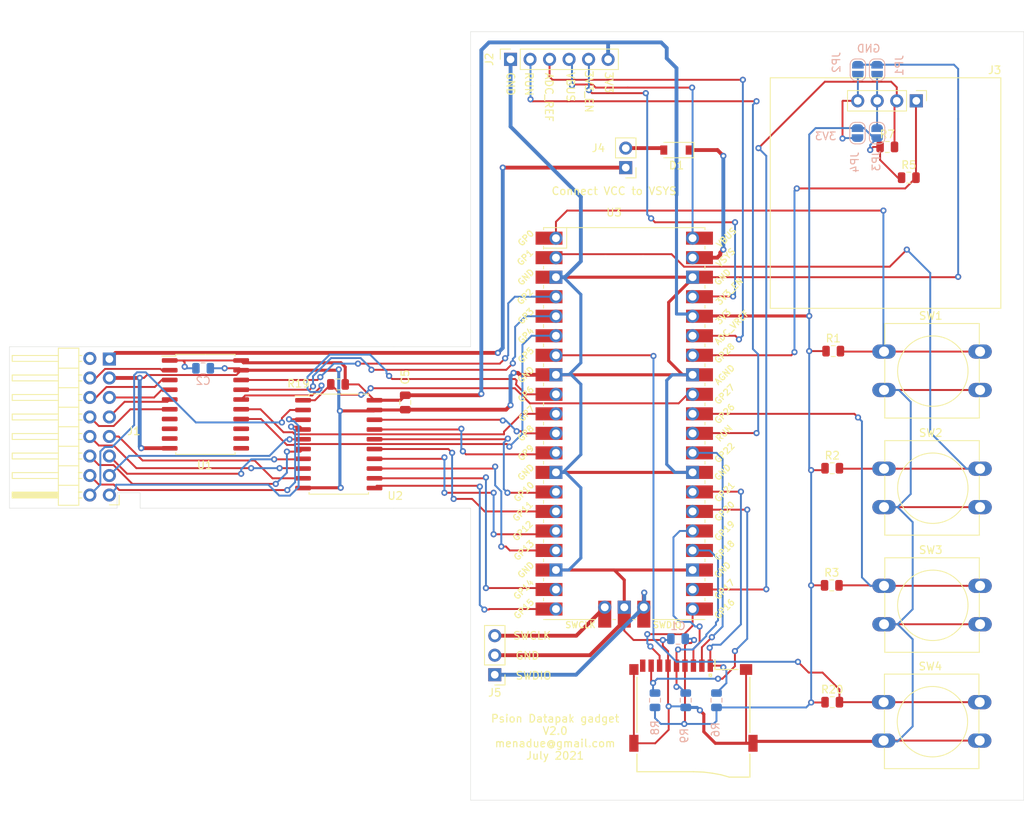
<source format=kicad_pcb>
(kicad_pcb (version 20171130) (host pcbnew 5.1.5+dfsg1-2build2)

  (general
    (thickness 1.6)
    (drawings 34)
    (tracks 731)
    (zones 0)
    (modules 31)
    (nets 53)
  )

  (page A4)
  (layers
    (0 F.Cu signal)
    (31 B.Cu signal)
    (32 B.Adhes user)
    (33 F.Adhes user)
    (34 B.Paste user)
    (35 F.Paste user)
    (36 B.SilkS user)
    (37 F.SilkS user)
    (38 B.Mask user)
    (39 F.Mask user)
    (40 Dwgs.User user)
    (41 Cmts.User user)
    (42 Eco1.User user)
    (43 Eco2.User user)
    (44 Edge.Cuts user)
    (45 Margin user)
    (46 B.CrtYd user)
    (47 F.CrtYd user)
    (48 B.Fab user)
    (49 F.Fab user)
  )

  (setup
    (last_trace_width 0.25)
    (user_trace_width 0.4)
    (user_trace_width 0.5)
    (trace_clearance 0.2)
    (zone_clearance 0.508)
    (zone_45_only no)
    (trace_min 0.2)
    (via_size 0.8)
    (via_drill 0.4)
    (via_min_size 0.4)
    (via_min_drill 0.3)
    (uvia_size 0.3)
    (uvia_drill 0.1)
    (uvias_allowed no)
    (uvia_min_size 0.2)
    (uvia_min_drill 0.1)
    (edge_width 0.05)
    (segment_width 0.2)
    (pcb_text_width 0.3)
    (pcb_text_size 1.5 1.5)
    (mod_edge_width 0.12)
    (mod_text_size 1 1)
    (mod_text_width 0.15)
    (pad_size 1.524 1.524)
    (pad_drill 0.762)
    (pad_to_mask_clearance 0.051)
    (solder_mask_min_width 0.25)
    (aux_axis_origin 0 0)
    (visible_elements FFFFFF7F)
    (pcbplotparams
      (layerselection 0x010fc_ffffffff)
      (usegerberextensions false)
      (usegerberattributes false)
      (usegerberadvancedattributes false)
      (creategerberjobfile false)
      (excludeedgelayer true)
      (linewidth 0.100000)
      (plotframeref false)
      (viasonmask false)
      (mode 1)
      (useauxorigin false)
      (hpglpennumber 1)
      (hpglpenspeed 20)
      (hpglpendiameter 15.000000)
      (psnegative false)
      (psa4output false)
      (plotreference true)
      (plotvalue true)
      (plotinvisibletext false)
      (padsonsilk false)
      (subtractmaskfromsilk false)
      (outputformat 1)
      (mirror false)
      (drillshape 0)
      (scaleselection 1)
      (outputdirectory "fab3/"))
  )

  (net 0 "")
  (net 1 VCC)
  (net 2 SPGM)
  (net 3 GND)
  (net 4 SS)
  (net 5 SOE)
  (net 6 SCLK)
  (net 7 SMR)
  (net 8 SD6)
  (net 9 SD7)
  (net 10 SD4)
  (net 11 SD5)
  (net 12 SD2)
  (net 13 SD3)
  (net 14 SD0)
  (net 15 SD1)
  (net 16 +3V3)
  (net 17 SD_DAT1)
  (net 18 SD_DAT2)
  (net 19 SW0)
  (net 20 SW1)
  (net 21 SW2)
  (net 22 SW3)
  (net 23 I2C_SCLK)
  (net 24 I2C_SDA)
  (net 25 P_SD7)
  (net 26 P_SD6)
  (net 27 P_SD5)
  (net 28 P_SD4)
  (net 29 P_SD3)
  (net 30 P_SD2)
  (net 31 P_SD1)
  (net 32 P_SD0)
  (net 33 P_SPGM)
  (net 34 P_SS)
  (net 35 P_SOE)
  (net 36 P_SCLK)
  (net 37 P_SMR)
  (net 38 "Net-(D1-Pad2)")
  (net 39 "Net-(D1-Pad1)")
  (net 40 3V3_EN)
  (net 41 VBUS)
  (net 42 ADC_REF)
  (net 43 RUN)
  (net 44 "Net-(J3-Pad4)")
  (net 45 "Net-(J3-Pad3)")
  (net 46 "Net-(J5-Pad3)")
  (net 47 "Net-(J5-Pad1)")
  (net 48 SD_CLK)
  (net 49 LS_DIR)
  (net 50 MISO_D0)
  (net 51 MOSI_DI)
  (net 52 SD_SS)

  (net_class Default "This is the default net class."
    (clearance 0.2)
    (trace_width 0.25)
    (via_dia 0.8)
    (via_drill 0.4)
    (uvia_dia 0.3)
    (uvia_drill 0.1)
    (add_net +3V3)
    (add_net 3V3_EN)
    (add_net ADC_REF)
    (add_net GND)
    (add_net I2C_SCLK)
    (add_net I2C_SDA)
    (add_net LS_DIR)
    (add_net MISO_D0)
    (add_net MOSI_DI)
    (add_net "Net-(D1-Pad1)")
    (add_net "Net-(D1-Pad2)")
    (add_net "Net-(J3-Pad3)")
    (add_net "Net-(J3-Pad4)")
    (add_net "Net-(J5-Pad1)")
    (add_net "Net-(J5-Pad3)")
    (add_net P_SCLK)
    (add_net P_SD0)
    (add_net P_SD1)
    (add_net P_SD2)
    (add_net P_SD3)
    (add_net P_SD4)
    (add_net P_SD5)
    (add_net P_SD6)
    (add_net P_SD7)
    (add_net P_SMR)
    (add_net P_SOE)
    (add_net P_SPGM)
    (add_net P_SS)
    (add_net RUN)
    (add_net SCLK)
    (add_net SD0)
    (add_net SD1)
    (add_net SD2)
    (add_net SD3)
    (add_net SD4)
    (add_net SD5)
    (add_net SD6)
    (add_net SD7)
    (add_net SD_CLK)
    (add_net SD_DAT1)
    (add_net SD_DAT2)
    (add_net SD_SS)
    (add_net SMR)
    (add_net SOE)
    (add_net SPGM)
    (add_net SS)
    (add_net SW0)
    (add_net SW1)
    (add_net SW2)
    (add_net SW3)
    (add_net VBUS)
    (add_net VCC)
  )

  (module Connector_PinSocket_2.54mm:PinSocket_1x06_P2.54mm_Vertical (layer F.Cu) (tedit 5A19A430) (tstamp 60E02DB6)
    (at 378.2 188.6 90)
    (descr "Through hole straight socket strip, 1x06, 2.54mm pitch, single row (from Kicad 4.0.7), script generated")
    (tags "Through hole socket strip THT 1x06 2.54mm single row")
    (path /60FEC2B2)
    (fp_text reference J2 (at 0 -2.77 90) (layer F.SilkS)
      (effects (font (size 1 1) (thickness 0.15)))
    )
    (fp_text value Conn_01x06_Female (at 0 15.47 90) (layer F.Fab)
      (effects (font (size 1 1) (thickness 0.15)))
    )
    (fp_text user %R (at 0 6.35) (layer F.Fab)
      (effects (font (size 1 1) (thickness 0.15)))
    )
    (fp_line (start -1.8 14.45) (end -1.8 -1.8) (layer F.CrtYd) (width 0.05))
    (fp_line (start 1.75 14.45) (end -1.8 14.45) (layer F.CrtYd) (width 0.05))
    (fp_line (start 1.75 -1.8) (end 1.75 14.45) (layer F.CrtYd) (width 0.05))
    (fp_line (start -1.8 -1.8) (end 1.75 -1.8) (layer F.CrtYd) (width 0.05))
    (fp_line (start 0 -1.33) (end 1.33 -1.33) (layer F.SilkS) (width 0.12))
    (fp_line (start 1.33 -1.33) (end 1.33 0) (layer F.SilkS) (width 0.12))
    (fp_line (start 1.33 1.27) (end 1.33 14.03) (layer F.SilkS) (width 0.12))
    (fp_line (start -1.33 14.03) (end 1.33 14.03) (layer F.SilkS) (width 0.12))
    (fp_line (start -1.33 1.27) (end -1.33 14.03) (layer F.SilkS) (width 0.12))
    (fp_line (start -1.33 1.27) (end 1.33 1.27) (layer F.SilkS) (width 0.12))
    (fp_line (start -1.27 13.97) (end -1.27 -1.27) (layer F.Fab) (width 0.1))
    (fp_line (start 1.27 13.97) (end -1.27 13.97) (layer F.Fab) (width 0.1))
    (fp_line (start 1.27 -0.635) (end 1.27 13.97) (layer F.Fab) (width 0.1))
    (fp_line (start 0.635 -1.27) (end 1.27 -0.635) (layer F.Fab) (width 0.1))
    (fp_line (start -1.27 -1.27) (end 0.635 -1.27) (layer F.Fab) (width 0.1))
    (pad 6 thru_hole oval (at 0 12.7 90) (size 1.7 1.7) (drill 1) (layers *.Cu *.Mask)
      (net 16 +3V3))
    (pad 5 thru_hole oval (at 0 10.16 90) (size 1.7 1.7) (drill 1) (layers *.Cu *.Mask)
      (net 40 3V3_EN))
    (pad 4 thru_hole oval (at 0 7.62 90) (size 1.7 1.7) (drill 1) (layers *.Cu *.Mask)
      (net 41 VBUS))
    (pad 3 thru_hole oval (at 0 5.08 90) (size 1.7 1.7) (drill 1) (layers *.Cu *.Mask)
      (net 42 ADC_REF))
    (pad 2 thru_hole oval (at 0 2.54 90) (size 1.7 1.7) (drill 1) (layers *.Cu *.Mask)
      (net 43 RUN))
    (pad 1 thru_hole rect (at 0 0 90) (size 1.7 1.7) (drill 1) (layers *.Cu *.Mask)
      (net 3 GND))
    (model ${KISYS3DMOD}/Connector_PinSocket_2.54mm.3dshapes/PinSocket_1x06_P2.54mm_Vertical.wrl
      (at (xyz 0 0 0))
      (scale (xyz 1 1 1))
      (rotate (xyz 0 0 0))
    )
  )

  (module Capacitor_SMD:C_0805_2012Metric (layer B.Cu) (tedit 5B36C52B) (tstamp 60E02C1C)
    (at 338.2 228.8)
    (descr "Capacitor SMD 0805 (2012 Metric), square (rectangular) end terminal, IPC_7351 nominal, (Body size source: https://docs.google.com/spreadsheets/d/1BsfQQcO9C6DZCsRaXUlFlo91Tg2WpOkGARC1WS5S8t0/edit?usp=sharing), generated with kicad-footprint-generator")
    (tags capacitor)
    (path /60FC79B6)
    (attr smd)
    (fp_text reference C2 (at 0 1.65) (layer B.SilkS)
      (effects (font (size 1 1) (thickness 0.15)) (justify mirror))
    )
    (fp_text value 100nF (at 0 -1.65) (layer B.Fab)
      (effects (font (size 1 1) (thickness 0.15)) (justify mirror))
    )
    (fp_text user %R (at 0 0) (layer B.Fab)
      (effects (font (size 0.5 0.5) (thickness 0.08)) (justify mirror))
    )
    (fp_line (start 1.68 -0.95) (end -1.68 -0.95) (layer B.CrtYd) (width 0.05))
    (fp_line (start 1.68 0.95) (end 1.68 -0.95) (layer B.CrtYd) (width 0.05))
    (fp_line (start -1.68 0.95) (end 1.68 0.95) (layer B.CrtYd) (width 0.05))
    (fp_line (start -1.68 -0.95) (end -1.68 0.95) (layer B.CrtYd) (width 0.05))
    (fp_line (start -0.258578 -0.71) (end 0.258578 -0.71) (layer B.SilkS) (width 0.12))
    (fp_line (start -0.258578 0.71) (end 0.258578 0.71) (layer B.SilkS) (width 0.12))
    (fp_line (start 1 -0.6) (end -1 -0.6) (layer B.Fab) (width 0.1))
    (fp_line (start 1 0.6) (end 1 -0.6) (layer B.Fab) (width 0.1))
    (fp_line (start -1 0.6) (end 1 0.6) (layer B.Fab) (width 0.1))
    (fp_line (start -1 -0.6) (end -1 0.6) (layer B.Fab) (width 0.1))
    (pad 2 smd roundrect (at 0.9375 0) (size 0.975 1.4) (layers B.Cu B.Paste B.Mask) (roundrect_rratio 0.25)
      (net 3 GND))
    (pad 1 smd roundrect (at -0.9375 0) (size 0.975 1.4) (layers B.Cu B.Paste B.Mask) (roundrect_rratio 0.25)
      (net 16 +3V3))
    (model ${KISYS3DMOD}/Capacitor_SMD.3dshapes/C_0805_2012Metric.wrl
      (at (xyz 0 0 0))
      (scale (xyz 1 1 1))
      (rotate (xyz 0 0 0))
    )
  )

  (module Connector_PinHeader_2.54mm:PinHeader_1x03_P2.54mm_Vertical (layer F.Cu) (tedit 59FED5CC) (tstamp 60DF24B7)
    (at 376.15 268.68 180)
    (descr "Through hole straight pin header, 1x03, 2.54mm pitch, single row")
    (tags "Through hole pin header THT 1x03 2.54mm single row")
    (path /60ED8D64)
    (fp_text reference J5 (at 0 -2.33) (layer F.SilkS)
      (effects (font (size 1 1) (thickness 0.15)))
    )
    (fp_text value Conn_01x03_Female (at 0 7.41) (layer F.Fab)
      (effects (font (size 1 1) (thickness 0.15)))
    )
    (fp_text user %R (at 0 2.54 90) (layer F.Fab)
      (effects (font (size 1 1) (thickness 0.15)))
    )
    (fp_line (start 1.8 -1.8) (end -1.8 -1.8) (layer F.CrtYd) (width 0.05))
    (fp_line (start 1.8 6.85) (end 1.8 -1.8) (layer F.CrtYd) (width 0.05))
    (fp_line (start -1.8 6.85) (end 1.8 6.85) (layer F.CrtYd) (width 0.05))
    (fp_line (start -1.8 -1.8) (end -1.8 6.85) (layer F.CrtYd) (width 0.05))
    (fp_line (start -1.33 -1.33) (end 0 -1.33) (layer F.SilkS) (width 0.12))
    (fp_line (start -1.33 0) (end -1.33 -1.33) (layer F.SilkS) (width 0.12))
    (fp_line (start -1.33 1.27) (end 1.33 1.27) (layer F.SilkS) (width 0.12))
    (fp_line (start 1.33 1.27) (end 1.33 6.41) (layer F.SilkS) (width 0.12))
    (fp_line (start -1.33 1.27) (end -1.33 6.41) (layer F.SilkS) (width 0.12))
    (fp_line (start -1.33 6.41) (end 1.33 6.41) (layer F.SilkS) (width 0.12))
    (fp_line (start -1.27 -0.635) (end -0.635 -1.27) (layer F.Fab) (width 0.1))
    (fp_line (start -1.27 6.35) (end -1.27 -0.635) (layer F.Fab) (width 0.1))
    (fp_line (start 1.27 6.35) (end -1.27 6.35) (layer F.Fab) (width 0.1))
    (fp_line (start 1.27 -1.27) (end 1.27 6.35) (layer F.Fab) (width 0.1))
    (fp_line (start -0.635 -1.27) (end 1.27 -1.27) (layer F.Fab) (width 0.1))
    (pad 3 thru_hole oval (at 0 5.08 180) (size 1.7 1.7) (drill 1) (layers *.Cu *.Mask)
      (net 46 "Net-(J5-Pad3)"))
    (pad 2 thru_hole oval (at 0 2.54 180) (size 1.7 1.7) (drill 1) (layers *.Cu *.Mask)
      (net 3 GND))
    (pad 1 thru_hole rect (at 0 0 180) (size 1.7 1.7) (drill 1) (layers *.Cu *.Mask)
      (net 47 "Net-(J5-Pad1)"))
    (model ${KISYS3DMOD}/Connector_PinHeader_2.54mm.3dshapes/PinHeader_1x03_P2.54mm_Vertical.wrl
      (at (xyz 0 0 0))
      (scale (xyz 1 1 1))
      (rotate (xyz 0 0 0))
    )
  )

  (module Package_SO:SOIC-20W_7.5x12.8mm_P1.27mm (layer F.Cu) (tedit 5D9F72B1) (tstamp 60DF27EF)
    (at 355.85 238.675)
    (descr "SOIC, 20 Pin (JEDEC MS-013AC, https://www.analog.com/media/en/package-pcb-resources/package/233848rw_20.pdf), generated with kicad-footprint-generator ipc_gullwing_generator.py")
    (tags "SOIC SO")
    (path /60E21ADC)
    (attr smd)
    (fp_text reference U2 (at 7.35 6.725) (layer F.SilkS)
      (effects (font (size 1 1) (thickness 0.15)))
    )
    (fp_text value 74LS245 (at 0 7.35) (layer F.Fab)
      (effects (font (size 1 1) (thickness 0.15)))
    )
    (fp_text user %R (at 0 0) (layer F.Fab)
      (effects (font (size 1 1) (thickness 0.15)))
    )
    (fp_line (start 5.93 -6.65) (end -5.93 -6.65) (layer F.CrtYd) (width 0.05))
    (fp_line (start 5.93 6.65) (end 5.93 -6.65) (layer F.CrtYd) (width 0.05))
    (fp_line (start -5.93 6.65) (end 5.93 6.65) (layer F.CrtYd) (width 0.05))
    (fp_line (start -5.93 -6.65) (end -5.93 6.65) (layer F.CrtYd) (width 0.05))
    (fp_line (start -3.75 -5.4) (end -2.75 -6.4) (layer F.Fab) (width 0.1))
    (fp_line (start -3.75 6.4) (end -3.75 -5.4) (layer F.Fab) (width 0.1))
    (fp_line (start 3.75 6.4) (end -3.75 6.4) (layer F.Fab) (width 0.1))
    (fp_line (start 3.75 -6.4) (end 3.75 6.4) (layer F.Fab) (width 0.1))
    (fp_line (start -2.75 -6.4) (end 3.75 -6.4) (layer F.Fab) (width 0.1))
    (fp_line (start -3.86 -6.275) (end -5.675 -6.275) (layer F.SilkS) (width 0.12))
    (fp_line (start -3.86 -6.51) (end -3.86 -6.275) (layer F.SilkS) (width 0.12))
    (fp_line (start 0 -6.51) (end -3.86 -6.51) (layer F.SilkS) (width 0.12))
    (fp_line (start 3.86 -6.51) (end 3.86 -6.275) (layer F.SilkS) (width 0.12))
    (fp_line (start 0 -6.51) (end 3.86 -6.51) (layer F.SilkS) (width 0.12))
    (fp_line (start -3.86 6.51) (end -3.86 6.275) (layer F.SilkS) (width 0.12))
    (fp_line (start 0 6.51) (end -3.86 6.51) (layer F.SilkS) (width 0.12))
    (fp_line (start 3.86 6.51) (end 3.86 6.275) (layer F.SilkS) (width 0.12))
    (fp_line (start 0 6.51) (end 3.86 6.51) (layer F.SilkS) (width 0.12))
    (pad 20 smd roundrect (at 4.65 -5.715) (size 2.05 0.6) (layers F.Cu F.Paste F.Mask) (roundrect_rratio 0.25)
      (net 16 +3V3))
    (pad 19 smd roundrect (at 4.65 -4.445) (size 2.05 0.6) (layers F.Cu F.Paste F.Mask) (roundrect_rratio 0.25)
      (net 3 GND))
    (pad 18 smd roundrect (at 4.65 -3.175) (size 2.05 0.6) (layers F.Cu F.Paste F.Mask) (roundrect_rratio 0.25)
      (net 32 P_SD0))
    (pad 17 smd roundrect (at 4.65 -1.905) (size 2.05 0.6) (layers F.Cu F.Paste F.Mask) (roundrect_rratio 0.25)
      (net 31 P_SD1))
    (pad 16 smd roundrect (at 4.65 -0.635) (size 2.05 0.6) (layers F.Cu F.Paste F.Mask) (roundrect_rratio 0.25)
      (net 30 P_SD2))
    (pad 15 smd roundrect (at 4.65 0.635) (size 2.05 0.6) (layers F.Cu F.Paste F.Mask) (roundrect_rratio 0.25)
      (net 29 P_SD3))
    (pad 14 smd roundrect (at 4.65 1.905) (size 2.05 0.6) (layers F.Cu F.Paste F.Mask) (roundrect_rratio 0.25)
      (net 28 P_SD4))
    (pad 13 smd roundrect (at 4.65 3.175) (size 2.05 0.6) (layers F.Cu F.Paste F.Mask) (roundrect_rratio 0.25)
      (net 27 P_SD5))
    (pad 12 smd roundrect (at 4.65 4.445) (size 2.05 0.6) (layers F.Cu F.Paste F.Mask) (roundrect_rratio 0.25)
      (net 26 P_SD6))
    (pad 11 smd roundrect (at 4.65 5.715) (size 2.05 0.6) (layers F.Cu F.Paste F.Mask) (roundrect_rratio 0.25)
      (net 25 P_SD7))
    (pad 10 smd roundrect (at -4.65 5.715) (size 2.05 0.6) (layers F.Cu F.Paste F.Mask) (roundrect_rratio 0.25)
      (net 3 GND))
    (pad 9 smd roundrect (at -4.65 4.445) (size 2.05 0.6) (layers F.Cu F.Paste F.Mask) (roundrect_rratio 0.25)
      (net 9 SD7))
    (pad 8 smd roundrect (at -4.65 3.175) (size 2.05 0.6) (layers F.Cu F.Paste F.Mask) (roundrect_rratio 0.25)
      (net 8 SD6))
    (pad 7 smd roundrect (at -4.65 1.905) (size 2.05 0.6) (layers F.Cu F.Paste F.Mask) (roundrect_rratio 0.25)
      (net 11 SD5))
    (pad 6 smd roundrect (at -4.65 0.635) (size 2.05 0.6) (layers F.Cu F.Paste F.Mask) (roundrect_rratio 0.25)
      (net 10 SD4))
    (pad 5 smd roundrect (at -4.65 -0.635) (size 2.05 0.6) (layers F.Cu F.Paste F.Mask) (roundrect_rratio 0.25)
      (net 13 SD3))
    (pad 4 smd roundrect (at -4.65 -1.905) (size 2.05 0.6) (layers F.Cu F.Paste F.Mask) (roundrect_rratio 0.25)
      (net 12 SD2))
    (pad 3 smd roundrect (at -4.65 -3.175) (size 2.05 0.6) (layers F.Cu F.Paste F.Mask) (roundrect_rratio 0.25)
      (net 15 SD1))
    (pad 2 smd roundrect (at -4.65 -4.445) (size 2.05 0.6) (layers F.Cu F.Paste F.Mask) (roundrect_rratio 0.25)
      (net 14 SD0))
    (pad 1 smd roundrect (at -4.65 -5.715) (size 2.05 0.6) (layers F.Cu F.Paste F.Mask) (roundrect_rratio 0.25)
      (net 49 LS_DIR))
    (model ${KISYS3DMOD}/Package_SO.3dshapes/SOIC-20W_7.5x12.8mm_P1.27mm.wrl
      (at (xyz 0 0 0))
      (scale (xyz 1 1 1))
      (rotate (xyz 0 0 0))
    )
  )

  (module Package_SO:SOIC-20W_7.5x12.8mm_P1.27mm (layer F.Cu) (tedit 5D9F72B1) (tstamp 60DF27C4)
    (at 338.5 233.5)
    (descr "SOIC, 20 Pin (JEDEC MS-013AC, https://www.analog.com/media/en/package-pcb-resources/package/233848rw_20.pdf), generated with kicad-footprint-generator ipc_gullwing_generator.py")
    (tags "SOIC SO")
    (path /60EB2161)
    (attr smd)
    (fp_text reference U1 (at -0.1 7.9) (layer F.SilkS)
      (effects (font (size 1 1) (thickness 0.15)))
    )
    (fp_text value 74LS245 (at 0 7.35) (layer F.Fab)
      (effects (font (size 1 1) (thickness 0.15)))
    )
    (fp_text user %R (at 0 0) (layer F.Fab)
      (effects (font (size 1 1) (thickness 0.15)))
    )
    (fp_line (start 5.93 -6.65) (end -5.93 -6.65) (layer F.CrtYd) (width 0.05))
    (fp_line (start 5.93 6.65) (end 5.93 -6.65) (layer F.CrtYd) (width 0.05))
    (fp_line (start -5.93 6.65) (end 5.93 6.65) (layer F.CrtYd) (width 0.05))
    (fp_line (start -5.93 -6.65) (end -5.93 6.65) (layer F.CrtYd) (width 0.05))
    (fp_line (start -3.75 -5.4) (end -2.75 -6.4) (layer F.Fab) (width 0.1))
    (fp_line (start -3.75 6.4) (end -3.75 -5.4) (layer F.Fab) (width 0.1))
    (fp_line (start 3.75 6.4) (end -3.75 6.4) (layer F.Fab) (width 0.1))
    (fp_line (start 3.75 -6.4) (end 3.75 6.4) (layer F.Fab) (width 0.1))
    (fp_line (start -2.75 -6.4) (end 3.75 -6.4) (layer F.Fab) (width 0.1))
    (fp_line (start -3.86 -6.275) (end -5.675 -6.275) (layer F.SilkS) (width 0.12))
    (fp_line (start -3.86 -6.51) (end -3.86 -6.275) (layer F.SilkS) (width 0.12))
    (fp_line (start 0 -6.51) (end -3.86 -6.51) (layer F.SilkS) (width 0.12))
    (fp_line (start 3.86 -6.51) (end 3.86 -6.275) (layer F.SilkS) (width 0.12))
    (fp_line (start 0 -6.51) (end 3.86 -6.51) (layer F.SilkS) (width 0.12))
    (fp_line (start -3.86 6.51) (end -3.86 6.275) (layer F.SilkS) (width 0.12))
    (fp_line (start 0 6.51) (end -3.86 6.51) (layer F.SilkS) (width 0.12))
    (fp_line (start 3.86 6.51) (end 3.86 6.275) (layer F.SilkS) (width 0.12))
    (fp_line (start 0 6.51) (end 3.86 6.51) (layer F.SilkS) (width 0.12))
    (pad 20 smd roundrect (at 4.65 -5.715) (size 2.05 0.6) (layers F.Cu F.Paste F.Mask) (roundrect_rratio 0.25)
      (net 16 +3V3))
    (pad 19 smd roundrect (at 4.65 -4.445) (size 2.05 0.6) (layers F.Cu F.Paste F.Mask) (roundrect_rratio 0.25)
      (net 3 GND))
    (pad 18 smd roundrect (at 4.65 -3.175) (size 2.05 0.6) (layers F.Cu F.Paste F.Mask) (roundrect_rratio 0.25)
      (net 33 P_SPGM))
    (pad 17 smd roundrect (at 4.65 -1.905) (size 2.05 0.6) (layers F.Cu F.Paste F.Mask) (roundrect_rratio 0.25)
      (net 34 P_SS))
    (pad 16 smd roundrect (at 4.65 -0.635) (size 2.05 0.6) (layers F.Cu F.Paste F.Mask) (roundrect_rratio 0.25)
      (net 35 P_SOE))
    (pad 15 smd roundrect (at 4.65 0.635) (size 2.05 0.6) (layers F.Cu F.Paste F.Mask) (roundrect_rratio 0.25)
      (net 37 P_SMR))
    (pad 14 smd roundrect (at 4.65 1.905) (size 2.05 0.6) (layers F.Cu F.Paste F.Mask) (roundrect_rratio 0.25)
      (net 36 P_SCLK))
    (pad 13 smd roundrect (at 4.65 3.175) (size 2.05 0.6) (layers F.Cu F.Paste F.Mask) (roundrect_rratio 0.25))
    (pad 12 smd roundrect (at 4.65 4.445) (size 2.05 0.6) (layers F.Cu F.Paste F.Mask) (roundrect_rratio 0.25))
    (pad 11 smd roundrect (at 4.65 5.715) (size 2.05 0.6) (layers F.Cu F.Paste F.Mask) (roundrect_rratio 0.25))
    (pad 10 smd roundrect (at -4.65 5.715) (size 2.05 0.6) (layers F.Cu F.Paste F.Mask) (roundrect_rratio 0.25)
      (net 3 GND))
    (pad 9 smd roundrect (at -4.65 4.445) (size 2.05 0.6) (layers F.Cu F.Paste F.Mask) (roundrect_rratio 0.25))
    (pad 8 smd roundrect (at -4.65 3.175) (size 2.05 0.6) (layers F.Cu F.Paste F.Mask) (roundrect_rratio 0.25))
    (pad 7 smd roundrect (at -4.65 1.905) (size 2.05 0.6) (layers F.Cu F.Paste F.Mask) (roundrect_rratio 0.25))
    (pad 6 smd roundrect (at -4.65 0.635) (size 2.05 0.6) (layers F.Cu F.Paste F.Mask) (roundrect_rratio 0.25)
      (net 6 SCLK))
    (pad 5 smd roundrect (at -4.65 -0.635) (size 2.05 0.6) (layers F.Cu F.Paste F.Mask) (roundrect_rratio 0.25)
      (net 7 SMR))
    (pad 4 smd roundrect (at -4.65 -1.905) (size 2.05 0.6) (layers F.Cu F.Paste F.Mask) (roundrect_rratio 0.25)
      (net 5 SOE))
    (pad 3 smd roundrect (at -4.65 -3.175) (size 2.05 0.6) (layers F.Cu F.Paste F.Mask) (roundrect_rratio 0.25)
      (net 4 SS))
    (pad 2 smd roundrect (at -4.65 -4.445) (size 2.05 0.6) (layers F.Cu F.Paste F.Mask) (roundrect_rratio 0.25)
      (net 2 SPGM))
    (pad 1 smd roundrect (at -4.65 -5.715) (size 2.05 0.6) (layers F.Cu F.Paste F.Mask) (roundrect_rratio 0.25)
      (net 16 +3V3))
    (model ${KISYS3DMOD}/Package_SO.3dshapes/SOIC-20W_7.5x12.8mm_P1.27mm.wrl
      (at (xyz 0 0 0))
      (scale (xyz 1 1 1))
      (rotate (xyz 0 0 0))
    )
  )

  (module Button_Switch_THT:SW_PUSH-12mm (layer F.Cu) (tedit 5D160D14) (tstamp 60DF2799)
    (at 426.75 272.25)
    (descr "SW PUSH 12mm https://www.e-switch.com/system/asset/product_line/data_sheet/143/TL1100.pdf")
    (tags "tact sw push 12mm")
    (path /60F20022)
    (fp_text reference SW4 (at 6.08 -4.66) (layer F.SilkS)
      (effects (font (size 1 1) (thickness 0.15)))
    )
    (fp_text value sw (at 6.62 9.93) (layer F.Fab)
      (effects (font (size 1 1) (thickness 0.15)))
    )
    (fp_line (start 12.4 -3.65) (end 12.4 -0.93) (layer F.SilkS) (width 0.12))
    (fp_line (start 12.4 5.93) (end 12.4 8.65) (layer F.SilkS) (width 0.12))
    (fp_line (start 0.1 4.07) (end 0.1 0.93) (layer F.SilkS) (width 0.12))
    (fp_line (start 0.1 8.65) (end 0.1 5.93) (layer F.SilkS) (width 0.12))
    (fp_line (start 0.25 -3.5) (end 0.25 8.5) (layer F.Fab) (width 0.1))
    (fp_circle (center 6.35 2.54) (end 10.16 5.08) (layer F.SilkS) (width 0.12))
    (fp_line (start 14.25 8.75) (end -1.77 8.75) (layer F.CrtYd) (width 0.05))
    (fp_line (start 14.25 8.75) (end 14.25 -3.75) (layer F.CrtYd) (width 0.05))
    (fp_line (start -1.77 -3.75) (end -1.77 8.75) (layer F.CrtYd) (width 0.05))
    (fp_line (start -1.77 -3.75) (end 14.25 -3.75) (layer F.CrtYd) (width 0.05))
    (fp_line (start 0.1 -0.93) (end 0.1 -3.65) (layer F.SilkS) (width 0.12))
    (fp_line (start 12.4 8.65) (end 0.1 8.65) (layer F.SilkS) (width 0.12))
    (fp_line (start 12.4 0.93) (end 12.4 4.07) (layer F.SilkS) (width 0.12))
    (fp_line (start 0.1 -3.65) (end 12.4 -3.65) (layer F.SilkS) (width 0.12))
    (fp_text user %R (at 6.35 2.54) (layer F.Fab)
      (effects (font (size 1 1) (thickness 0.15)))
    )
    (fp_line (start 12.25 -3.5) (end 12.25 8.5) (layer F.Fab) (width 0.1))
    (fp_line (start 0.25 -3.5) (end 12.25 -3.5) (layer F.Fab) (width 0.1))
    (fp_line (start 0.25 8.5) (end 12.25 8.5) (layer F.Fab) (width 0.1))
    (pad 2 thru_hole oval (at 0 5) (size 3.048 1.85) (drill 1.3) (layers *.Cu *.Mask)
      (net 3 GND))
    (pad 1 thru_hole oval (at 0 0) (size 3.048 1.85) (drill 1.3) (layers *.Cu *.Mask)
      (net 22 SW3))
    (pad 2 thru_hole oval (at 12.5 5) (size 3.048 1.85) (drill 1.3) (layers *.Cu *.Mask)
      (net 3 GND))
    (pad 1 thru_hole oval (at 12.5 0) (size 3.048 1.85) (drill 1.3) (layers *.Cu *.Mask)
      (net 22 SW3))
    (model ${KISYS3DMOD}/Button_Switch_THT.3dshapes/SW_PUSH-12mm.wrl
      (at (xyz 0 0 0))
      (scale (xyz 1 1 1))
      (rotate (xyz 0 0 0))
    )
  )

  (module Resistor_SMD:R_0805_2012Metric (layer F.Cu) (tedit 5B36C52B) (tstamp 60DF26E9)
    (at 420.0625 272.25)
    (descr "Resistor SMD 0805 (2012 Metric), square (rectangular) end terminal, IPC_7351 nominal, (Body size source: https://docs.google.com/spreadsheets/d/1BsfQQcO9C6DZCsRaXUlFlo91Tg2WpOkGARC1WS5S8t0/edit?usp=sharing), generated with kicad-footprint-generator")
    (tags resistor)
    (path /60F2001C)
    (attr smd)
    (fp_text reference R20 (at 0 -1.65) (layer F.SilkS)
      (effects (font (size 1 1) (thickness 0.15)))
    )
    (fp_text value 47k (at 0 1.65) (layer F.Fab)
      (effects (font (size 1 1) (thickness 0.15)))
    )
    (fp_text user %R (at 0 0) (layer F.Fab)
      (effects (font (size 0.5 0.5) (thickness 0.08)))
    )
    (fp_line (start 1.68 0.95) (end -1.68 0.95) (layer F.CrtYd) (width 0.05))
    (fp_line (start 1.68 -0.95) (end 1.68 0.95) (layer F.CrtYd) (width 0.05))
    (fp_line (start -1.68 -0.95) (end 1.68 -0.95) (layer F.CrtYd) (width 0.05))
    (fp_line (start -1.68 0.95) (end -1.68 -0.95) (layer F.CrtYd) (width 0.05))
    (fp_line (start -0.258578 0.71) (end 0.258578 0.71) (layer F.SilkS) (width 0.12))
    (fp_line (start -0.258578 -0.71) (end 0.258578 -0.71) (layer F.SilkS) (width 0.12))
    (fp_line (start 1 0.6) (end -1 0.6) (layer F.Fab) (width 0.1))
    (fp_line (start 1 -0.6) (end 1 0.6) (layer F.Fab) (width 0.1))
    (fp_line (start -1 -0.6) (end 1 -0.6) (layer F.Fab) (width 0.1))
    (fp_line (start -1 0.6) (end -1 -0.6) (layer F.Fab) (width 0.1))
    (pad 2 smd roundrect (at 0.9375 0) (size 0.975 1.4) (layers F.Cu F.Paste F.Mask) (roundrect_rratio 0.25)
      (net 22 SW3))
    (pad 1 smd roundrect (at -0.9375 0) (size 0.975 1.4) (layers F.Cu F.Paste F.Mask) (roundrect_rratio 0.25)
      (net 16 +3V3))
    (model ${KISYS3DMOD}/Resistor_SMD.3dshapes/R_0805_2012Metric.wrl
      (at (xyz 0 0 0))
      (scale (xyz 1 1 1))
      (rotate (xyz 0 0 0))
    )
  )

  (module Resistor_SMD:R_0805_2012Metric (layer F.Cu) (tedit 5B36C52B) (tstamp 60DF26D8)
    (at 355.75 230.9 180)
    (descr "Resistor SMD 0805 (2012 Metric), square (rectangular) end terminal, IPC_7351 nominal, (Body size source: https://docs.google.com/spreadsheets/d/1BsfQQcO9C6DZCsRaXUlFlo91Tg2WpOkGARC1WS5S8t0/edit?usp=sharing), generated with kicad-footprint-generator")
    (tags resistor)
    (path /60E71F38)
    (attr smd)
    (fp_text reference R19 (at 5.15 0.1) (layer F.SilkS)
      (effects (font (size 1 1) (thickness 0.15)))
    )
    (fp_text value R_Small (at 0 1.65) (layer F.Fab)
      (effects (font (size 1 1) (thickness 0.15)))
    )
    (fp_text user %R (at 0 0) (layer F.Fab)
      (effects (font (size 0.5 0.5) (thickness 0.08)))
    )
    (fp_line (start 1.68 0.95) (end -1.68 0.95) (layer F.CrtYd) (width 0.05))
    (fp_line (start 1.68 -0.95) (end 1.68 0.95) (layer F.CrtYd) (width 0.05))
    (fp_line (start -1.68 -0.95) (end 1.68 -0.95) (layer F.CrtYd) (width 0.05))
    (fp_line (start -1.68 0.95) (end -1.68 -0.95) (layer F.CrtYd) (width 0.05))
    (fp_line (start -0.258578 0.71) (end 0.258578 0.71) (layer F.SilkS) (width 0.12))
    (fp_line (start -0.258578 -0.71) (end 0.258578 -0.71) (layer F.SilkS) (width 0.12))
    (fp_line (start 1 0.6) (end -1 0.6) (layer F.Fab) (width 0.1))
    (fp_line (start 1 -0.6) (end 1 0.6) (layer F.Fab) (width 0.1))
    (fp_line (start -1 -0.6) (end 1 -0.6) (layer F.Fab) (width 0.1))
    (fp_line (start -1 0.6) (end -1 -0.6) (layer F.Fab) (width 0.1))
    (pad 2 smd roundrect (at 0.9375 0 180) (size 0.975 1.4) (layers F.Cu F.Paste F.Mask) (roundrect_rratio 0.25)
      (net 49 LS_DIR))
    (pad 1 smd roundrect (at -0.9375 0 180) (size 0.975 1.4) (layers F.Cu F.Paste F.Mask) (roundrect_rratio 0.25)
      (net 16 +3V3))
    (model ${KISYS3DMOD}/Resistor_SMD.3dshapes/R_0805_2012Metric.wrl
      (at (xyz 0 0 0))
      (scale (xyz 1 1 1))
      (rotate (xyz 0 0 0))
    )
  )

  (module Jumper:SolderJumper-2_P1.3mm_Open_RoundedPad1.0x1.5mm (layer B.Cu) (tedit 5B391E66) (tstamp 60DF24FF)
    (at 423.35 198.2 90)
    (descr "SMD Solder Jumper, 1x1.5mm, rounded Pads, 0.3mm gap, open")
    (tags "solder jumper open")
    (path /60F4424F)
    (attr virtual)
    (fp_text reference JP4 (at -3.8 -0.35 90) (layer B.SilkS)
      (effects (font (size 1 1) (thickness 0.15)) (justify mirror))
    )
    (fp_text value Jumper_NO_Small (at 0 -1.9 -90) (layer B.Fab)
      (effects (font (size 1 1) (thickness 0.15)) (justify mirror))
    )
    (fp_line (start 1.65 -1.25) (end -1.65 -1.25) (layer B.CrtYd) (width 0.05))
    (fp_line (start 1.65 -1.25) (end 1.65 1.25) (layer B.CrtYd) (width 0.05))
    (fp_line (start -1.65 1.25) (end -1.65 -1.25) (layer B.CrtYd) (width 0.05))
    (fp_line (start -1.65 1.25) (end 1.65 1.25) (layer B.CrtYd) (width 0.05))
    (fp_line (start -0.7 1) (end 0.7 1) (layer B.SilkS) (width 0.12))
    (fp_line (start 1.4 0.3) (end 1.4 -0.3) (layer B.SilkS) (width 0.12))
    (fp_line (start 0.7 -1) (end -0.7 -1) (layer B.SilkS) (width 0.12))
    (fp_line (start -1.4 -0.3) (end -1.4 0.3) (layer B.SilkS) (width 0.12))
    (fp_arc (start -0.7 0.3) (end -0.7 1) (angle 90) (layer B.SilkS) (width 0.12))
    (fp_arc (start -0.7 -0.3) (end -1.4 -0.3) (angle 90) (layer B.SilkS) (width 0.12))
    (fp_arc (start 0.7 -0.3) (end 0.7 -1) (angle 90) (layer B.SilkS) (width 0.12))
    (fp_arc (start 0.7 0.3) (end 1.4 0.3) (angle 90) (layer B.SilkS) (width 0.12))
    (pad 2 smd custom (at 0.65 0 90) (size 1 0.5) (layers B.Cu B.Mask)
      (net 16 +3V3) (zone_connect 2)
      (options (clearance outline) (anchor rect))
      (primitives
        (gr_circle (center 0 -0.25) (end 0.5 -0.25) (width 0))
        (gr_circle (center 0 0.25) (end 0.5 0.25) (width 0))
        (gr_poly (pts
           (xy 0 0.75) (xy -0.5 0.75) (xy -0.5 -0.75) (xy 0 -0.75)) (width 0))
      ))
    (pad 1 smd custom (at -0.65 0 90) (size 1 0.5) (layers B.Cu B.Mask)
      (net 44 "Net-(J3-Pad4)") (zone_connect 2)
      (options (clearance outline) (anchor rect))
      (primitives
        (gr_circle (center 0 -0.25) (end 0.5 -0.25) (width 0))
        (gr_circle (center 0 0.25) (end 0.5 0.25) (width 0))
        (gr_poly (pts
           (xy 0 0.75) (xy 0.5 0.75) (xy 0.5 -0.75) (xy 0 -0.75)) (width 0))
      ))
  )

  (module Jumper:SolderJumper-2_P1.3mm_Open_RoundedPad1.0x1.5mm (layer B.Cu) (tedit 5B391E66) (tstamp 60DF24ED)
    (at 425.9 198.2 270)
    (descr "SMD Solder Jumper, 1x1.5mm, rounded Pads, 0.3mm gap, open")
    (tags "solder jumper open")
    (path /60F43DB3)
    (attr virtual)
    (fp_text reference JP3 (at 3.6 0.1 90) (layer B.SilkS)
      (effects (font (size 1 1) (thickness 0.15)) (justify mirror))
    )
    (fp_text value Jumper_NO_Small (at 0 -1.9 90) (layer B.Fab)
      (effects (font (size 1 1) (thickness 0.15)) (justify mirror))
    )
    (fp_line (start 1.65 -1.25) (end -1.65 -1.25) (layer B.CrtYd) (width 0.05))
    (fp_line (start 1.65 -1.25) (end 1.65 1.25) (layer B.CrtYd) (width 0.05))
    (fp_line (start -1.65 1.25) (end -1.65 -1.25) (layer B.CrtYd) (width 0.05))
    (fp_line (start -1.65 1.25) (end 1.65 1.25) (layer B.CrtYd) (width 0.05))
    (fp_line (start -0.7 1) (end 0.7 1) (layer B.SilkS) (width 0.12))
    (fp_line (start 1.4 0.3) (end 1.4 -0.3) (layer B.SilkS) (width 0.12))
    (fp_line (start 0.7 -1) (end -0.7 -1) (layer B.SilkS) (width 0.12))
    (fp_line (start -1.4 -0.3) (end -1.4 0.3) (layer B.SilkS) (width 0.12))
    (fp_arc (start -0.7 0.3) (end -0.7 1) (angle 90) (layer B.SilkS) (width 0.12))
    (fp_arc (start -0.7 -0.3) (end -1.4 -0.3) (angle 90) (layer B.SilkS) (width 0.12))
    (fp_arc (start 0.7 -0.3) (end 0.7 -1) (angle 90) (layer B.SilkS) (width 0.12))
    (fp_arc (start 0.7 0.3) (end 1.4 0.3) (angle 90) (layer B.SilkS) (width 0.12))
    (pad 2 smd custom (at 0.65 0 270) (size 1 0.5) (layers B.Cu B.Mask)
      (net 16 +3V3) (zone_connect 2)
      (options (clearance outline) (anchor rect))
      (primitives
        (gr_circle (center 0 -0.25) (end 0.5 -0.25) (width 0))
        (gr_circle (center 0 0.25) (end 0.5 0.25) (width 0))
        (gr_poly (pts
           (xy 0 0.75) (xy -0.5 0.75) (xy -0.5 -0.75) (xy 0 -0.75)) (width 0))
      ))
    (pad 1 smd custom (at -0.65 0 270) (size 1 0.5) (layers B.Cu B.Mask)
      (net 45 "Net-(J3-Pad3)") (zone_connect 2)
      (options (clearance outline) (anchor rect))
      (primitives
        (gr_circle (center 0 -0.25) (end 0.5 -0.25) (width 0))
        (gr_circle (center 0 0.25) (end 0.5 0.25) (width 0))
        (gr_poly (pts
           (xy 0 0.75) (xy 0.5 0.75) (xy 0.5 -0.75) (xy 0 -0.75)) (width 0))
      ))
  )

  (module Jumper:SolderJumper-2_P1.3mm_Open_RoundedPad1.0x1.5mm (layer B.Cu) (tedit 5B391E66) (tstamp 60DF24DB)
    (at 423.4 189.95 90)
    (descr "SMD Solder Jumper, 1x1.5mm, rounded Pads, 0.3mm gap, open")
    (tags "solder jumper open")
    (path /60F4B7F4)
    (attr virtual)
    (fp_text reference JP2 (at 0.95 -2.8 90) (layer B.SilkS)
      (effects (font (size 1 1) (thickness 0.15)) (justify mirror))
    )
    (fp_text value Jumper_NO_Small (at 0 -1.9 90) (layer B.Fab)
      (effects (font (size 1 1) (thickness 0.15)) (justify mirror))
    )
    (fp_line (start 1.65 -1.25) (end -1.65 -1.25) (layer B.CrtYd) (width 0.05))
    (fp_line (start 1.65 -1.25) (end 1.65 1.25) (layer B.CrtYd) (width 0.05))
    (fp_line (start -1.65 1.25) (end -1.65 -1.25) (layer B.CrtYd) (width 0.05))
    (fp_line (start -1.65 1.25) (end 1.65 1.25) (layer B.CrtYd) (width 0.05))
    (fp_line (start -0.7 1) (end 0.7 1) (layer B.SilkS) (width 0.12))
    (fp_line (start 1.4 0.3) (end 1.4 -0.3) (layer B.SilkS) (width 0.12))
    (fp_line (start 0.7 -1) (end -0.7 -1) (layer B.SilkS) (width 0.12))
    (fp_line (start -1.4 -0.3) (end -1.4 0.3) (layer B.SilkS) (width 0.12))
    (fp_arc (start -0.7 0.3) (end -0.7 1) (angle 90) (layer B.SilkS) (width 0.12))
    (fp_arc (start -0.7 -0.3) (end -1.4 -0.3) (angle 90) (layer B.SilkS) (width 0.12))
    (fp_arc (start 0.7 -0.3) (end 0.7 -1) (angle 90) (layer B.SilkS) (width 0.12))
    (fp_arc (start 0.7 0.3) (end 1.4 0.3) (angle 90) (layer B.SilkS) (width 0.12))
    (pad 2 smd custom (at 0.65 0 90) (size 1 0.5) (layers B.Cu B.Mask)
      (net 3 GND) (zone_connect 2)
      (options (clearance outline) (anchor rect))
      (primitives
        (gr_circle (center 0 -0.25) (end 0.5 -0.25) (width 0))
        (gr_circle (center 0 0.25) (end 0.5 0.25) (width 0))
        (gr_poly (pts
           (xy 0 0.75) (xy -0.5 0.75) (xy -0.5 -0.75) (xy 0 -0.75)) (width 0))
      ))
    (pad 1 smd custom (at -0.65 0 90) (size 1 0.5) (layers B.Cu B.Mask)
      (net 44 "Net-(J3-Pad4)") (zone_connect 2)
      (options (clearance outline) (anchor rect))
      (primitives
        (gr_circle (center 0 -0.25) (end 0.5 -0.25) (width 0))
        (gr_circle (center 0 0.25) (end 0.5 0.25) (width 0))
        (gr_poly (pts
           (xy 0 0.75) (xy 0.5 0.75) (xy 0.5 -0.75) (xy 0 -0.75)) (width 0))
      ))
  )

  (module Jumper:SolderJumper-2_P1.3mm_Open_RoundedPad1.0x1.5mm (layer B.Cu) (tedit 5B391E66) (tstamp 60DF24C9)
    (at 425.9 189.95 90)
    (descr "SMD Solder Jumper, 1x1.5mm, rounded Pads, 0.3mm gap, open")
    (tags "solder jumper open")
    (path /60F4B7EE)
    (attr virtual)
    (fp_text reference JP1 (at 0.55 2.9 90) (layer B.SilkS)
      (effects (font (size 1 1) (thickness 0.15)) (justify mirror))
    )
    (fp_text value Jumper_NO_Small (at 0 -1.9 90) (layer B.Fab)
      (effects (font (size 1 1) (thickness 0.15)) (justify mirror))
    )
    (fp_line (start 1.65 -1.25) (end -1.65 -1.25) (layer B.CrtYd) (width 0.05))
    (fp_line (start 1.65 -1.25) (end 1.65 1.25) (layer B.CrtYd) (width 0.05))
    (fp_line (start -1.65 1.25) (end -1.65 -1.25) (layer B.CrtYd) (width 0.05))
    (fp_line (start -1.65 1.25) (end 1.65 1.25) (layer B.CrtYd) (width 0.05))
    (fp_line (start -0.7 1) (end 0.7 1) (layer B.SilkS) (width 0.12))
    (fp_line (start 1.4 0.3) (end 1.4 -0.3) (layer B.SilkS) (width 0.12))
    (fp_line (start 0.7 -1) (end -0.7 -1) (layer B.SilkS) (width 0.12))
    (fp_line (start -1.4 -0.3) (end -1.4 0.3) (layer B.SilkS) (width 0.12))
    (fp_arc (start -0.7 0.3) (end -0.7 1) (angle 90) (layer B.SilkS) (width 0.12))
    (fp_arc (start -0.7 -0.3) (end -1.4 -0.3) (angle 90) (layer B.SilkS) (width 0.12))
    (fp_arc (start 0.7 -0.3) (end 0.7 -1) (angle 90) (layer B.SilkS) (width 0.12))
    (fp_arc (start 0.7 0.3) (end 1.4 0.3) (angle 90) (layer B.SilkS) (width 0.12))
    (pad 2 smd custom (at 0.65 0 90) (size 1 0.5) (layers B.Cu B.Mask)
      (net 3 GND) (zone_connect 2)
      (options (clearance outline) (anchor rect))
      (primitives
        (gr_circle (center 0 -0.25) (end 0.5 -0.25) (width 0))
        (gr_circle (center 0 0.25) (end 0.5 0.25) (width 0))
        (gr_poly (pts
           (xy 0 0.75) (xy -0.5 0.75) (xy -0.5 -0.75) (xy 0 -0.75)) (width 0))
      ))
    (pad 1 smd custom (at -0.65 0 90) (size 1 0.5) (layers B.Cu B.Mask)
      (net 45 "Net-(J3-Pad3)") (zone_connect 2)
      (options (clearance outline) (anchor rect))
      (primitives
        (gr_circle (center 0 -0.25) (end 0.5 -0.25) (width 0))
        (gr_circle (center 0 0.25) (end 0.5 0.25) (width 0))
        (gr_poly (pts
           (xy 0 0.75) (xy 0.5 0.75) (xy 0.5 -0.75) (xy 0 -0.75)) (width 0))
      ))
  )

  (module Button_Switch_THT:SW_PUSH-12mm (layer F.Cu) (tedit 5D160D14) (tstamp 60C22FB8)
    (at 426.8 241.87)
    (descr "SW PUSH 12mm https://www.e-switch.com/system/asset/product_line/data_sheet/143/TL1100.pdf")
    (tags "tact sw push 12mm")
    (path /60C781CB)
    (fp_text reference SW2 (at 6.08 -4.66) (layer F.SilkS)
      (effects (font (size 1 1) (thickness 0.15)))
    )
    (fp_text value sw (at 6.62 9.93) (layer F.Fab)
      (effects (font (size 1 1) (thickness 0.15)))
    )
    (fp_line (start 12.4 -3.65) (end 12.4 -0.93) (layer F.SilkS) (width 0.12))
    (fp_line (start 12.4 5.93) (end 12.4 8.65) (layer F.SilkS) (width 0.12))
    (fp_line (start 0.1 4.07) (end 0.1 0.93) (layer F.SilkS) (width 0.12))
    (fp_line (start 0.1 8.65) (end 0.1 5.93) (layer F.SilkS) (width 0.12))
    (fp_line (start 0.25 -3.5) (end 0.25 8.5) (layer F.Fab) (width 0.1))
    (fp_circle (center 6.35 2.54) (end 10.16 5.08) (layer F.SilkS) (width 0.12))
    (fp_line (start 14.25 8.75) (end -1.77 8.75) (layer F.CrtYd) (width 0.05))
    (fp_line (start 14.25 8.75) (end 14.25 -3.75) (layer F.CrtYd) (width 0.05))
    (fp_line (start -1.77 -3.75) (end -1.77 8.75) (layer F.CrtYd) (width 0.05))
    (fp_line (start -1.77 -3.75) (end 14.25 -3.75) (layer F.CrtYd) (width 0.05))
    (fp_line (start 0.1 -0.93) (end 0.1 -3.65) (layer F.SilkS) (width 0.12))
    (fp_line (start 12.4 8.65) (end 0.1 8.65) (layer F.SilkS) (width 0.12))
    (fp_line (start 12.4 0.93) (end 12.4 4.07) (layer F.SilkS) (width 0.12))
    (fp_line (start 0.1 -3.65) (end 12.4 -3.65) (layer F.SilkS) (width 0.12))
    (fp_text user %R (at 6.35 2.54) (layer F.Fab)
      (effects (font (size 1 1) (thickness 0.15)))
    )
    (fp_line (start 12.25 -3.5) (end 12.25 8.5) (layer F.Fab) (width 0.1))
    (fp_line (start 0.25 -3.5) (end 12.25 -3.5) (layer F.Fab) (width 0.1))
    (fp_line (start 0.25 8.5) (end 12.25 8.5) (layer F.Fab) (width 0.1))
    (pad 2 thru_hole oval (at 0 5) (size 3.048 1.85) (drill 1.3) (layers *.Cu *.Mask)
      (net 3 GND))
    (pad 1 thru_hole oval (at 0 0) (size 3.048 1.85) (drill 1.3) (layers *.Cu *.Mask)
      (net 20 SW1))
    (pad 2 thru_hole oval (at 12.5 5) (size 3.048 1.85) (drill 1.3) (layers *.Cu *.Mask)
      (net 3 GND))
    (pad 1 thru_hole oval (at 12.5 0) (size 3.048 1.85) (drill 1.3) (layers *.Cu *.Mask)
      (net 20 SW1))
    (model ${KISYS3DMOD}/Button_Switch_THT.3dshapes/SW_PUSH-12mm.wrl
      (at (xyz 0 0 0))
      (scale (xyz 1 1 1))
      (rotate (xyz 0 0 0))
    )
  )

  (module Connector_PinHeader_2.54mm:PinHeader_1x02_P2.54mm_Vertical (layer F.Cu) (tedit 59FED5CC) (tstamp 60C36B24)
    (at 393.192 202.692 180)
    (descr "Through hole straight pin header, 1x02, 2.54mm pitch, single row")
    (tags "Through hole pin header THT 1x02 2.54mm single row")
    (path /60D0E699)
    (fp_text reference J4 (at 3.556 2.54) (layer F.SilkS)
      (effects (font (size 1 1) (thickness 0.15)))
    )
    (fp_text value Conn_01x02_Female (at 0 4.87) (layer F.Fab)
      (effects (font (size 1 1) (thickness 0.15)))
    )
    (fp_text user %R (at 0 1.27 90) (layer F.Fab)
      (effects (font (size 1 1) (thickness 0.15)))
    )
    (fp_line (start 1.8 -1.8) (end -1.8 -1.8) (layer F.CrtYd) (width 0.05))
    (fp_line (start 1.8 4.35) (end 1.8 -1.8) (layer F.CrtYd) (width 0.05))
    (fp_line (start -1.8 4.35) (end 1.8 4.35) (layer F.CrtYd) (width 0.05))
    (fp_line (start -1.8 -1.8) (end -1.8 4.35) (layer F.CrtYd) (width 0.05))
    (fp_line (start -1.33 -1.33) (end 0 -1.33) (layer F.SilkS) (width 0.12))
    (fp_line (start -1.33 0) (end -1.33 -1.33) (layer F.SilkS) (width 0.12))
    (fp_line (start -1.33 1.27) (end 1.33 1.27) (layer F.SilkS) (width 0.12))
    (fp_line (start 1.33 1.27) (end 1.33 3.87) (layer F.SilkS) (width 0.12))
    (fp_line (start -1.33 1.27) (end -1.33 3.87) (layer F.SilkS) (width 0.12))
    (fp_line (start -1.33 3.87) (end 1.33 3.87) (layer F.SilkS) (width 0.12))
    (fp_line (start -1.27 -0.635) (end -0.635 -1.27) (layer F.Fab) (width 0.1))
    (fp_line (start -1.27 3.81) (end -1.27 -0.635) (layer F.Fab) (width 0.1))
    (fp_line (start 1.27 3.81) (end -1.27 3.81) (layer F.Fab) (width 0.1))
    (fp_line (start 1.27 -1.27) (end 1.27 3.81) (layer F.Fab) (width 0.1))
    (fp_line (start -0.635 -1.27) (end 1.27 -1.27) (layer F.Fab) (width 0.1))
    (pad 2 thru_hole oval (at 0 2.54 180) (size 1.7 1.7) (drill 1) (layers *.Cu *.Mask)
      (net 38 "Net-(D1-Pad2)"))
    (pad 1 thru_hole rect (at 0 0 180) (size 1.7 1.7) (drill 1) (layers *.Cu *.Mask)
      (net 1 VCC))
    (model ${KISYS3DMOD}/Connector_PinHeader_2.54mm.3dshapes/PinHeader_1x02_P2.54mm_Vertical.wrl
      (at (xyz 0 0 0))
      (scale (xyz 1 1 1))
      (rotate (xyz 0 0 0))
    )
  )

  (module Diode_SMD:D_SOD-123 (layer F.Cu) (tedit 58645DC7) (tstamp 60C36992)
    (at 399.796 200.406 180)
    (descr SOD-123)
    (tags SOD-123)
    (path /60D0F436)
    (attr smd)
    (fp_text reference D1 (at 0 -2) (layer F.SilkS)
      (effects (font (size 1 1) (thickness 0.15)))
    )
    (fp_text value D_Schottky (at 0 2.1) (layer F.Fab)
      (effects (font (size 1 1) (thickness 0.15)))
    )
    (fp_line (start -2.25 -1) (end 1.65 -1) (layer F.SilkS) (width 0.12))
    (fp_line (start -2.25 1) (end 1.65 1) (layer F.SilkS) (width 0.12))
    (fp_line (start -2.35 -1.15) (end -2.35 1.15) (layer F.CrtYd) (width 0.05))
    (fp_line (start 2.35 1.15) (end -2.35 1.15) (layer F.CrtYd) (width 0.05))
    (fp_line (start 2.35 -1.15) (end 2.35 1.15) (layer F.CrtYd) (width 0.05))
    (fp_line (start -2.35 -1.15) (end 2.35 -1.15) (layer F.CrtYd) (width 0.05))
    (fp_line (start -1.4 -0.9) (end 1.4 -0.9) (layer F.Fab) (width 0.1))
    (fp_line (start 1.4 -0.9) (end 1.4 0.9) (layer F.Fab) (width 0.1))
    (fp_line (start 1.4 0.9) (end -1.4 0.9) (layer F.Fab) (width 0.1))
    (fp_line (start -1.4 0.9) (end -1.4 -0.9) (layer F.Fab) (width 0.1))
    (fp_line (start -0.75 0) (end -0.35 0) (layer F.Fab) (width 0.1))
    (fp_line (start -0.35 0) (end -0.35 -0.55) (layer F.Fab) (width 0.1))
    (fp_line (start -0.35 0) (end -0.35 0.55) (layer F.Fab) (width 0.1))
    (fp_line (start -0.35 0) (end 0.25 -0.4) (layer F.Fab) (width 0.1))
    (fp_line (start 0.25 -0.4) (end 0.25 0.4) (layer F.Fab) (width 0.1))
    (fp_line (start 0.25 0.4) (end -0.35 0) (layer F.Fab) (width 0.1))
    (fp_line (start 0.25 0) (end 0.75 0) (layer F.Fab) (width 0.1))
    (fp_line (start -2.25 -1) (end -2.25 1) (layer F.SilkS) (width 0.12))
    (fp_text user %R (at 0 -2) (layer F.Fab)
      (effects (font (size 1 1) (thickness 0.15)))
    )
    (pad 2 smd rect (at 1.65 0 180) (size 0.9 1.2) (layers F.Cu F.Paste F.Mask)
      (net 38 "Net-(D1-Pad2)"))
    (pad 1 smd rect (at -1.65 0 180) (size 0.9 1.2) (layers F.Cu F.Paste F.Mask)
      (net 39 "Net-(D1-Pad1)"))
    (model ${KISYS3DMOD}/Diode_SMD.3dshapes/D_SOD-123.wrl
      (at (xyz 0 0 0))
      (scale (xyz 1 1 1))
      (rotate (xyz 0 0 0))
    )
  )

  (module Capacitor_SMD:C_0805_2012Metric (layer F.Cu) (tedit 5B36C52B) (tstamp 60C36979)
    (at 364.5 233.25 270)
    (descr "Capacitor SMD 0805 (2012 Metric), square (rectangular) end terminal, IPC_7351 nominal, (Body size source: https://docs.google.com/spreadsheets/d/1BsfQQcO9C6DZCsRaXUlFlo91Tg2WpOkGARC1WS5S8t0/edit?usp=sharing), generated with kicad-footprint-generator")
    (tags capacitor)
    (path /60CD61D6)
    (attr smd)
    (fp_text reference C5 (at -3.302 0 270) (layer F.SilkS)
      (effects (font (size 1 1) (thickness 0.15)))
    )
    (fp_text value 100nF (at 0 1.65 270) (layer F.Fab)
      (effects (font (size 1 1) (thickness 0.15)))
    )
    (fp_text user %R (at -6.4 7.925 270) (layer F.Fab)
      (effects (font (size 0.5 0.5) (thickness 0.08)))
    )
    (fp_line (start 1.68 0.95) (end -1.68 0.95) (layer F.CrtYd) (width 0.05))
    (fp_line (start 1.68 -0.95) (end 1.68 0.95) (layer F.CrtYd) (width 0.05))
    (fp_line (start -1.68 -0.95) (end 1.68 -0.95) (layer F.CrtYd) (width 0.05))
    (fp_line (start -1.68 0.95) (end -1.68 -0.95) (layer F.CrtYd) (width 0.05))
    (fp_line (start -0.258578 0.71) (end 0.258578 0.71) (layer F.SilkS) (width 0.12))
    (fp_line (start -0.258578 -0.71) (end 0.258578 -0.71) (layer F.SilkS) (width 0.12))
    (fp_line (start 1 0.6) (end -1 0.6) (layer F.Fab) (width 0.1))
    (fp_line (start 1 -0.6) (end 1 0.6) (layer F.Fab) (width 0.1))
    (fp_line (start -1 -0.6) (end 1 -0.6) (layer F.Fab) (width 0.1))
    (fp_line (start -1 0.6) (end -1 -0.6) (layer F.Fab) (width 0.1))
    (pad 2 smd roundrect (at 0.9375 0 270) (size 0.975 1.4) (layers F.Cu F.Paste F.Mask) (roundrect_rratio 0.25)
      (net 3 GND))
    (pad 1 smd roundrect (at -0.9375 0 270) (size 0.975 1.4) (layers F.Cu F.Paste F.Mask) (roundrect_rratio 0.25)
      (net 16 +3V3))
    (model ${KISYS3DMOD}/Capacitor_SMD.3dshapes/C_0805_2012Metric.wrl
      (at (xyz 0 0 0))
      (scale (xyz 1 1 1))
      (rotate (xyz 0 0 0))
    )
  )

  (module psion_org_2:Psion_datapak_2x08_P2.54mm_Horizontal (layer F.Cu) (tedit 60C1AAB6) (tstamp 60C170B2)
    (at 326 245.3 180)
    (descr "Through hole angled pin header, 2x08, 2.54mm pitch, 6mm pin length, double rows Psion2 Datapak")
    (tags "Through hole angled pin header THT 2x08 2.54mm double row")
    (path /60C1189C)
    (fp_text reference J1 (at -3.184 8.318) (layer F.SilkS)
      (effects (font (size 1 1) (thickness 0.15)))
    )
    (fp_text value Conn_02x08_Odd_Even (at 5.655 20.05) (layer F.Fab)
      (effects (font (size 1 1) (thickness 0.15)))
    )
    (fp_text user %R (at 5.31 8.89 90) (layer F.Fab)
      (effects (font (size 1 1) (thickness 0.15)))
    )
    (fp_line (start 13.1 -1.8) (end -1.8 -1.8) (layer F.CrtYd) (width 0.05))
    (fp_line (start 13.1 19.55) (end 13.1 -1.8) (layer F.CrtYd) (width 0.05))
    (fp_line (start -1.8 19.55) (end 13.1 19.55) (layer F.CrtYd) (width 0.05))
    (fp_line (start -1.8 -1.8) (end -1.8 19.55) (layer F.CrtYd) (width 0.05))
    (fp_line (start -1.27 -1.27) (end 0 -1.27) (layer F.SilkS) (width 0.12))
    (fp_line (start -1.27 0) (end -1.27 -1.27) (layer F.SilkS) (width 0.12))
    (fp_line (start 4.037071 -0.38) (end 3.582929 -0.38) (layer F.SilkS) (width 0.12))
    (fp_line (start 4.037071 0.38) (end 3.582929 0.38) (layer F.SilkS) (width 0.12))
    (fp_line (start 3.582929 18.16) (end 3.98 18.16) (layer F.SilkS) (width 0.12))
    (fp_line (start 3.582929 17.4) (end 3.98 17.4) (layer F.SilkS) (width 0.12))
    (fp_line (start 12.64 18.16) (end 6.64 18.16) (layer F.SilkS) (width 0.12))
    (fp_line (start 12.64 17.4) (end 12.64 18.16) (layer F.SilkS) (width 0.12))
    (fp_line (start 6.64 17.4) (end 12.64 17.4) (layer F.SilkS) (width 0.12))
    (fp_line (start 3.98 16.51) (end 6.64 16.51) (layer F.SilkS) (width 0.12))
    (fp_line (start 4.037071 2.16) (end 3.582929 2.16) (layer F.SilkS) (width 0.12))
    (fp_line (start 4.037071 2.92) (end 3.582929 2.92) (layer F.SilkS) (width 0.12))
    (fp_line (start 3.582929 15.62) (end 3.98 15.62) (layer F.SilkS) (width 0.12))
    (fp_line (start 3.582929 14.86) (end 3.98 14.86) (layer F.SilkS) (width 0.12))
    (fp_line (start 12.64 15.62) (end 6.64 15.62) (layer F.SilkS) (width 0.12))
    (fp_line (start 12.64 14.86) (end 12.64 15.62) (layer F.SilkS) (width 0.12))
    (fp_line (start 6.64 14.86) (end 12.64 14.86) (layer F.SilkS) (width 0.12))
    (fp_line (start 3.98 13.97) (end 6.64 13.97) (layer F.SilkS) (width 0.12))
    (fp_line (start 4.037071 4.7) (end 3.582929 4.7) (layer F.SilkS) (width 0.12))
    (fp_line (start 4.037071 5.46) (end 3.582929 5.46) (layer F.SilkS) (width 0.12))
    (fp_line (start 3.582929 13.08) (end 3.98 13.08) (layer F.SilkS) (width 0.12))
    (fp_line (start 3.582929 12.32) (end 3.98 12.32) (layer F.SilkS) (width 0.12))
    (fp_line (start 12.64 13.08) (end 6.64 13.08) (layer F.SilkS) (width 0.12))
    (fp_line (start 12.64 12.32) (end 12.64 13.08) (layer F.SilkS) (width 0.12))
    (fp_line (start 6.64 12.32) (end 12.64 12.32) (layer F.SilkS) (width 0.12))
    (fp_line (start 3.98 11.43) (end 6.64 11.43) (layer F.SilkS) (width 0.12))
    (fp_line (start 4.037071 7.24) (end 3.582929 7.24) (layer F.SilkS) (width 0.12))
    (fp_line (start 4.037071 8) (end 3.582929 8) (layer F.SilkS) (width 0.12))
    (fp_line (start 3.582929 10.54) (end 3.98 10.54) (layer F.SilkS) (width 0.12))
    (fp_line (start 3.582929 9.78) (end 3.98 9.78) (layer F.SilkS) (width 0.12))
    (fp_line (start 12.64 10.54) (end 6.64 10.54) (layer F.SilkS) (width 0.12))
    (fp_line (start 12.64 9.78) (end 12.64 10.54) (layer F.SilkS) (width 0.12))
    (fp_line (start 6.64 9.78) (end 12.64 9.78) (layer F.SilkS) (width 0.12))
    (fp_line (start 3.98 8.89) (end 6.64 8.89) (layer F.SilkS) (width 0.12))
    (fp_line (start 4.037071 9.78) (end 3.582929 9.78) (layer F.SilkS) (width 0.12))
    (fp_line (start 4.037071 10.54) (end 3.582929 10.54) (layer F.SilkS) (width 0.12))
    (fp_line (start 3.582929 8) (end 3.98 8) (layer F.SilkS) (width 0.12))
    (fp_line (start 3.582929 7.24) (end 3.98 7.24) (layer F.SilkS) (width 0.12))
    (fp_line (start 12.64 8) (end 6.64 8) (layer F.SilkS) (width 0.12))
    (fp_line (start 12.64 7.24) (end 12.64 8) (layer F.SilkS) (width 0.12))
    (fp_line (start 6.64 7.24) (end 12.64 7.24) (layer F.SilkS) (width 0.12))
    (fp_line (start 3.98 6.35) (end 6.64 6.35) (layer F.SilkS) (width 0.12))
    (fp_line (start 4.037071 12.32) (end 3.582929 12.32) (layer F.SilkS) (width 0.12))
    (fp_line (start 4.037071 13.08) (end 3.582929 13.08) (layer F.SilkS) (width 0.12))
    (fp_line (start 3.582929 5.46) (end 3.98 5.46) (layer F.SilkS) (width 0.12))
    (fp_line (start 3.582929 4.7) (end 3.98 4.7) (layer F.SilkS) (width 0.12))
    (fp_line (start 12.64 5.46) (end 6.64 5.46) (layer F.SilkS) (width 0.12))
    (fp_line (start 12.64 4.7) (end 12.64 5.46) (layer F.SilkS) (width 0.12))
    (fp_line (start 6.64 4.7) (end 12.64 4.7) (layer F.SilkS) (width 0.12))
    (fp_line (start 3.98 3.81) (end 6.64 3.81) (layer F.SilkS) (width 0.12))
    (fp_line (start 4.037071 14.86) (end 3.582929 14.86) (layer F.SilkS) (width 0.12))
    (fp_line (start 4.037071 15.62) (end 3.582929 15.62) (layer F.SilkS) (width 0.12))
    (fp_line (start 3.582929 2.92) (end 3.98 2.92) (layer F.SilkS) (width 0.12))
    (fp_line (start 3.582929 2.16) (end 3.98 2.16) (layer F.SilkS) (width 0.12))
    (fp_line (start 12.64 2.92) (end 6.64 2.92) (layer F.SilkS) (width 0.12))
    (fp_line (start 12.64 2.16) (end 12.64 2.92) (layer F.SilkS) (width 0.12))
    (fp_line (start 6.64 2.16) (end 12.64 2.16) (layer F.SilkS) (width 0.12))
    (fp_line (start 3.98 1.27) (end 6.64 1.27) (layer F.SilkS) (width 0.12))
    (fp_line (start 3.97 17.4) (end 3.582929 17.4) (layer F.SilkS) (width 0.12))
    (fp_line (start 3.97 18.16) (end 3.582929 18.16) (layer F.SilkS) (width 0.12))
    (fp_line (start 3.582929 0.38) (end 3.98 0.38) (layer F.SilkS) (width 0.12))
    (fp_line (start 3.582929 -0.38) (end 3.98 -0.38) (layer F.SilkS) (width 0.12))
    (fp_line (start 6.64 0.28) (end 12.64 0.28) (layer F.SilkS) (width 0.12))
    (fp_line (start 6.64 0.16) (end 12.64 0.16) (layer F.SilkS) (width 0.12))
    (fp_line (start 6.64 0.04) (end 12.64 0.04) (layer F.SilkS) (width 0.12))
    (fp_line (start 6.64 -0.08) (end 12.64 -0.08) (layer F.SilkS) (width 0.12))
    (fp_line (start 6.64 -0.2) (end 12.64 -0.2) (layer F.SilkS) (width 0.12))
    (fp_line (start 6.64 -0.32) (end 12.64 -0.32) (layer F.SilkS) (width 0.12))
    (fp_line (start 12.64 0.38) (end 6.64 0.38) (layer F.SilkS) (width 0.12))
    (fp_line (start 12.64 -0.38) (end 12.64 0.38) (layer F.SilkS) (width 0.12))
    (fp_line (start 6.64 -0.38) (end 12.64 -0.38) (layer F.SilkS) (width 0.12))
    (fp_line (start 6.64 -1.33) (end 3.98 -1.33) (layer F.SilkS) (width 0.12))
    (fp_line (start 6.64 19.11) (end 6.64 -1.33) (layer F.SilkS) (width 0.12))
    (fp_line (start 3.98 19.11) (end 6.64 19.11) (layer F.SilkS) (width 0.12))
    (fp_line (start 3.98 -1.33) (end 3.98 19.11) (layer F.SilkS) (width 0.12))
    (fp_line (start 6.58 18.1) (end 12.58 18.1) (layer F.Fab) (width 0.1))
    (fp_line (start 12.58 17.46) (end 12.58 18.1) (layer F.Fab) (width 0.1))
    (fp_line (start 6.58 17.46) (end 12.58 17.46) (layer F.Fab) (width 0.1))
    (fp_line (start -0.32 18.1) (end 4.04 18.1) (layer F.Fab) (width 0.1))
    (fp_line (start -0.32 17.46) (end -0.32 18.1) (layer F.Fab) (width 0.1))
    (fp_line (start -0.32 17.46) (end 4.04 17.46) (layer F.Fab) (width 0.1))
    (fp_line (start 6.58 15.56) (end 12.58 15.56) (layer F.Fab) (width 0.1))
    (fp_line (start 12.58 14.92) (end 12.58 15.56) (layer F.Fab) (width 0.1))
    (fp_line (start 6.58 14.92) (end 12.58 14.92) (layer F.Fab) (width 0.1))
    (fp_line (start -0.32 15.56) (end 4.04 15.56) (layer F.Fab) (width 0.1))
    (fp_line (start -0.32 14.92) (end -0.32 15.56) (layer F.Fab) (width 0.1))
    (fp_line (start -0.32 14.92) (end 4.04 14.92) (layer F.Fab) (width 0.1))
    (fp_line (start 6.58 13.02) (end 12.58 13.02) (layer F.Fab) (width 0.1))
    (fp_line (start 12.58 12.38) (end 12.58 13.02) (layer F.Fab) (width 0.1))
    (fp_line (start 6.58 12.38) (end 12.58 12.38) (layer F.Fab) (width 0.1))
    (fp_line (start -0.32 13.02) (end 4.04 13.02) (layer F.Fab) (width 0.1))
    (fp_line (start -0.32 12.38) (end -0.32 13.02) (layer F.Fab) (width 0.1))
    (fp_line (start -0.32 12.38) (end 4.04 12.38) (layer F.Fab) (width 0.1))
    (fp_line (start 6.58 10.48) (end 12.58 10.48) (layer F.Fab) (width 0.1))
    (fp_line (start 12.58 9.84) (end 12.58 10.48) (layer F.Fab) (width 0.1))
    (fp_line (start 6.58 9.84) (end 12.58 9.84) (layer F.Fab) (width 0.1))
    (fp_line (start -0.32 10.48) (end 4.04 10.48) (layer F.Fab) (width 0.1))
    (fp_line (start -0.32 9.84) (end -0.32 10.48) (layer F.Fab) (width 0.1))
    (fp_line (start -0.32 9.84) (end 4.04 9.84) (layer F.Fab) (width 0.1))
    (fp_line (start 6.58 7.94) (end 12.58 7.94) (layer F.Fab) (width 0.1))
    (fp_line (start 12.58 7.3) (end 12.58 7.94) (layer F.Fab) (width 0.1))
    (fp_line (start 6.58 7.3) (end 12.58 7.3) (layer F.Fab) (width 0.1))
    (fp_line (start -0.32 7.94) (end 4.04 7.94) (layer F.Fab) (width 0.1))
    (fp_line (start -0.32 7.3) (end -0.32 7.94) (layer F.Fab) (width 0.1))
    (fp_line (start -0.32 7.3) (end 4.04 7.3) (layer F.Fab) (width 0.1))
    (fp_line (start 6.58 5.4) (end 12.58 5.4) (layer F.Fab) (width 0.1))
    (fp_line (start 12.58 4.76) (end 12.58 5.4) (layer F.Fab) (width 0.1))
    (fp_line (start 6.58 4.76) (end 12.58 4.76) (layer F.Fab) (width 0.1))
    (fp_line (start -0.32 5.4) (end 4.04 5.4) (layer F.Fab) (width 0.1))
    (fp_line (start -0.32 4.76) (end -0.32 5.4) (layer F.Fab) (width 0.1))
    (fp_line (start -0.32 4.76) (end 4.04 4.76) (layer F.Fab) (width 0.1))
    (fp_line (start 6.58 2.86) (end 12.58 2.86) (layer F.Fab) (width 0.1))
    (fp_line (start 12.58 2.22) (end 12.58 2.86) (layer F.Fab) (width 0.1))
    (fp_line (start 6.58 2.22) (end 12.58 2.22) (layer F.Fab) (width 0.1))
    (fp_line (start -0.32 2.86) (end 4.04 2.86) (layer F.Fab) (width 0.1))
    (fp_line (start -0.32 2.22) (end -0.32 2.86) (layer F.Fab) (width 0.1))
    (fp_line (start -0.32 2.22) (end 4.04 2.22) (layer F.Fab) (width 0.1))
    (fp_line (start 6.58 0.32) (end 12.58 0.32) (layer F.Fab) (width 0.1))
    (fp_line (start 12.58 -0.32) (end 12.58 0.32) (layer F.Fab) (width 0.1))
    (fp_line (start 6.58 -0.32) (end 12.58 -0.32) (layer F.Fab) (width 0.1))
    (fp_line (start -0.32 0.32) (end 4.04 0.32) (layer F.Fab) (width 0.1))
    (fp_line (start -0.32 -0.32) (end -0.32 0.32) (layer F.Fab) (width 0.1))
    (fp_line (start -0.32 -0.32) (end 4.04 -0.32) (layer F.Fab) (width 0.1))
    (fp_line (start 4.04 -0.635) (end 4.675 -1.27) (layer F.Fab) (width 0.1))
    (fp_line (start 4.04 19.05) (end 4.04 -0.635) (layer F.Fab) (width 0.1))
    (fp_line (start 6.58 19.05) (end 4.04 19.05) (layer F.Fab) (width 0.1))
    (fp_line (start 6.58 -1.27) (end 6.58 19.05) (layer F.Fab) (width 0.1))
    (fp_line (start 4.675 -1.27) (end 6.58 -1.27) (layer F.Fab) (width 0.1))
    (pad 16 thru_hole oval (at 2.54 0) (size 1.7 1.7) (drill 1) (layers *.Cu *.Mask)
      (net 14 SD0))
    (pad 15 thru_hole oval (at 0 0 180) (size 1.7 1.7) (drill 1) (layers *.Cu *.Mask)
      (net 15 SD1))
    (pad 14 thru_hole oval (at 2.54 2.54) (size 1.7 1.7) (drill 1) (layers *.Cu *.Mask)
      (net 12 SD2))
    (pad 13 thru_hole oval (at 0 2.54 180) (size 1.7 1.7) (drill 1) (layers *.Cu *.Mask)
      (net 13 SD3))
    (pad 12 thru_hole oval (at 2.54 5.08) (size 1.7 1.7) (drill 1) (layers *.Cu *.Mask)
      (net 10 SD4))
    (pad 11 thru_hole oval (at 0 5.08 180) (size 1.7 1.7) (drill 1) (layers *.Cu *.Mask)
      (net 11 SD5))
    (pad 10 thru_hole oval (at 2.54 7.62) (size 1.7 1.7) (drill 1) (layers *.Cu *.Mask)
      (net 8 SD6))
    (pad 9 thru_hole oval (at 0 7.62 180) (size 1.7 1.7) (drill 1) (layers *.Cu *.Mask)
      (net 9 SD7))
    (pad 8 thru_hole oval (at 2.54 10.16) (size 1.7 1.7) (drill 1) (layers *.Cu *.Mask)
      (net 6 SCLK))
    (pad 7 thru_hole oval (at 0 10.16 180) (size 1.7 1.7) (drill 1) (layers *.Cu *.Mask)
      (net 7 SMR))
    (pad 6 thru_hole oval (at 2.54 12.7) (size 1.7 1.7) (drill 1) (layers *.Cu *.Mask)
      (net 4 SS))
    (pad 5 thru_hole oval (at 0 12.7 180) (size 1.7 1.7) (drill 1) (layers *.Cu *.Mask)
      (net 5 SOE))
    (pad 4 thru_hole oval (at 2.54 15.24) (size 1.7 1.7) (drill 1) (layers *.Cu *.Mask)
      (net 2 SPGM))
    (pad 3 thru_hole oval (at 0 15.24 180) (size 1.7 1.7) (drill 1) (layers *.Cu *.Mask)
      (net 3 GND))
    (pad 2 thru_hole oval (at 2.54 17.78) (size 1.7 1.7) (drill 1) (layers *.Cu *.Mask))
    (pad 1 thru_hole rect (at 0 17.7 180) (size 1.7 1.7) (drill 1) (layers *.Cu *.Mask)
      (net 1 VCC))
    (model ${KISYS3DMOD}/Connector_PinHeader_2.54mm.3dshapes/PinHeader_2x08_P2.54mm_Horizontal.wrl
      (at (xyz 0 0 0))
      (scale (xyz 1 1 1))
      (rotate (xyz 0 0 0))
    )
  )

  (module rp2040:RPi_Pico_SMD_TH (layer F.Cu) (tedit 5F638C80) (tstamp 60C28EC7)
    (at 393 236)
    (descr "Through hole straight pin header, 2x20, 2.54mm pitch, double rows")
    (tags "Through hole pin header THT 2x20 2.54mm double row")
    (path /60C1F35A)
    (fp_text reference U3 (at -1.332 -27.466) (layer F.SilkS)
      (effects (font (size 1 1) (thickness 0.15)))
    )
    (fp_text value Pico (at 0 2.159) (layer F.Fab)
      (effects (font (size 1 1) (thickness 0.15)))
    )
    (fp_text user "Copper Keepouts shown on Dwgs layer" (at 0.1 -30.2) (layer Cmts.User)
      (effects (font (size 1 1) (thickness 0.15)))
    )
    (fp_poly (pts (xy 3.7 -20.2) (xy -3.7 -20.2) (xy -3.7 -24.9) (xy 3.7 -24.9)) (layer Dwgs.User) (width 0.1))
    (fp_poly (pts (xy -1.5 -11.5) (xy -3.5 -11.5) (xy -3.5 -13.5) (xy -1.5 -13.5)) (layer Dwgs.User) (width 0.1))
    (fp_poly (pts (xy -1.5 -14) (xy -3.5 -14) (xy -3.5 -16) (xy -1.5 -16)) (layer Dwgs.User) (width 0.1))
    (fp_poly (pts (xy -1.5 -16.5) (xy -3.5 -16.5) (xy -3.5 -18.5) (xy -1.5 -18.5)) (layer Dwgs.User) (width 0.1))
    (fp_text user SWDIO (at 5.6 26.2) (layer F.SilkS)
      (effects (font (size 0.8 0.8) (thickness 0.15)))
    )
    (fp_text user SWCLK (at -5.7 26.2) (layer F.SilkS)
      (effects (font (size 0.8 0.8) (thickness 0.15)))
    )
    (fp_text user AGND (at 13.054 -6.35 45) (layer F.SilkS)
      (effects (font (size 0.8 0.8) (thickness 0.15)))
    )
    (fp_text user GND (at 12.8 -19.05 45) (layer F.SilkS)
      (effects (font (size 0.8 0.8) (thickness 0.15)))
    )
    (fp_text user GND (at 12.8 6.35 45) (layer F.SilkS)
      (effects (font (size 0.8 0.8) (thickness 0.15)))
    )
    (fp_text user GND (at 12.8 19.05 45) (layer F.SilkS)
      (effects (font (size 0.8 0.8) (thickness 0.15)))
    )
    (fp_text user GND (at -12.8 19.05 45) (layer F.SilkS)
      (effects (font (size 0.8 0.8) (thickness 0.15)))
    )
    (fp_text user GND (at -12.8 6.35 45) (layer F.SilkS)
      (effects (font (size 0.8 0.8) (thickness 0.15)))
    )
    (fp_text user GND (at -12.8 -6.35 45) (layer F.SilkS)
      (effects (font (size 0.8 0.8) (thickness 0.15)))
    )
    (fp_text user GND (at -12.8 -19.05 45) (layer F.SilkS)
      (effects (font (size 0.8 0.8) (thickness 0.15)))
    )
    (fp_text user VBUS (at 13.3 -24.2 45) (layer F.SilkS)
      (effects (font (size 0.8 0.8) (thickness 0.15)))
    )
    (fp_text user VSYS (at 13.2 -21.59 45) (layer F.SilkS)
      (effects (font (size 0.8 0.8) (thickness 0.15)))
    )
    (fp_text user 3V3_EN (at 13.7 -17.2 45) (layer F.SilkS)
      (effects (font (size 0.8 0.8) (thickness 0.15)))
    )
    (fp_text user 3V3 (at 12.9 -13.9 45) (layer F.SilkS)
      (effects (font (size 0.8 0.8) (thickness 0.15)))
    )
    (fp_text user ADC_VREF (at 14 -12.5 45) (layer F.SilkS)
      (effects (font (size 0.8 0.8) (thickness 0.15)))
    )
    (fp_text user GP28 (at 13.054 -9.144 45) (layer F.SilkS)
      (effects (font (size 0.8 0.8) (thickness 0.15)))
    )
    (fp_text user GP27 (at 13.054 -3.8 45) (layer F.SilkS)
      (effects (font (size 0.8 0.8) (thickness 0.15)))
    )
    (fp_text user GP26 (at 13.054 -1.27 45) (layer F.SilkS)
      (effects (font (size 0.8 0.8) (thickness 0.15)))
    )
    (fp_text user RUN (at 13 1.27 45) (layer F.SilkS)
      (effects (font (size 0.8 0.8) (thickness 0.15)))
    )
    (fp_text user GP22 (at 13.054 3.81 45) (layer F.SilkS)
      (effects (font (size 0.8 0.8) (thickness 0.15)))
    )
    (fp_text user GP21 (at 13.054 8.9 45) (layer F.SilkS)
      (effects (font (size 0.8 0.8) (thickness 0.15)))
    )
    (fp_text user GP20 (at 13.054 11.43 45) (layer F.SilkS)
      (effects (font (size 0.8 0.8) (thickness 0.15)))
    )
    (fp_text user GP19 (at 13.054 13.97 45) (layer F.SilkS)
      (effects (font (size 0.8 0.8) (thickness 0.15)))
    )
    (fp_text user GP18 (at 13.054 16.51 45) (layer F.SilkS)
      (effects (font (size 0.8 0.8) (thickness 0.15)))
    )
    (fp_text user GP17 (at 13.054 21.59 45) (layer F.SilkS)
      (effects (font (size 0.8 0.8) (thickness 0.15)))
    )
    (fp_text user GP16 (at 13.054 24.13 45) (layer F.SilkS)
      (effects (font (size 0.8 0.8) (thickness 0.15)))
    )
    (fp_text user GP15 (at -13.054 24.13 45) (layer F.SilkS)
      (effects (font (size 0.8 0.8) (thickness 0.15)))
    )
    (fp_text user GP14 (at -13.1 21.59 45) (layer F.SilkS)
      (effects (font (size 0.8 0.8) (thickness 0.15)))
    )
    (fp_text user GP13 (at -13.054 16.51 45) (layer F.SilkS)
      (effects (font (size 0.8 0.8) (thickness 0.15)))
    )
    (fp_text user GP12 (at -13.2 13.97 45) (layer F.SilkS)
      (effects (font (size 0.8 0.8) (thickness 0.15)))
    )
    (fp_text user GP11 (at -13.2 11.43 45) (layer F.SilkS)
      (effects (font (size 0.8 0.8) (thickness 0.15)))
    )
    (fp_text user GP10 (at -13.054 8.89 45) (layer F.SilkS)
      (effects (font (size 0.8 0.8) (thickness 0.15)))
    )
    (fp_text user GP9 (at -12.8 3.81 45) (layer F.SilkS)
      (effects (font (size 0.8 0.8) (thickness 0.15)))
    )
    (fp_text user GP8 (at -12.8 1.27 45) (layer F.SilkS)
      (effects (font (size 0.8 0.8) (thickness 0.15)))
    )
    (fp_text user GP7 (at -12.7 -1.3 45) (layer F.SilkS)
      (effects (font (size 0.8 0.8) (thickness 0.15)))
    )
    (fp_text user GP6 (at -12.8 -3.81 45) (layer F.SilkS)
      (effects (font (size 0.8 0.8) (thickness 0.15)))
    )
    (fp_text user GP5 (at -12.8 -8.89 45) (layer F.SilkS)
      (effects (font (size 0.8 0.8) (thickness 0.15)))
    )
    (fp_text user GP4 (at -12.8 -11.43 45) (layer F.SilkS)
      (effects (font (size 0.8 0.8) (thickness 0.15)))
    )
    (fp_text user GP3 (at -12.8 -13.97 45) (layer F.SilkS)
      (effects (font (size 0.8 0.8) (thickness 0.15)))
    )
    (fp_text user GP0 (at -12.8 -24.13 45) (layer F.SilkS)
      (effects (font (size 0.8 0.8) (thickness 0.15)))
    )
    (fp_text user GP2 (at -12.9 -16.51 45) (layer F.SilkS)
      (effects (font (size 0.8 0.8) (thickness 0.15)))
    )
    (fp_text user GP1 (at -12.9 -21.6 45) (layer F.SilkS)
      (effects (font (size 0.8 0.8) (thickness 0.15)))
    )
    (fp_text user %R (at 0 0 180) (layer F.Fab)
      (effects (font (size 1 1) (thickness 0.15)))
    )
    (fp_line (start -10.5 -25.5) (end 10.5 -25.5) (layer F.Fab) (width 0.12))
    (fp_line (start 10.5 -25.5) (end 10.5 25.5) (layer F.Fab) (width 0.12))
    (fp_line (start 10.5 25.5) (end -10.5 25.5) (layer F.Fab) (width 0.12))
    (fp_line (start -10.5 25.5) (end -10.5 -25.5) (layer F.Fab) (width 0.12))
    (fp_line (start -10.5 -24.2) (end -9.2 -25.5) (layer F.Fab) (width 0.12))
    (fp_line (start -11 -26) (end 11 -26) (layer F.CrtYd) (width 0.12))
    (fp_line (start 11 -26) (end 11 26) (layer F.CrtYd) (width 0.12))
    (fp_line (start 11 26) (end -11 26) (layer F.CrtYd) (width 0.12))
    (fp_line (start -11 26) (end -11 -26) (layer F.CrtYd) (width 0.12))
    (fp_line (start -10.5 -25.5) (end 10.5 -25.5) (layer F.SilkS) (width 0.12))
    (fp_line (start -3.7 25.5) (end -10.5 25.5) (layer F.SilkS) (width 0.12))
    (fp_line (start -10.5 -22.833) (end -7.493 -22.833) (layer F.SilkS) (width 0.12))
    (fp_line (start -7.493 -22.833) (end -7.493 -25.5) (layer F.SilkS) (width 0.12))
    (fp_line (start -10.5 -25.5) (end -10.5 -25.2) (layer F.SilkS) (width 0.12))
    (fp_line (start -10.5 -23.1) (end -10.5 -22.7) (layer F.SilkS) (width 0.12))
    (fp_line (start -10.5 -20.5) (end -10.5 -20.1) (layer F.SilkS) (width 0.12))
    (fp_line (start -10.5 -18) (end -10.5 -17.6) (layer F.SilkS) (width 0.12))
    (fp_line (start -10.5 -15.4) (end -10.5 -15) (layer F.SilkS) (width 0.12))
    (fp_line (start -10.5 -12.9) (end -10.5 -12.5) (layer F.SilkS) (width 0.12))
    (fp_line (start -10.5 -10.4) (end -10.5 -10) (layer F.SilkS) (width 0.12))
    (fp_line (start -10.5 -7.8) (end -10.5 -7.4) (layer F.SilkS) (width 0.12))
    (fp_line (start -10.5 -5.3) (end -10.5 -4.9) (layer F.SilkS) (width 0.12))
    (fp_line (start -10.5 -2.7) (end -10.5 -2.3) (layer F.SilkS) (width 0.12))
    (fp_line (start -10.5 -0.2) (end -10.5 0.2) (layer F.SilkS) (width 0.12))
    (fp_line (start -10.5 2.3) (end -10.5 2.7) (layer F.SilkS) (width 0.12))
    (fp_line (start -10.5 4.9) (end -10.5 5.3) (layer F.SilkS) (width 0.12))
    (fp_line (start -10.5 7.4) (end -10.5 7.8) (layer F.SilkS) (width 0.12))
    (fp_line (start -10.5 10) (end -10.5 10.4) (layer F.SilkS) (width 0.12))
    (fp_line (start -10.5 12.5) (end -10.5 12.9) (layer F.SilkS) (width 0.12))
    (fp_line (start -10.5 15.1) (end -10.5 15.5) (layer F.SilkS) (width 0.12))
    (fp_line (start -10.5 17.6) (end -10.5 18) (layer F.SilkS) (width 0.12))
    (fp_line (start -10.5 20.1) (end -10.5 20.5) (layer F.SilkS) (width 0.12))
    (fp_line (start -10.5 22.7) (end -10.5 23.1) (layer F.SilkS) (width 0.12))
    (fp_line (start 10.5 -10.4) (end 10.5 -10) (layer F.SilkS) (width 0.12))
    (fp_line (start 10.5 -5.3) (end 10.5 -4.9) (layer F.SilkS) (width 0.12))
    (fp_line (start 10.5 2.3) (end 10.5 2.7) (layer F.SilkS) (width 0.12))
    (fp_line (start 10.5 10) (end 10.5 10.4) (layer F.SilkS) (width 0.12))
    (fp_line (start 10.5 -20.5) (end 10.5 -20.1) (layer F.SilkS) (width 0.12))
    (fp_line (start 10.5 -23.1) (end 10.5 -22.7) (layer F.SilkS) (width 0.12))
    (fp_line (start 10.5 -15.4) (end 10.5 -15) (layer F.SilkS) (width 0.12))
    (fp_line (start 10.5 17.6) (end 10.5 18) (layer F.SilkS) (width 0.12))
    (fp_line (start 10.5 22.7) (end 10.5 23.1) (layer F.SilkS) (width 0.12))
    (fp_line (start 10.5 20.1) (end 10.5 20.5) (layer F.SilkS) (width 0.12))
    (fp_line (start 10.5 4.9) (end 10.5 5.3) (layer F.SilkS) (width 0.12))
    (fp_line (start 10.5 -0.2) (end 10.5 0.2) (layer F.SilkS) (width 0.12))
    (fp_line (start 10.5 -12.9) (end 10.5 -12.5) (layer F.SilkS) (width 0.12))
    (fp_line (start 10.5 -7.8) (end 10.5 -7.4) (layer F.SilkS) (width 0.12))
    (fp_line (start 10.5 12.5) (end 10.5 12.9) (layer F.SilkS) (width 0.12))
    (fp_line (start 10.5 -2.7) (end 10.5 -2.3) (layer F.SilkS) (width 0.12))
    (fp_line (start 10.5 -25.5) (end 10.5 -25.2) (layer F.SilkS) (width 0.12))
    (fp_line (start 10.5 -18) (end 10.5 -17.6) (layer F.SilkS) (width 0.12))
    (fp_line (start 10.5 7.4) (end 10.5 7.8) (layer F.SilkS) (width 0.12))
    (fp_line (start 10.5 15.1) (end 10.5 15.5) (layer F.SilkS) (width 0.12))
    (fp_line (start 10.5 25.5) (end 3.7 25.5) (layer F.SilkS) (width 0.12))
    (fp_line (start -1.5 25.5) (end -1.1 25.5) (layer F.SilkS) (width 0.12))
    (fp_line (start 1.1 25.5) (end 1.5 25.5) (layer F.SilkS) (width 0.12))
    (pad 43 thru_hole oval (at 2.54 23.9) (size 1.7 1.7) (drill 1.02) (layers *.Cu *.Mask)
      (net 47 "Net-(J5-Pad1)"))
    (pad 43 smd rect (at 2.54 23.9 90) (size 3.5 1.7) (drill (offset -0.9 0)) (layers F.Cu F.Mask)
      (net 47 "Net-(J5-Pad1)"))
    (pad 42 thru_hole rect (at 0 23.9) (size 1.7 1.7) (drill 1.02) (layers *.Cu *.Mask)
      (net 3 GND))
    (pad 42 smd rect (at 0 23.9 90) (size 3.5 1.7) (drill (offset -0.9 0)) (layers F.Cu F.Mask)
      (net 3 GND))
    (pad 41 thru_hole oval (at -2.54 23.9) (size 1.7 1.7) (drill 1.02) (layers *.Cu *.Mask)
      (net 46 "Net-(J5-Pad3)"))
    (pad 41 smd rect (at -2.54 23.9 90) (size 3.5 1.7) (drill (offset -0.9 0)) (layers F.Cu F.Mask)
      (net 46 "Net-(J5-Pad3)"))
    (pad "" np_thru_hole oval (at 2.425 -20.97) (size 1.5 1.5) (drill 1.5) (layers *.Cu *.Mask))
    (pad "" np_thru_hole oval (at -2.425 -20.97) (size 1.5 1.5) (drill 1.5) (layers *.Cu *.Mask))
    (pad "" np_thru_hole oval (at 2.725 -24) (size 1.8 1.8) (drill 1.8) (layers *.Cu *.Mask))
    (pad "" np_thru_hole oval (at -2.725 -24) (size 1.8 1.8) (drill 1.8) (layers *.Cu *.Mask))
    (pad 21 smd rect (at 8.89 24.13) (size 3.5 1.7) (drill (offset 0.9 0)) (layers F.Cu F.Mask)
      (net 50 MISO_D0))
    (pad 22 smd rect (at 8.89 21.59) (size 3.5 1.7) (drill (offset 0.9 0)) (layers F.Cu F.Mask)
      (net 23 I2C_SCLK))
    (pad 23 smd rect (at 8.89 19.05) (size 3.5 1.7) (drill (offset 0.9 0)) (layers F.Cu F.Mask)
      (net 3 GND))
    (pad 24 smd rect (at 8.89 16.51) (size 3.5 1.7) (drill (offset 0.9 0)) (layers F.Cu F.Mask)
      (net 48 SD_CLK))
    (pad 25 smd rect (at 8.89 13.97) (size 3.5 1.7) (drill (offset 0.9 0)) (layers F.Cu F.Mask)
      (net 51 MOSI_DI))
    (pad 26 smd rect (at 8.89 11.43) (size 3.5 1.7) (drill (offset 0.9 0)) (layers F.Cu F.Mask)
      (net 17 SD_DAT1))
    (pad 27 smd rect (at 8.89 8.89) (size 3.5 1.7) (drill (offset 0.9 0)) (layers F.Cu F.Mask)
      (net 18 SD_DAT2))
    (pad 28 smd rect (at 8.89 6.35) (size 3.5 1.7) (drill (offset 0.9 0)) (layers F.Cu F.Mask)
      (net 3 GND))
    (pad 29 smd rect (at 8.89 3.81) (size 3.5 1.7) (drill (offset 0.9 0)) (layers F.Cu F.Mask)
      (net 52 SD_SS))
    (pad 30 smd rect (at 8.89 1.27) (size 3.5 1.7) (drill (offset 0.9 0)) (layers F.Cu F.Mask)
      (net 43 RUN))
    (pad 31 smd rect (at 8.89 -1.27) (size 3.5 1.7) (drill (offset 0.9 0)) (layers F.Cu F.Mask)
      (net 21 SW2))
    (pad 32 smd rect (at 8.89 -3.81) (size 3.5 1.7) (drill (offset 0.9 0)) (layers F.Cu F.Mask)
      (net 49 LS_DIR))
    (pad 33 smd rect (at 8.89 -6.35) (size 3.5 1.7) (drill (offset 0.9 0)) (layers F.Cu F.Mask)
      (net 3 GND))
    (pad 34 smd rect (at 8.89 -8.89) (size 3.5 1.7) (drill (offset 0.9 0)) (layers F.Cu F.Mask)
      (net 24 I2C_SDA))
    (pad 35 smd rect (at 8.89 -11.43) (size 3.5 1.7) (drill (offset 0.9 0)) (layers F.Cu F.Mask)
      (net 42 ADC_REF))
    (pad 36 smd rect (at 8.89 -13.97) (size 3.5 1.7) (drill (offset 0.9 0)) (layers F.Cu F.Mask)
      (net 16 +3V3))
    (pad 37 smd rect (at 8.89 -16.51) (size 3.5 1.7) (drill (offset 0.9 0)) (layers F.Cu F.Mask)
      (net 40 3V3_EN))
    (pad 38 smd rect (at 8.89 -19.05) (size 3.5 1.7) (drill (offset 0.9 0)) (layers F.Cu F.Mask)
      (net 3 GND))
    (pad 39 smd rect (at 8.89 -21.59) (size 3.5 1.7) (drill (offset 0.9 0)) (layers F.Cu F.Mask)
      (net 39 "Net-(D1-Pad1)"))
    (pad 40 smd rect (at 8.89 -24.13) (size 3.5 1.7) (drill (offset 0.9 0)) (layers F.Cu F.Mask)
      (net 41 VBUS))
    (pad 20 smd rect (at -8.89 24.13) (size 3.5 1.7) (drill (offset -0.9 0)) (layers F.Cu F.Mask)
      (net 25 P_SD7))
    (pad 19 smd rect (at -8.89 21.59) (size 3.5 1.7) (drill (offset -0.9 0)) (layers F.Cu F.Mask)
      (net 26 P_SD6))
    (pad 18 smd rect (at -8.89 19.05) (size 3.5 1.7) (drill (offset -0.9 0)) (layers F.Cu F.Mask)
      (net 3 GND))
    (pad 17 smd rect (at -8.89 16.51) (size 3.5 1.7) (drill (offset -0.9 0)) (layers F.Cu F.Mask)
      (net 27 P_SD5))
    (pad 16 smd rect (at -8.89 13.97) (size 3.5 1.7) (drill (offset -0.9 0)) (layers F.Cu F.Mask)
      (net 28 P_SD4))
    (pad 15 smd rect (at -8.89 11.43) (size 3.5 1.7) (drill (offset -0.9 0)) (layers F.Cu F.Mask)
      (net 29 P_SD3))
    (pad 14 smd rect (at -8.89 8.89) (size 3.5 1.7) (drill (offset -0.9 0)) (layers F.Cu F.Mask)
      (net 30 P_SD2))
    (pad 13 smd rect (at -8.89 6.35) (size 3.5 1.7) (drill (offset -0.9 0)) (layers F.Cu F.Mask)
      (net 3 GND))
    (pad 12 smd rect (at -8.89 3.81) (size 3.5 1.7) (drill (offset -0.9 0)) (layers F.Cu F.Mask)
      (net 31 P_SD1))
    (pad 11 smd rect (at -8.89 1.27) (size 3.5 1.7) (drill (offset -0.9 0)) (layers F.Cu F.Mask)
      (net 32 P_SD0))
    (pad 10 smd rect (at -8.89 -1.27) (size 3.5 1.7) (drill (offset -0.9 0)) (layers F.Cu F.Mask)
      (net 37 P_SMR))
    (pad 9 smd rect (at -8.89 -3.81) (size 3.5 1.7) (drill (offset -0.9 0)) (layers F.Cu F.Mask)
      (net 35 P_SOE))
    (pad 8 smd rect (at -8.89 -6.35) (size 3.5 1.7) (drill (offset -0.9 0)) (layers F.Cu F.Mask)
      (net 3 GND))
    (pad 7 smd rect (at -8.89 -8.89) (size 3.5 1.7) (drill (offset -0.9 0)) (layers F.Cu F.Mask)
      (net 22 SW3))
    (pad 6 smd rect (at -8.89 -11.43) (size 3.5 1.7) (drill (offset -0.9 0)) (layers F.Cu F.Mask)
      (net 36 P_SCLK))
    (pad 5 smd rect (at -8.89 -13.97) (size 3.5 1.7) (drill (offset -0.9 0)) (layers F.Cu F.Mask)
      (net 34 P_SS))
    (pad 4 smd rect (at -8.89 -16.51) (size 3.5 1.7) (drill (offset -0.9 0)) (layers F.Cu F.Mask)
      (net 33 P_SPGM))
    (pad 3 smd rect (at -8.89 -19.05) (size 3.5 1.7) (drill (offset -0.9 0)) (layers F.Cu F.Mask)
      (net 3 GND))
    (pad 2 smd rect (at -8.89 -21.59) (size 3.5 1.7) (drill (offset -0.9 0)) (layers F.Cu F.Mask)
      (net 20 SW1))
    (pad 1 smd rect (at -8.89 -24.13) (size 3.5 1.7) (drill (offset -0.9 0)) (layers F.Cu F.Mask)
      (net 19 SW0))
    (pad 40 thru_hole oval (at 8.89 -24.13) (size 1.7 1.7) (drill 1.02) (layers *.Cu *.Mask)
      (net 41 VBUS))
    (pad 39 thru_hole oval (at 8.89 -21.59) (size 1.7 1.7) (drill 1.02) (layers *.Cu *.Mask)
      (net 39 "Net-(D1-Pad1)"))
    (pad 38 thru_hole rect (at 8.89 -19.05) (size 1.7 1.7) (drill 1.02) (layers *.Cu *.Mask)
      (net 3 GND))
    (pad 37 thru_hole oval (at 8.89 -16.51) (size 1.7 1.7) (drill 1.02) (layers *.Cu *.Mask)
      (net 40 3V3_EN))
    (pad 36 thru_hole oval (at 8.89 -13.97) (size 1.7 1.7) (drill 1.02) (layers *.Cu *.Mask)
      (net 16 +3V3))
    (pad 35 thru_hole oval (at 8.89 -11.43) (size 1.7 1.7) (drill 1.02) (layers *.Cu *.Mask)
      (net 42 ADC_REF))
    (pad 34 thru_hole oval (at 8.89 -8.89) (size 1.7 1.7) (drill 1.02) (layers *.Cu *.Mask)
      (net 24 I2C_SDA))
    (pad 33 thru_hole rect (at 8.89 -6.35) (size 1.7 1.7) (drill 1.02) (layers *.Cu *.Mask)
      (net 3 GND))
    (pad 32 thru_hole oval (at 8.89 -3.81) (size 1.7 1.7) (drill 1.02) (layers *.Cu *.Mask)
      (net 49 LS_DIR))
    (pad 31 thru_hole oval (at 8.89 -1.27) (size 1.7 1.7) (drill 1.02) (layers *.Cu *.Mask)
      (net 21 SW2))
    (pad 30 thru_hole oval (at 8.89 1.27) (size 1.7 1.7) (drill 1.02) (layers *.Cu *.Mask)
      (net 43 RUN))
    (pad 29 thru_hole oval (at 8.89 3.81) (size 1.7 1.7) (drill 1.02) (layers *.Cu *.Mask)
      (net 52 SD_SS))
    (pad 28 thru_hole rect (at 8.89 6.35) (size 1.7 1.7) (drill 1.02) (layers *.Cu *.Mask)
      (net 3 GND))
    (pad 27 thru_hole oval (at 8.89 8.89) (size 1.7 1.7) (drill 1.02) (layers *.Cu *.Mask)
      (net 18 SD_DAT2))
    (pad 26 thru_hole oval (at 8.89 11.43) (size 1.7 1.7) (drill 1.02) (layers *.Cu *.Mask)
      (net 17 SD_DAT1))
    (pad 25 thru_hole oval (at 8.89 13.97) (size 1.7 1.7) (drill 1.02) (layers *.Cu *.Mask)
      (net 51 MOSI_DI))
    (pad 24 thru_hole oval (at 8.89 16.51) (size 1.7 1.7) (drill 1.02) (layers *.Cu *.Mask)
      (net 48 SD_CLK))
    (pad 23 thru_hole rect (at 8.89 19.05) (size 1.7 1.7) (drill 1.02) (layers *.Cu *.Mask)
      (net 3 GND))
    (pad 22 thru_hole oval (at 8.89 21.59) (size 1.7 1.7) (drill 1.02) (layers *.Cu *.Mask)
      (net 23 I2C_SCLK))
    (pad 21 thru_hole oval (at 8.89 24.13) (size 1.7 1.7) (drill 1.02) (layers *.Cu *.Mask)
      (net 50 MISO_D0))
    (pad 20 thru_hole oval (at -8.89 24.13) (size 1.7 1.7) (drill 1.02) (layers *.Cu *.Mask)
      (net 25 P_SD7))
    (pad 19 thru_hole oval (at -8.89 21.59) (size 1.7 1.7) (drill 1.02) (layers *.Cu *.Mask)
      (net 26 P_SD6))
    (pad 18 thru_hole rect (at -8.89 19.05) (size 1.7 1.7) (drill 1.02) (layers *.Cu *.Mask)
      (net 3 GND))
    (pad 17 thru_hole oval (at -8.89 16.51) (size 1.7 1.7) (drill 1.02) (layers *.Cu *.Mask)
      (net 27 P_SD5))
    (pad 16 thru_hole oval (at -8.89 13.97) (size 1.7 1.7) (drill 1.02) (layers *.Cu *.Mask)
      (net 28 P_SD4))
    (pad 15 thru_hole oval (at -8.89 11.43) (size 1.7 1.7) (drill 1.02) (layers *.Cu *.Mask)
      (net 29 P_SD3))
    (pad 14 thru_hole oval (at -8.89 8.89) (size 1.7 1.7) (drill 1.02) (layers *.Cu *.Mask)
      (net 30 P_SD2))
    (pad 13 thru_hole rect (at -8.89 6.35) (size 1.7 1.7) (drill 1.02) (layers *.Cu *.Mask)
      (net 3 GND))
    (pad 12 thru_hole oval (at -8.89 3.81) (size 1.7 1.7) (drill 1.02) (layers *.Cu *.Mask)
      (net 31 P_SD1))
    (pad 11 thru_hole oval (at -8.89 1.27) (size 1.7 1.7) (drill 1.02) (layers *.Cu *.Mask)
      (net 32 P_SD0))
    (pad 10 thru_hole oval (at -8.89 -1.27) (size 1.7 1.7) (drill 1.02) (layers *.Cu *.Mask)
      (net 37 P_SMR))
    (pad 9 thru_hole oval (at -8.89 -3.81) (size 1.7 1.7) (drill 1.02) (layers *.Cu *.Mask)
      (net 35 P_SOE))
    (pad 8 thru_hole rect (at -8.89 -6.35) (size 1.7 1.7) (drill 1.02) (layers *.Cu *.Mask)
      (net 3 GND))
    (pad 7 thru_hole oval (at -8.89 -8.89) (size 1.7 1.7) (drill 1.02) (layers *.Cu *.Mask)
      (net 22 SW3))
    (pad 6 thru_hole oval (at -8.89 -11.43) (size 1.7 1.7) (drill 1.02) (layers *.Cu *.Mask)
      (net 36 P_SCLK))
    (pad 5 thru_hole oval (at -8.89 -13.97) (size 1.7 1.7) (drill 1.02) (layers *.Cu *.Mask)
      (net 34 P_SS))
    (pad 4 thru_hole oval (at -8.89 -16.51) (size 1.7 1.7) (drill 1.02) (layers *.Cu *.Mask)
      (net 33 P_SPGM))
    (pad 3 thru_hole rect (at -8.89 -19.05) (size 1.7 1.7) (drill 1.02) (layers *.Cu *.Mask)
      (net 3 GND))
    (pad 2 thru_hole oval (at -8.89 -21.59) (size 1.7 1.7) (drill 1.02) (layers *.Cu *.Mask)
      (net 20 SW1))
    (pad 1 thru_hole oval (at -8.89 -24.13) (size 1.7 1.7) (drill 1.02) (layers *.Cu *.Mask)
      (net 19 SW0))
  )

  (module ajm_kicad:Conn_uSDcard (layer F.Cu) (tedit 6038937F) (tstamp 60C230D6)
    (at 402 278)
    (path /60C4DB76)
    (fp_text reference XS1 (at 0 1 180) (layer F.Fab)
      (effects (font (size 0.6 0.6) (thickness 0.1)))
    )
    (fp_text value SD_ebay-uSD-push_push_SMD (at 0 0 180) (layer F.Fab)
      (effects (font (size 0.6 0.5) (thickness 0.1)))
    )
    (fp_text user %R (at 2.1 -9.35 180) (layer Eco1.User)
      (effects (font (size 0.3 0.3) (thickness 0.03)))
    )
    (fp_arc (start -5.85 8.6) (end -6.55 8.6) (angle -90) (layer F.Fab) (width 0.05))
    (fp_arc (start 3.95 8.6) (end 4.65 8.6) (angle 90) (layer F.Fab) (width 0.05))
    (fp_line (start -7.35 3.3) (end 0 3.3) (layer F.SilkS) (width 0.15))
    (fp_line (start 0 3.3) (end 1.35 3.35) (layer F.SilkS) (width 0.15))
    (fp_line (start 1.35 3.35) (end 2.5 3.5) (layer F.SilkS) (width 0.15))
    (fp_line (start 2.5 3.5) (end 3.6 3.7) (layer F.SilkS) (width 0.15))
    (fp_line (start 3.6 3.7) (end 4.65 4) (layer F.SilkS) (width 0.15))
    (fp_line (start 2.8 -10) (end 2.8 -11.3) (layer F.SilkS) (width 0.15))
    (fp_line (start -7.35 -1.8) (end -7.35 -9) (layer F.SilkS) (width 0.15))
    (fp_line (start -7.35 1) (end -7.35 3.3) (layer F.SilkS) (width 0.15))
    (fp_line (start 4.65 4) (end 7.35 4) (layer F.SilkS) (width 0.15))
    (fp_line (start 7.35 4) (end 7.35 1) (layer F.SilkS) (width 0.15))
    (fp_line (start 7.35 -9) (end 7.35 -1.8) (layer F.SilkS) (width 0.15))
    (fp_line (start 7.35 -9.5) (end 6.85 -10) (layer F.Fab) (width 0.05))
    (fp_line (start 2.35 -9.4) (end 2.05 -9.4) (layer F.SilkS) (width 0.15))
    (fp_line (start 2.05 -9.4) (end 2.05 -9.1) (layer F.SilkS) (width 0.15))
    (fp_line (start 2.05 -9.1) (end 2.35 -9.1) (layer F.SilkS) (width 0.15))
    (fp_line (start 2.35 -9.1) (end 2.35 -9.4) (layer F.SilkS) (width 0.15))
    (fp_line (start -7.75 4.5) (end -7.75 1) (layer F.CrtYd) (width 0.05))
    (fp_line (start -7.75 1) (end -8.75 1) (layer F.CrtYd) (width 0.05))
    (fp_line (start -8.75 1) (end -8.75 -1.75) (layer F.CrtYd) (width 0.05))
    (fp_line (start -8.75 -1.75) (end -7.75 -1.75) (layer F.CrtYd) (width 0.05))
    (fp_line (start -7.75 -1.75) (end -7.75 -9) (layer F.CrtYd) (width 0.05))
    (fp_line (start -7.75 -9) (end -8.75 -9) (layer F.CrtYd) (width 0.05))
    (fp_line (start -8.75 -9) (end -8.75 -11) (layer F.CrtYd) (width 0.05))
    (fp_line (start -8.75 -11) (end -7.25 -11) (layer F.CrtYd) (width 0.05))
    (fp_line (start -7.25 -11) (end -7.25 -11.5) (layer F.CrtYd) (width 0.05))
    (fp_line (start -7.25 -11.5) (end 2.75 -11.5) (layer F.CrtYd) (width 0.05))
    (fp_line (start 2.75 -11.5) (end 2.75 -10.25) (layer F.CrtYd) (width 0.05))
    (fp_line (start 2.75 -10.25) (end 5.75 -10.25) (layer F.CrtYd) (width 0.05))
    (fp_line (start 5.75 -10.25) (end 5.75 -11) (layer F.CrtYd) (width 0.05))
    (fp_line (start 5.75 -11) (end 8 -11) (layer F.CrtYd) (width 0.05))
    (fp_line (start 8 -11) (end 8 -9) (layer F.CrtYd) (width 0.05))
    (fp_line (start 8 -9) (end 7.75 -9) (layer F.CrtYd) (width 0.05))
    (fp_line (start 7.75 -9) (end 7.75 -1.75) (layer F.CrtYd) (width 0.05))
    (fp_line (start 7.75 -1.75) (end 8.75 -1.75) (layer F.CrtYd) (width 0.05))
    (fp_line (start 8.75 -1.75) (end 8.75 1) (layer F.CrtYd) (width 0.05))
    (fp_line (start 8.75 1) (end 7.75 1) (layer F.CrtYd) (width 0.05))
    (fp_line (start 7.75 1) (end 7.75 4.5) (layer F.CrtYd) (width 0.05))
    (fp_line (start -9 4.5) (end -7 4.5) (layer Cmts.User) (width 0.05))
    (fp_line (start -7 4.5) (end -6 3.5) (layer Cmts.User) (width 0.05))
    (fp_line (start -6 3.5) (end 4 3.5) (layer Cmts.User) (width 0.05))
    (fp_line (start 4 3.5) (end 5 4.5) (layer Cmts.User) (width 0.05))
    (fp_line (start 5 4.5) (end 9 4.5) (layer Cmts.User) (width 0.05))
    (fp_line (start 0 3.3) (end 1.7 3.4) (layer F.Fab) (width 0.05))
    (fp_line (start 1.7 3.4) (end 3.5 3.7) (layer F.Fab) (width 0.05))
    (fp_line (start 3.5 3.7) (end 4.7 4) (layer F.Fab) (width 0.05))
    (fp_line (start 2.8 -10) (end 5.8 -10) (layer F.SilkS) (width 0.15))
    (fp_line (start -6.55 8.6) (end -6.55 3.3) (layer F.Fab) (width 0.05))
    (fp_line (start -5.85 9.3) (end 3.95 9.3) (layer F.Fab) (width 0.05))
    (fp_line (start 4.65 8.6) (end 4.65 4) (layer F.Fab) (width 0.05))
    (fp_line (start 4.65 4) (end 7.35 4) (layer F.Fab) (width 0.05))
    (fp_line (start -7.35 3.3) (end 0 3.3) (layer F.Fab) (width 0.05))
    (fp_line (start -7.35 -10) (end 7.35 -10) (layer F.Fab) (width 0.05))
    (fp_line (start 7.35 -10) (end 7.35 4) (layer F.Fab) (width 0.05))
    (fp_line (start -7.35 -10) (end -7.35 3.3) (layer F.Fab) (width 0.05))
    (pad 6 smd rect (at 7.75 -0.4) (size 1.2 2.2) (layers F.Cu F.Paste F.Mask)
      (net 3 GND))
    (pad 6 smd rect (at -7.75 -0.4) (size 1.2 2.2) (layers F.Cu F.Paste F.Mask)
      (net 3 GND))
    (pad 6 smd rect (at 6.85 -10) (size 1.6 1.4) (layers F.Cu F.Paste F.Mask)
      (net 3 GND))
    (pad 6 smd rect (at -7.75 -10) (size 1.2 1.4) (layers F.Cu F.Paste F.Mask)
      (net 3 GND))
    (pad 9 smd rect (at -6.6 -10.5) (size 0.7 1.6) (layers F.Cu F.Paste F.Mask))
    (pad 7 smd rect (at -4.4 -10.5) (size 0.7 1.6) (layers F.Cu F.Paste F.Mask)
      (net 50 MISO_D0))
    (pad 8 smd rect (at -5.5 -10.5) (size 0.7 1.6) (layers F.Cu F.Paste F.Mask)
      (net 17 SD_DAT1))
    (pad 6 smd rect (at -3.3 -10.5) (size 0.7 1.6) (layers F.Cu F.Paste F.Mask)
      (net 3 GND))
    (pad 5 smd rect (at -2.2 -10.5) (size 0.7 1.6) (layers F.Cu F.Paste F.Mask)
      (net 48 SD_CLK))
    (pad 4 smd rect (at -1.1 -10.5) (size 0.7 1.6) (layers F.Cu F.Paste F.Mask)
      (net 16 +3V3))
    (pad 1 smd rect (at 2.2 -10.5) (size 0.7 1.6) (layers F.Cu F.Paste F.Mask)
      (net 18 SD_DAT2))
    (pad 2 smd rect (at 1.1 -10.5) (size 0.7 1.6) (layers F.Cu F.Paste F.Mask)
      (net 52 SD_SS))
    (pad 3 smd rect (at 0 -10.5) (size 0.7 1.6) (layers F.Cu F.Paste F.Mask)
      (net 51 MOSI_DI))
  )

  (module Button_Switch_THT:SW_PUSH-12mm (layer F.Cu) (tedit 5D160D14) (tstamp 60C22FD2)
    (at 426.8 257.11)
    (descr "SW PUSH 12mm https://www.e-switch.com/system/asset/product_line/data_sheet/143/TL1100.pdf")
    (tags "tact sw push 12mm")
    (path /60C75678)
    (fp_text reference SW3 (at 6.08 -4.66) (layer F.SilkS)
      (effects (font (size 1 1) (thickness 0.15)))
    )
    (fp_text value sw (at 6.62 9.93) (layer F.Fab)
      (effects (font (size 1 1) (thickness 0.15)))
    )
    (fp_line (start 12.4 -3.65) (end 12.4 -0.93) (layer F.SilkS) (width 0.12))
    (fp_line (start 12.4 5.93) (end 12.4 8.65) (layer F.SilkS) (width 0.12))
    (fp_line (start 0.1 4.07) (end 0.1 0.93) (layer F.SilkS) (width 0.12))
    (fp_line (start 0.1 8.65) (end 0.1 5.93) (layer F.SilkS) (width 0.12))
    (fp_line (start 0.25 -3.5) (end 0.25 8.5) (layer F.Fab) (width 0.1))
    (fp_circle (center 6.35 2.54) (end 10.16 5.08) (layer F.SilkS) (width 0.12))
    (fp_line (start 14.25 8.75) (end -1.77 8.75) (layer F.CrtYd) (width 0.05))
    (fp_line (start 14.25 8.75) (end 14.25 -3.75) (layer F.CrtYd) (width 0.05))
    (fp_line (start -1.77 -3.75) (end -1.77 8.75) (layer F.CrtYd) (width 0.05))
    (fp_line (start -1.77 -3.75) (end 14.25 -3.75) (layer F.CrtYd) (width 0.05))
    (fp_line (start 0.1 -0.93) (end 0.1 -3.65) (layer F.SilkS) (width 0.12))
    (fp_line (start 12.4 8.65) (end 0.1 8.65) (layer F.SilkS) (width 0.12))
    (fp_line (start 12.4 0.93) (end 12.4 4.07) (layer F.SilkS) (width 0.12))
    (fp_line (start 0.1 -3.65) (end 12.4 -3.65) (layer F.SilkS) (width 0.12))
    (fp_text user %R (at 6.35 2.54) (layer F.Fab)
      (effects (font (size 1 1) (thickness 0.15)))
    )
    (fp_line (start 12.25 -3.5) (end 12.25 8.5) (layer F.Fab) (width 0.1))
    (fp_line (start 0.25 -3.5) (end 12.25 -3.5) (layer F.Fab) (width 0.1))
    (fp_line (start 0.25 8.5) (end 12.25 8.5) (layer F.Fab) (width 0.1))
    (pad 2 thru_hole oval (at 0 5) (size 3.048 1.85) (drill 1.3) (layers *.Cu *.Mask)
      (net 3 GND))
    (pad 1 thru_hole oval (at 0 0) (size 3.048 1.85) (drill 1.3) (layers *.Cu *.Mask)
      (net 21 SW2))
    (pad 2 thru_hole oval (at 12.5 5) (size 3.048 1.85) (drill 1.3) (layers *.Cu *.Mask)
      (net 3 GND))
    (pad 1 thru_hole oval (at 12.5 0) (size 3.048 1.85) (drill 1.3) (layers *.Cu *.Mask)
      (net 21 SW2))
    (model ${KISYS3DMOD}/Button_Switch_THT.3dshapes/SW_PUSH-12mm.wrl
      (at (xyz 0 0 0))
      (scale (xyz 1 1 1))
      (rotate (xyz 0 0 0))
    )
  )

  (module Button_Switch_THT:SW_PUSH-12mm (layer F.Cu) (tedit 5D160D14) (tstamp 60C22F9E)
    (at 426.8 226.63)
    (descr "SW PUSH 12mm https://www.e-switch.com/system/asset/product_line/data_sheet/143/TL1100.pdf")
    (tags "tact sw push 12mm")
    (path /60C7B821)
    (fp_text reference SW1 (at 6.08 -4.66) (layer F.SilkS)
      (effects (font (size 1 1) (thickness 0.15)))
    )
    (fp_text value sw (at 6.62 9.93) (layer F.Fab)
      (effects (font (size 1 1) (thickness 0.15)))
    )
    (fp_line (start 12.4 -3.65) (end 12.4 -0.93) (layer F.SilkS) (width 0.12))
    (fp_line (start 12.4 5.93) (end 12.4 8.65) (layer F.SilkS) (width 0.12))
    (fp_line (start 0.1 4.07) (end 0.1 0.93) (layer F.SilkS) (width 0.12))
    (fp_line (start 0.1 8.65) (end 0.1 5.93) (layer F.SilkS) (width 0.12))
    (fp_line (start 0.25 -3.5) (end 0.25 8.5) (layer F.Fab) (width 0.1))
    (fp_circle (center 6.35 2.54) (end 10.16 5.08) (layer F.SilkS) (width 0.12))
    (fp_line (start 14.25 8.75) (end -1.77 8.75) (layer F.CrtYd) (width 0.05))
    (fp_line (start 14.25 8.75) (end 14.25 -3.75) (layer F.CrtYd) (width 0.05))
    (fp_line (start -1.77 -3.75) (end -1.77 8.75) (layer F.CrtYd) (width 0.05))
    (fp_line (start -1.77 -3.75) (end 14.25 -3.75) (layer F.CrtYd) (width 0.05))
    (fp_line (start 0.1 -0.93) (end 0.1 -3.65) (layer F.SilkS) (width 0.12))
    (fp_line (start 12.4 8.65) (end 0.1 8.65) (layer F.SilkS) (width 0.12))
    (fp_line (start 12.4 0.93) (end 12.4 4.07) (layer F.SilkS) (width 0.12))
    (fp_line (start 0.1 -3.65) (end 12.4 -3.65) (layer F.SilkS) (width 0.12))
    (fp_text user %R (at 6.35 2.54) (layer F.Fab)
      (effects (font (size 1 1) (thickness 0.15)))
    )
    (fp_line (start 12.25 -3.5) (end 12.25 8.5) (layer F.Fab) (width 0.1))
    (fp_line (start 0.25 -3.5) (end 12.25 -3.5) (layer F.Fab) (width 0.1))
    (fp_line (start 0.25 8.5) (end 12.25 8.5) (layer F.Fab) (width 0.1))
    (pad 2 thru_hole oval (at 0 5) (size 3.048 1.85) (drill 1.3) (layers *.Cu *.Mask)
      (net 3 GND))
    (pad 1 thru_hole oval (at 0 0) (size 3.048 1.85) (drill 1.3) (layers *.Cu *.Mask)
      (net 19 SW0))
    (pad 2 thru_hole oval (at 12.5 5) (size 3.048 1.85) (drill 1.3) (layers *.Cu *.Mask)
      (net 3 GND))
    (pad 1 thru_hole oval (at 12.5 0) (size 3.048 1.85) (drill 1.3) (layers *.Cu *.Mask)
      (net 19 SW0))
    (model ${KISYS3DMOD}/Button_Switch_THT.3dshapes/SW_PUSH-12mm.wrl
      (at (xyz 0 0 0))
      (scale (xyz 1 1 1))
      (rotate (xyz 0 0 0))
    )
  )

  (module Resistor_SMD:R_0805_2012Metric (layer B.Cu) (tedit 5B36C52B) (tstamp 60C22F84)
    (at 401 272 270)
    (descr "Resistor SMD 0805 (2012 Metric), square (rectangular) end terminal, IPC_7351 nominal, (Body size source: https://docs.google.com/spreadsheets/d/1BsfQQcO9C6DZCsRaXUlFlo91Tg2WpOkGARC1WS5S8t0/edit?usp=sharing), generated with kicad-footprint-generator")
    (tags resistor)
    (path /60C4DB96)
    (attr smd)
    (fp_text reference R9 (at 4.606 0.188 270) (layer B.SilkS)
      (effects (font (size 1 1) (thickness 0.15)) (justify mirror))
    )
    (fp_text value R_Small (at 0 -1.65 270) (layer B.Fab)
      (effects (font (size 1 1) (thickness 0.15)) (justify mirror))
    )
    (fp_text user %R (at 0 0 270) (layer B.Fab)
      (effects (font (size 0.5 0.5) (thickness 0.08)) (justify mirror))
    )
    (fp_line (start 1.68 -0.95) (end -1.68 -0.95) (layer B.CrtYd) (width 0.05))
    (fp_line (start 1.68 0.95) (end 1.68 -0.95) (layer B.CrtYd) (width 0.05))
    (fp_line (start -1.68 0.95) (end 1.68 0.95) (layer B.CrtYd) (width 0.05))
    (fp_line (start -1.68 -0.95) (end -1.68 0.95) (layer B.CrtYd) (width 0.05))
    (fp_line (start -0.258578 -0.71) (end 0.258578 -0.71) (layer B.SilkS) (width 0.12))
    (fp_line (start -0.258578 0.71) (end 0.258578 0.71) (layer B.SilkS) (width 0.12))
    (fp_line (start 1 -0.6) (end -1 -0.6) (layer B.Fab) (width 0.1))
    (fp_line (start 1 0.6) (end 1 -0.6) (layer B.Fab) (width 0.1))
    (fp_line (start -1 0.6) (end 1 0.6) (layer B.Fab) (width 0.1))
    (fp_line (start -1 -0.6) (end -1 0.6) (layer B.Fab) (width 0.1))
    (pad 2 smd roundrect (at 0.9375 0 270) (size 0.975 1.4) (layers B.Cu B.Paste B.Mask) (roundrect_rratio 0.25)
      (net 3 GND))
    (pad 1 smd roundrect (at -0.9375 0 270) (size 0.975 1.4) (layers B.Cu B.Paste B.Mask) (roundrect_rratio 0.25)
      (net 48 SD_CLK))
    (model ${KISYS3DMOD}/Resistor_SMD.3dshapes/R_0805_2012Metric.wrl
      (at (xyz 0 0 0))
      (scale (xyz 1 1 1))
      (rotate (xyz 0 0 0))
    )
  )

  (module Resistor_SMD:R_0805_2012Metric (layer B.Cu) (tedit 5B36C52B) (tstamp 60C22F73)
    (at 397 272 90)
    (descr "Resistor SMD 0805 (2012 Metric), square (rectangular) end terminal, IPC_7351 nominal, (Body size source: https://docs.google.com/spreadsheets/d/1BsfQQcO9C6DZCsRaXUlFlo91Tg2WpOkGARC1WS5S8t0/edit?usp=sharing), generated with kicad-footprint-generator")
    (tags resistor)
    (path /60C4DB9C)
    (attr smd)
    (fp_text reference R8 (at -3.59 0.002 270) (layer B.SilkS)
      (effects (font (size 1 1) (thickness 0.15)) (justify mirror))
    )
    (fp_text value R_Small (at 0 -1.65 270) (layer B.Fab)
      (effects (font (size 1 1) (thickness 0.15)) (justify mirror))
    )
    (fp_text user %R (at 0 0 270) (layer B.Fab)
      (effects (font (size 0.5 0.5) (thickness 0.08)) (justify mirror))
    )
    (fp_line (start 1.68 -0.95) (end -1.68 -0.95) (layer B.CrtYd) (width 0.05))
    (fp_line (start 1.68 0.95) (end 1.68 -0.95) (layer B.CrtYd) (width 0.05))
    (fp_line (start -1.68 0.95) (end 1.68 0.95) (layer B.CrtYd) (width 0.05))
    (fp_line (start -1.68 -0.95) (end -1.68 0.95) (layer B.CrtYd) (width 0.05))
    (fp_line (start -0.258578 -0.71) (end 0.258578 -0.71) (layer B.SilkS) (width 0.12))
    (fp_line (start -0.258578 0.71) (end 0.258578 0.71) (layer B.SilkS) (width 0.12))
    (fp_line (start 1 -0.6) (end -1 -0.6) (layer B.Fab) (width 0.1))
    (fp_line (start 1 0.6) (end 1 -0.6) (layer B.Fab) (width 0.1))
    (fp_line (start -1 0.6) (end 1 0.6) (layer B.Fab) (width 0.1))
    (fp_line (start -1 -0.6) (end -1 0.6) (layer B.Fab) (width 0.1))
    (pad 2 smd roundrect (at 0.9375 0 90) (size 0.975 1.4) (layers B.Cu B.Paste B.Mask) (roundrect_rratio 0.25)
      (net 17 SD_DAT1))
    (pad 1 smd roundrect (at -0.9375 0 90) (size 0.975 1.4) (layers B.Cu B.Paste B.Mask) (roundrect_rratio 0.25)
      (net 16 +3V3))
    (model ${KISYS3DMOD}/Resistor_SMD.3dshapes/R_0805_2012Metric.wrl
      (at (xyz 0 0 0))
      (scale (xyz 1 1 1))
      (rotate (xyz 0 0 0))
    )
  )

  (module Resistor_SMD:R_0805_2012Metric (layer F.Cu) (tedit 5B36C52B) (tstamp 60C22F62)
    (at 427.228 200)
    (descr "Resistor SMD 0805 (2012 Metric), square (rectangular) end terminal, IPC_7351 nominal, (Body size source: https://docs.google.com/spreadsheets/d/1BsfQQcO9C6DZCsRaXUlFlo91Tg2WpOkGARC1WS5S8t0/edit?usp=sharing), generated with kicad-footprint-generator")
    (tags resistor)
    (path /60C39F54)
    (attr smd)
    (fp_text reference R7 (at 0 -1.65) (layer F.SilkS)
      (effects (font (size 1 1) (thickness 0.15)))
    )
    (fp_text value 4k7 (at 0 1.65) (layer F.Fab)
      (effects (font (size 1 1) (thickness 0.15)))
    )
    (fp_text user %R (at 0 0) (layer F.Fab)
      (effects (font (size 0.5 0.5) (thickness 0.08)))
    )
    (fp_line (start 1.68 0.95) (end -1.68 0.95) (layer F.CrtYd) (width 0.05))
    (fp_line (start 1.68 -0.95) (end 1.68 0.95) (layer F.CrtYd) (width 0.05))
    (fp_line (start -1.68 -0.95) (end 1.68 -0.95) (layer F.CrtYd) (width 0.05))
    (fp_line (start -1.68 0.95) (end -1.68 -0.95) (layer F.CrtYd) (width 0.05))
    (fp_line (start -0.258578 0.71) (end 0.258578 0.71) (layer F.SilkS) (width 0.12))
    (fp_line (start -0.258578 -0.71) (end 0.258578 -0.71) (layer F.SilkS) (width 0.12))
    (fp_line (start 1 0.6) (end -1 0.6) (layer F.Fab) (width 0.1))
    (fp_line (start 1 -0.6) (end 1 0.6) (layer F.Fab) (width 0.1))
    (fp_line (start -1 -0.6) (end 1 -0.6) (layer F.Fab) (width 0.1))
    (fp_line (start -1 0.6) (end -1 -0.6) (layer F.Fab) (width 0.1))
    (pad 2 smd roundrect (at 0.9375 0) (size 0.975 1.4) (layers F.Cu F.Paste F.Mask) (roundrect_rratio 0.25)
      (net 23 I2C_SCLK))
    (pad 1 smd roundrect (at -0.9375 0) (size 0.975 1.4) (layers F.Cu F.Paste F.Mask) (roundrect_rratio 0.25)
      (net 16 +3V3))
    (model ${KISYS3DMOD}/Resistor_SMD.3dshapes/R_0805_2012Metric.wrl
      (at (xyz 0 0 0))
      (scale (xyz 1 1 1))
      (rotate (xyz 0 0 0))
    )
  )

  (module Resistor_SMD:R_0805_2012Metric (layer B.Cu) (tedit 5B36C52B) (tstamp 60C22F51)
    (at 405 272 90)
    (descr "Resistor SMD 0805 (2012 Metric), square (rectangular) end terminal, IPC_7351 nominal, (Body size source: https://docs.google.com/spreadsheets/d/1BsfQQcO9C6DZCsRaXUlFlo91Tg2WpOkGARC1WS5S8t0/edit?usp=sharing), generated with kicad-footprint-generator")
    (tags resistor)
    (path /60C4DBA2)
    (attr smd)
    (fp_text reference R6 (at -3.844 -0.124 -90) (layer B.SilkS)
      (effects (font (size 1 1) (thickness 0.15)) (justify mirror))
    )
    (fp_text value R_Small (at 0 -1.65 -90) (layer B.Fab)
      (effects (font (size 1 1) (thickness 0.15)) (justify mirror))
    )
    (fp_text user %R (at 0 0 -90) (layer B.Fab)
      (effects (font (size 0.5 0.5) (thickness 0.08)) (justify mirror))
    )
    (fp_line (start 1.68 -0.95) (end -1.68 -0.95) (layer B.CrtYd) (width 0.05))
    (fp_line (start 1.68 0.95) (end 1.68 -0.95) (layer B.CrtYd) (width 0.05))
    (fp_line (start -1.68 0.95) (end 1.68 0.95) (layer B.CrtYd) (width 0.05))
    (fp_line (start -1.68 -0.95) (end -1.68 0.95) (layer B.CrtYd) (width 0.05))
    (fp_line (start -0.258578 -0.71) (end 0.258578 -0.71) (layer B.SilkS) (width 0.12))
    (fp_line (start -0.258578 0.71) (end 0.258578 0.71) (layer B.SilkS) (width 0.12))
    (fp_line (start 1 -0.6) (end -1 -0.6) (layer B.Fab) (width 0.1))
    (fp_line (start 1 0.6) (end 1 -0.6) (layer B.Fab) (width 0.1))
    (fp_line (start -1 0.6) (end 1 0.6) (layer B.Fab) (width 0.1))
    (fp_line (start -1 -0.6) (end -1 0.6) (layer B.Fab) (width 0.1))
    (pad 2 smd roundrect (at 0.9375 0 90) (size 0.975 1.4) (layers B.Cu B.Paste B.Mask) (roundrect_rratio 0.25)
      (net 18 SD_DAT2))
    (pad 1 smd roundrect (at -0.9375 0 90) (size 0.975 1.4) (layers B.Cu B.Paste B.Mask) (roundrect_rratio 0.25)
      (net 16 +3V3))
    (model ${KISYS3DMOD}/Resistor_SMD.3dshapes/R_0805_2012Metric.wrl
      (at (xyz 0 0 0))
      (scale (xyz 1 1 1))
      (rotate (xyz 0 0 0))
    )
  )

  (module Resistor_SMD:R_0805_2012Metric (layer F.Cu) (tedit 5B36C52B) (tstamp 60C22F40)
    (at 430.022 204)
    (descr "Resistor SMD 0805 (2012 Metric), square (rectangular) end terminal, IPC_7351 nominal, (Body size source: https://docs.google.com/spreadsheets/d/1BsfQQcO9C6DZCsRaXUlFlo91Tg2WpOkGARC1WS5S8t0/edit?usp=sharing), generated with kicad-footprint-generator")
    (tags resistor)
    (path /60C399D5)
    (attr smd)
    (fp_text reference R5 (at 0 -1.65) (layer F.SilkS)
      (effects (font (size 1 1) (thickness 0.15)))
    )
    (fp_text value 4k7 (at 0 1.65) (layer F.Fab)
      (effects (font (size 1 1) (thickness 0.15)))
    )
    (fp_text user %R (at 0 0) (layer F.Fab)
      (effects (font (size 0.5 0.5) (thickness 0.08)))
    )
    (fp_line (start 1.68 0.95) (end -1.68 0.95) (layer F.CrtYd) (width 0.05))
    (fp_line (start 1.68 -0.95) (end 1.68 0.95) (layer F.CrtYd) (width 0.05))
    (fp_line (start -1.68 -0.95) (end 1.68 -0.95) (layer F.CrtYd) (width 0.05))
    (fp_line (start -1.68 0.95) (end -1.68 -0.95) (layer F.CrtYd) (width 0.05))
    (fp_line (start -0.258578 0.71) (end 0.258578 0.71) (layer F.SilkS) (width 0.12))
    (fp_line (start -0.258578 -0.71) (end 0.258578 -0.71) (layer F.SilkS) (width 0.12))
    (fp_line (start 1 0.6) (end -1 0.6) (layer F.Fab) (width 0.1))
    (fp_line (start 1 -0.6) (end 1 0.6) (layer F.Fab) (width 0.1))
    (fp_line (start -1 -0.6) (end 1 -0.6) (layer F.Fab) (width 0.1))
    (fp_line (start -1 0.6) (end -1 -0.6) (layer F.Fab) (width 0.1))
    (pad 2 smd roundrect (at 0.9375 0) (size 0.975 1.4) (layers F.Cu F.Paste F.Mask) (roundrect_rratio 0.25)
      (net 24 I2C_SDA))
    (pad 1 smd roundrect (at -0.9375 0) (size 0.975 1.4) (layers F.Cu F.Paste F.Mask) (roundrect_rratio 0.25)
      (net 16 +3V3))
    (model ${KISYS3DMOD}/Resistor_SMD.3dshapes/R_0805_2012Metric.wrl
      (at (xyz 0 0 0))
      (scale (xyz 1 1 1))
      (rotate (xyz 0 0 0))
    )
  )

  (module Resistor_SMD:R_0805_2012Metric (layer F.Cu) (tedit 5B36C52B) (tstamp 60C22F1E)
    (at 420 257.048)
    (descr "Resistor SMD 0805 (2012 Metric), square (rectangular) end terminal, IPC_7351 nominal, (Body size source: https://docs.google.com/spreadsheets/d/1BsfQQcO9C6DZCsRaXUlFlo91Tg2WpOkGARC1WS5S8t0/edit?usp=sharing), generated with kicad-footprint-generator")
    (tags resistor)
    (path /60C7567E)
    (attr smd)
    (fp_text reference R3 (at 0 -1.65) (layer F.SilkS)
      (effects (font (size 1 1) (thickness 0.15)))
    )
    (fp_text value 47k (at 0 1.65) (layer F.Fab)
      (effects (font (size 1 1) (thickness 0.15)))
    )
    (fp_text user %R (at 0 0) (layer F.Fab)
      (effects (font (size 0.5 0.5) (thickness 0.08)))
    )
    (fp_line (start 1.68 0.95) (end -1.68 0.95) (layer F.CrtYd) (width 0.05))
    (fp_line (start 1.68 -0.95) (end 1.68 0.95) (layer F.CrtYd) (width 0.05))
    (fp_line (start -1.68 -0.95) (end 1.68 -0.95) (layer F.CrtYd) (width 0.05))
    (fp_line (start -1.68 0.95) (end -1.68 -0.95) (layer F.CrtYd) (width 0.05))
    (fp_line (start -0.258578 0.71) (end 0.258578 0.71) (layer F.SilkS) (width 0.12))
    (fp_line (start -0.258578 -0.71) (end 0.258578 -0.71) (layer F.SilkS) (width 0.12))
    (fp_line (start 1 0.6) (end -1 0.6) (layer F.Fab) (width 0.1))
    (fp_line (start 1 -0.6) (end 1 0.6) (layer F.Fab) (width 0.1))
    (fp_line (start -1 -0.6) (end 1 -0.6) (layer F.Fab) (width 0.1))
    (fp_line (start -1 0.6) (end -1 -0.6) (layer F.Fab) (width 0.1))
    (pad 2 smd roundrect (at 0.9375 0) (size 0.975 1.4) (layers F.Cu F.Paste F.Mask) (roundrect_rratio 0.25)
      (net 21 SW2))
    (pad 1 smd roundrect (at -0.9375 0) (size 0.975 1.4) (layers F.Cu F.Paste F.Mask) (roundrect_rratio 0.25)
      (net 16 +3V3))
    (model ${KISYS3DMOD}/Resistor_SMD.3dshapes/R_0805_2012Metric.wrl
      (at (xyz 0 0 0))
      (scale (xyz 1 1 1))
      (rotate (xyz 0 0 0))
    )
  )

  (module Resistor_SMD:R_0805_2012Metric (layer F.Cu) (tedit 5B36C52B) (tstamp 60C22F0D)
    (at 420.0625 241.808)
    (descr "Resistor SMD 0805 (2012 Metric), square (rectangular) end terminal, IPC_7351 nominal, (Body size source: https://docs.google.com/spreadsheets/d/1BsfQQcO9C6DZCsRaXUlFlo91Tg2WpOkGARC1WS5S8t0/edit?usp=sharing), generated with kicad-footprint-generator")
    (tags resistor)
    (path /60C781D1)
    (attr smd)
    (fp_text reference R2 (at 0 -1.65) (layer F.SilkS)
      (effects (font (size 1 1) (thickness 0.15)))
    )
    (fp_text value 47k (at 0 1.65) (layer F.Fab)
      (effects (font (size 1 1) (thickness 0.15)))
    )
    (fp_text user %R (at 0 0.316) (layer F.Fab)
      (effects (font (size 0.5 0.5) (thickness 0.08)))
    )
    (fp_line (start 1.68 0.95) (end -1.68 0.95) (layer F.CrtYd) (width 0.05))
    (fp_line (start 1.68 -0.95) (end 1.68 0.95) (layer F.CrtYd) (width 0.05))
    (fp_line (start -1.68 -0.95) (end 1.68 -0.95) (layer F.CrtYd) (width 0.05))
    (fp_line (start -1.68 0.95) (end -1.68 -0.95) (layer F.CrtYd) (width 0.05))
    (fp_line (start -0.258578 0.71) (end 0.258578 0.71) (layer F.SilkS) (width 0.12))
    (fp_line (start -0.258578 -0.71) (end 0.258578 -0.71) (layer F.SilkS) (width 0.12))
    (fp_line (start 1 0.6) (end -1 0.6) (layer F.Fab) (width 0.1))
    (fp_line (start 1 -0.6) (end 1 0.6) (layer F.Fab) (width 0.1))
    (fp_line (start -1 -0.6) (end 1 -0.6) (layer F.Fab) (width 0.1))
    (fp_line (start -1 0.6) (end -1 -0.6) (layer F.Fab) (width 0.1))
    (pad 2 smd roundrect (at 0.9375 0) (size 0.975 1.4) (layers F.Cu F.Paste F.Mask) (roundrect_rratio 0.25)
      (net 20 SW1))
    (pad 1 smd roundrect (at -0.9375 0) (size 0.975 1.4) (layers F.Cu F.Paste F.Mask) (roundrect_rratio 0.25)
      (net 16 +3V3))
    (model ${KISYS3DMOD}/Resistor_SMD.3dshapes/R_0805_2012Metric.wrl
      (at (xyz 0 0 0))
      (scale (xyz 1 1 1))
      (rotate (xyz 0 0 0))
    )
  )

  (module Resistor_SMD:R_0805_2012Metric (layer F.Cu) (tedit 5B36C52B) (tstamp 60C22EFC)
    (at 420.1945 226.568)
    (descr "Resistor SMD 0805 (2012 Metric), square (rectangular) end terminal, IPC_7351 nominal, (Body size source: https://docs.google.com/spreadsheets/d/1BsfQQcO9C6DZCsRaXUlFlo91Tg2WpOkGARC1WS5S8t0/edit?usp=sharing), generated with kicad-footprint-generator")
    (tags resistor)
    (path /60C7B827)
    (attr smd)
    (fp_text reference R1 (at 0 -1.65) (layer F.SilkS)
      (effects (font (size 1 1) (thickness 0.15)))
    )
    (fp_text value 47k (at 0 1.65) (layer F.Fab)
      (effects (font (size 1 1) (thickness 0.15)))
    )
    (fp_text user %R (at 0 0) (layer F.Fab)
      (effects (font (size 0.5 0.5) (thickness 0.08)))
    )
    (fp_line (start 1.68 0.95) (end -1.68 0.95) (layer F.CrtYd) (width 0.05))
    (fp_line (start 1.68 -0.95) (end 1.68 0.95) (layer F.CrtYd) (width 0.05))
    (fp_line (start -1.68 -0.95) (end 1.68 -0.95) (layer F.CrtYd) (width 0.05))
    (fp_line (start -1.68 0.95) (end -1.68 -0.95) (layer F.CrtYd) (width 0.05))
    (fp_line (start -0.258578 0.71) (end 0.258578 0.71) (layer F.SilkS) (width 0.12))
    (fp_line (start -0.258578 -0.71) (end 0.258578 -0.71) (layer F.SilkS) (width 0.12))
    (fp_line (start 1 0.6) (end -1 0.6) (layer F.Fab) (width 0.1))
    (fp_line (start 1 -0.6) (end 1 0.6) (layer F.Fab) (width 0.1))
    (fp_line (start -1 -0.6) (end 1 -0.6) (layer F.Fab) (width 0.1))
    (fp_line (start -1 0.6) (end -1 -0.6) (layer F.Fab) (width 0.1))
    (pad 2 smd roundrect (at 0.9375 0) (size 0.975 1.4) (layers F.Cu F.Paste F.Mask) (roundrect_rratio 0.25)
      (net 19 SW0))
    (pad 1 smd roundrect (at -0.9375 0) (size 0.975 1.4) (layers F.Cu F.Paste F.Mask) (roundrect_rratio 0.25)
      (net 16 +3V3))
    (model ${KISYS3DMOD}/Resistor_SMD.3dshapes/R_0805_2012Metric.wrl
      (at (xyz 0 0 0))
      (scale (xyz 1 1 1))
      (rotate (xyz 0 0 0))
    )
  )

  (module Connector_PinHeader_2.54mm:PinHeader_1x04_P2.54mm_Vertical (layer F.Cu) (tedit 59FED5CC) (tstamp 60C22EEB)
    (at 431 194 270)
    (descr "Through hole straight pin header, 1x04, 2.54mm pitch, single row")
    (tags "Through hole pin header THT 1x04 2.54mm single row")
    (path /60C38A18)
    (fp_text reference J3 (at -4 -10.2 180) (layer F.SilkS)
      (effects (font (size 1 1) (thickness 0.15)))
    )
    (fp_text value Conn_01x04_Female (at 0 9.95 90) (layer F.Fab)
      (effects (font (size 1 1) (thickness 0.15)))
    )
    (fp_text user %R (at 0 3.81) (layer F.Fab)
      (effects (font (size 1 1) (thickness 0.15)))
    )
    (fp_line (start 1.8 -1.8) (end -1.8 -1.8) (layer F.CrtYd) (width 0.05))
    (fp_line (start 1.8 9.4) (end 1.8 -1.8) (layer F.CrtYd) (width 0.05))
    (fp_line (start -1.8 9.4) (end 1.8 9.4) (layer F.CrtYd) (width 0.05))
    (fp_line (start -1.8 -1.8) (end -1.8 9.4) (layer F.CrtYd) (width 0.05))
    (fp_line (start -1.33 -1.33) (end 0 -1.33) (layer F.SilkS) (width 0.12))
    (fp_line (start -1.33 0) (end -1.33 -1.33) (layer F.SilkS) (width 0.12))
    (fp_line (start -1.33 1.27) (end 1.33 1.27) (layer F.SilkS) (width 0.12))
    (fp_line (start 1.33 1.27) (end 1.33 8.95) (layer F.SilkS) (width 0.12))
    (fp_line (start -1.33 1.27) (end -1.33 8.95) (layer F.SilkS) (width 0.12))
    (fp_line (start -1.33 8.95) (end 1.33 8.95) (layer F.SilkS) (width 0.12))
    (fp_line (start -1.27 -0.635) (end -0.635 -1.27) (layer F.Fab) (width 0.1))
    (fp_line (start -1.27 8.89) (end -1.27 -0.635) (layer F.Fab) (width 0.1))
    (fp_line (start 1.27 8.89) (end -1.27 8.89) (layer F.Fab) (width 0.1))
    (fp_line (start 1.27 -1.27) (end 1.27 8.89) (layer F.Fab) (width 0.1))
    (fp_line (start -0.635 -1.27) (end 1.27 -1.27) (layer F.Fab) (width 0.1))
    (pad 4 thru_hole oval (at 0 7.62 270) (size 1.7 1.7) (drill 1) (layers *.Cu *.Mask)
      (net 44 "Net-(J3-Pad4)"))
    (pad 3 thru_hole oval (at 0 5.08 270) (size 1.7 1.7) (drill 1) (layers *.Cu *.Mask)
      (net 45 "Net-(J3-Pad3)"))
    (pad 2 thru_hole oval (at 0 2.54 270) (size 1.7 1.7) (drill 1) (layers *.Cu *.Mask)
      (net 23 I2C_SCLK))
    (pad 1 thru_hole rect (at 0 0 270) (size 1.7 1.7) (drill 1) (layers *.Cu *.Mask)
      (net 24 I2C_SDA))
    (model ${KISYS3DMOD}/Connector_PinHeader_2.54mm.3dshapes/PinHeader_1x04_P2.54mm_Vertical.wrl
      (at (xyz 0 0 0))
      (scale (xyz 1 1 1))
      (rotate (xyz 0 0 0))
    )
  )

  (module Capacitor_SMD:C_0805_2012Metric (layer B.Cu) (tedit 5B36C52B) (tstamp 60C22D81)
    (at 400 264 180)
    (descr "Capacitor SMD 0805 (2012 Metric), square (rectangular) end terminal, IPC_7351 nominal, (Body size source: https://docs.google.com/spreadsheets/d/1BsfQQcO9C6DZCsRaXUlFlo91Tg2WpOkGARC1WS5S8t0/edit?usp=sharing), generated with kicad-footprint-generator")
    (tags capacitor)
    (path /60C4DB90)
    (attr smd)
    (fp_text reference C1 (at 0 1.65) (layer B.SilkS)
      (effects (font (size 1 1) (thickness 0.15)) (justify mirror))
    )
    (fp_text value 1uF (at 0 -1.65) (layer B.Fab)
      (effects (font (size 1 1) (thickness 0.15)) (justify mirror))
    )
    (fp_text user %R (at 0 0) (layer B.Fab)
      (effects (font (size 0.5 0.5) (thickness 0.08)) (justify mirror))
    )
    (fp_line (start 1.68 -0.95) (end -1.68 -0.95) (layer B.CrtYd) (width 0.05))
    (fp_line (start 1.68 0.95) (end 1.68 -0.95) (layer B.CrtYd) (width 0.05))
    (fp_line (start -1.68 0.95) (end 1.68 0.95) (layer B.CrtYd) (width 0.05))
    (fp_line (start -1.68 -0.95) (end -1.68 0.95) (layer B.CrtYd) (width 0.05))
    (fp_line (start -0.258578 -0.71) (end 0.258578 -0.71) (layer B.SilkS) (width 0.12))
    (fp_line (start -0.258578 0.71) (end 0.258578 0.71) (layer B.SilkS) (width 0.12))
    (fp_line (start 1 -0.6) (end -1 -0.6) (layer B.Fab) (width 0.1))
    (fp_line (start 1 0.6) (end 1 -0.6) (layer B.Fab) (width 0.1))
    (fp_line (start -1 0.6) (end 1 0.6) (layer B.Fab) (width 0.1))
    (fp_line (start -1 -0.6) (end -1 0.6) (layer B.Fab) (width 0.1))
    (pad 2 smd roundrect (at 0.9375 0 180) (size 0.975 1.4) (layers B.Cu B.Paste B.Mask) (roundrect_rratio 0.25)
      (net 3 GND))
    (pad 1 smd roundrect (at -0.9375 0 180) (size 0.975 1.4) (layers B.Cu B.Paste B.Mask) (roundrect_rratio 0.25)
      (net 16 +3V3))
    (model ${KISYS3DMOD}/Capacitor_SMD.3dshapes/C_0805_2012Metric.wrl
      (at (xyz 0 0 0))
      (scale (xyz 1 1 1))
      (rotate (xyz 0 0 0))
    )
  )

  (gr_text GND (at 380.4 266.2) (layer F.SilkS)
    (effects (font (size 1 1) (thickness 0.15)))
  )
  (gr_text SWDIO (at 381.2 268.8) (layer F.SilkS)
    (effects (font (size 1 1) (thickness 0.15)))
  )
  (gr_text SWCLK (at 381 263.6) (layer F.SilkS)
    (effects (font (size 1 1) (thickness 0.15)))
  )
  (gr_text 3V3 (at 419.2 198.6) (layer B.SilkS)
    (effects (font (size 1 1) (thickness 0.15)) (justify mirror))
  )
  (gr_text GND (at 424.8 187.2) (layer B.SilkS)
    (effects (font (size 1 1) (thickness 0.15)) (justify mirror))
  )
  (gr_text "Psion Datapak gadget\nV2.0\nmenadue@gmail.com\nJuly 2021" (at 384 276.8) (layer F.SilkS)
    (effects (font (size 1 1) (thickness 0.15)))
  )
  (gr_text 3V3_EN (at 388.4 192.8 270) (layer F.SilkS)
    (effects (font (size 1 1) (thickness 0.15)))
  )
  (gr_line (start 330 245) (end 327 245) (layer Edge.Cuts) (width 0.05) (tstamp 60DF766A))
  (gr_line (start 363 247) (end 373 247) (layer Edge.Cuts) (width 0.05))
  (gr_text VBUS (at 386 192.2 270) (layer F.SilkS)
    (effects (font (size 1 1) (thickness 0.15)))
  )
  (gr_text ADC_REF (at 383.2 193.548 270) (layer F.SilkS)
    (effects (font (size 1 1) (thickness 0.15)))
  )
  (gr_text RUN (at 380.6 191.8 270) (layer F.SilkS)
    (effects (font (size 1 1) (thickness 0.15)))
  )
  (gr_text 3V3 (at 391 191.6 270) (layer F.SilkS)
    (effects (font (size 1 1) (thickness 0.15)))
  )
  (gr_text "GND\n" (at 378.2 191.8 270) (layer F.SilkS)
    (effects (font (size 1 1) (thickness 0.15)))
  )
  (gr_text "Connect VCC to VSYS" (at 391.668 205.74) (layer F.SilkS)
    (effects (font (size 1 1) (thickness 0.15)))
  )
  (gr_line (start 412 191) (end 427 191) (layer F.SilkS) (width 0.12) (tstamp 60C2DF15))
  (gr_line (start 445 285) (end 435 285) (layer Edge.Cuts) (width 0.05) (tstamp 60C2DEF5))
  (gr_line (start 445 185) (end 445 285) (layer Edge.Cuts) (width 0.05))
  (gr_line (start 373 185) (end 445 185) (layer Edge.Cuts) (width 0.05))
  (gr_line (start 373 192) (end 373 185) (layer Edge.Cuts) (width 0.05))
  (gr_line (start 412 221) (end 412 191) (layer F.SilkS) (width 0.12))
  (gr_line (start 442 221) (end 412 221) (layer F.SilkS) (width 0.12))
  (gr_line (start 442 191) (end 442 221) (layer F.SilkS) (width 0.12))
  (gr_line (start 427 191) (end 442 191) (layer F.SilkS) (width 0.12))
  (gr_line (start 373 226) (end 373 192) (layer Edge.Cuts) (width 0.05))
  (gr_line (start 363 226) (end 373 226) (layer Edge.Cuts) (width 0.05))
  (gr_line (start 373 285) (end 435 285) (layer Edge.Cuts) (width 0.05))
  (gr_line (start 373 247) (end 373 285) (layer Edge.Cuts) (width 0.05))
  (gr_line (start 330 247) (end 363 247) (layer Edge.Cuts) (width 0.05) (tstamp 60C2D423))
  (gr_line (start 327 247) (end 327 245) (layer Edge.Cuts) (width 0.05) (tstamp 60C2D422))
  (gr_line (start 313 247) (end 327 247) (layer Edge.Cuts) (width 0.05))
  (gr_line (start 330 245) (end 330 247) (layer Edge.Cuts) (width 0.05))
  (gr_line (start 313 226) (end 313 247) (layer Edge.Cuts) (width 0.05) (tstamp 60C11EAC))
  (gr_line (start 363 226) (end 313 226) (layer Edge.Cuts) (width 0.05))

  (segment (start 377.19 202.692) (end 393.192 202.692) (width 0.5) (layer F.Cu) (net 1))
  (segment (start 377.19 202.692) (end 377.19 202.692) (width 0.5) (layer B.Cu) (net 1) (tstamp 60C447AB))
  (via (at 377.19 202.692) (size 0.8) (drill 0.4) (layers F.Cu B.Cu) (net 1))
  (via (at 376.55 226.8) (size 0.8) (drill 0.4) (layers F.Cu B.Cu) (net 1))
  (segment (start 377.19 226.16) (end 376.55 226.8) (width 0.5) (layer B.Cu) (net 1))
  (segment (start 377.19 202.692) (end 377.19 226.16) (width 0.5) (layer B.Cu) (net 1))
  (segment (start 326.8 226.8) (end 326 227.6) (width 0.5) (layer F.Cu) (net 1))
  (segment (start 376.55 226.8) (end 326.8 226.8) (width 0.5) (layer F.Cu) (net 1))
  (segment (start 332.654999 228.884999) (end 332.825 229.055) (width 0.25) (layer F.Cu) (net 2))
  (segment (start 325.435999 228.884999) (end 332.654999 228.884999) (width 0.25) (layer F.Cu) (net 2))
  (segment (start 332.825 229.055) (end 333.85 229.055) (width 0.25) (layer F.Cu) (net 2))
  (segment (start 324.260998 230.06) (end 325.435999 228.884999) (width 0.25) (layer F.Cu) (net 2))
  (segment (start 323.46 230.06) (end 324.260998 230.06) (width 0.25) (layer F.Cu) (net 2))
  (segment (start 428.574 246.87) (end 439.3 246.87) (width 0.25) (layer F.Cu) (net 3))
  (segment (start 426.8 246.87) (end 428.574 246.87) (width 0.25) (layer F.Cu) (net 3))
  (segment (start 439.3 262.11) (end 426.8 262.11) (width 0.25) (layer F.Cu) (net 3))
  (segment (start 428.574 246.87) (end 426.8 246.87) (width 0.25) (layer B.Cu) (net 3))
  (segment (start 430.276 245.168) (end 428.574 246.87) (width 0.25) (layer B.Cu) (net 3))
  (segment (start 428.574 246.87) (end 430.53 248.826) (width 0.25) (layer B.Cu) (net 3))
  (segment (start 428.574 262.11) (end 426.8 262.11) (width 0.25) (layer B.Cu) (net 3))
  (segment (start 430.53 260.154) (end 428.574 262.11) (width 0.25) (layer B.Cu) (net 3))
  (segment (start 430.53 248.826) (end 430.53 260.154) (width 0.25) (layer B.Cu) (net 3))
  (segment (start 428.574 262.11) (end 430.53 264.066) (width 0.25) (layer B.Cu) (net 3))
  (segment (start 428.574 277.35) (end 426.8 277.35) (width 0.25) (layer B.Cu) (net 3))
  (segment (start 430.53 275.394) (end 428.574 277.35) (width 0.25) (layer B.Cu) (net 3))
  (segment (start 430.53 264.066) (end 430.53 275.394) (width 0.25) (layer B.Cu) (net 3))
  (via (at 398.78 272.796) (size 0.8) (drill 0.4) (layers F.Cu B.Cu) (net 3))
  (segment (start 398.7 272.716) (end 398.78 272.796) (width 0.25) (layer F.Cu) (net 3))
  (segment (start 398.7 267.5) (end 398.7 272.716) (width 0.25) (layer F.Cu) (net 3))
  (segment (start 400.8585 272.796) (end 401 272.9375) (width 0.25) (layer B.Cu) (net 3))
  (segment (start 398.78 272.796) (end 400.8585 272.796) (width 0.25) (layer B.Cu) (net 3))
  (segment (start 394.25 277.6) (end 397.024 277.6) (width 0.25) (layer F.Cu) (net 3))
  (segment (start 398.78 275.844) (end 398.78 272.796) (width 0.25) (layer F.Cu) (net 3))
  (segment (start 397.024 277.6) (end 398.78 275.844) (width 0.25) (layer F.Cu) (net 3))
  (segment (start 408.9 277.6) (end 409.75 277.6) (width 0.25) (layer F.Cu) (net 3))
  (segment (start 408.85 277.55) (end 408.9 277.6) (width 0.25) (layer F.Cu) (net 3))
  (segment (start 408.85 268) (end 408.85 277.55) (width 0.25) (layer F.Cu) (net 3))
  (segment (start 394.25 268.95) (end 394.25 277.6) (width 0.25) (layer F.Cu) (net 3))
  (segment (start 394.25 268) (end 394.25 268.95) (width 0.25) (layer F.Cu) (net 3))
  (segment (start 393 259.9) (end 393 262.952) (width 0.25) (layer F.Cu) (net 3))
  (segment (start 394.208 264.16) (end 398.018 264.16) (width 0.25) (layer F.Cu) (net 3))
  (via (at 398.018 264.16) (size 0.8) (drill 0.4) (layers F.Cu B.Cu) (net 3))
  (segment (start 393 262.952) (end 394.208 264.16) (width 0.25) (layer F.Cu) (net 3))
  (segment (start 398.9025 264.16) (end 399.0625 264) (width 0.25) (layer B.Cu) (net 3))
  (segment (start 398.018 264.16) (end 398.9025 264.16) (width 0.25) (layer B.Cu) (net 3))
  (segment (start 398.018 264.16) (end 398.018 264.922) (width 0.25) (layer F.Cu) (net 3))
  (segment (start 398.7 265.604) (end 398.7 267.5) (width 0.25) (layer F.Cu) (net 3))
  (segment (start 398.018 264.922) (end 398.7 265.604) (width 0.25) (layer F.Cu) (net 3))
  (segment (start 384.11 242.35) (end 385.352 242.35) (width 0.4) (layer B.Cu) (net 3))
  (segment (start 385.352 242.35) (end 387.35 244.348) (width 0.4) (layer B.Cu) (net 3))
  (segment (start 387.35 244.348) (end 387.35 253.492) (width 0.4) (layer B.Cu) (net 3))
  (segment (start 385.792 255.05) (end 384.11 255.05) (width 0.4) (layer B.Cu) (net 3))
  (segment (start 387.35 253.492) (end 385.792 255.05) (width 0.4) (layer B.Cu) (net 3))
  (segment (start 384.11 242.35) (end 401.89 242.35) (width 0.4) (layer F.Cu) (net 3))
  (segment (start 384.11 255.05) (end 401.89 255.05) (width 0.4) (layer F.Cu) (net 3))
  (segment (start 384.11 255.05) (end 391.702 255.05) (width 0.4) (layer F.Cu) (net 3))
  (segment (start 393 256.348) (end 393 259.9) (width 0.4) (layer F.Cu) (net 3))
  (segment (start 391.702 255.05) (end 393 256.348) (width 0.4) (layer F.Cu) (net 3))
  (segment (start 384.11 242.35) (end 385.03 242.35) (width 0.4) (layer B.Cu) (net 3))
  (segment (start 385.03 242.35) (end 387.35 240.03) (width 0.4) (layer B.Cu) (net 3))
  (segment (start 387.35 240.03) (end 387.35 230.886) (width 0.4) (layer B.Cu) (net 3))
  (segment (start 387.35 230.886) (end 386.114 229.65) (width 0.4) (layer B.Cu) (net 3))
  (segment (start 401.89 229.65) (end 399.254 229.65) (width 0.4) (layer B.Cu) (net 3))
  (segment (start 399.254 229.65) (end 398.526 230.378) (width 0.4) (layer B.Cu) (net 3))
  (segment (start 398.526 230.378) (end 398.526 241.3) (width 0.4) (layer B.Cu) (net 3))
  (segment (start 399.576 242.35) (end 401.89 242.35) (width 0.4) (layer B.Cu) (net 3))
  (segment (start 398.526 241.3) (end 399.576 242.35) (width 0.4) (layer B.Cu) (net 3))
  (segment (start 384.11 229.65) (end 401.89 229.65) (width 0.4) (layer F.Cu) (net 3))
  (segment (start 384.11 216.95) (end 385.098 216.95) (width 0.4) (layer B.Cu) (net 3))
  (segment (start 385.098 216.95) (end 387.35 219.202) (width 0.4) (layer B.Cu) (net 3))
  (segment (start 387.35 228.092) (end 385.826 229.616) (width 0.4) (layer B.Cu) (net 3))
  (segment (start 387.35 219.202) (end 387.35 228.092) (width 0.4) (layer B.Cu) (net 3))
  (segment (start 385.826 229.616) (end 384.11 229.65) (width 0.4) (layer B.Cu) (net 3))
  (segment (start 386.114 229.65) (end 385.826 229.616) (width 0.4) (layer B.Cu) (net 3))
  (segment (start 401.89 216.95) (end 401.89 217.108) (width 0.4) (layer F.Cu) (net 3))
  (segment (start 401.89 217.108) (end 398.78 220.218) (width 0.4) (layer F.Cu) (net 3))
  (segment (start 398.78 220.218) (end 398.78 227.838) (width 0.4) (layer F.Cu) (net 3))
  (segment (start 400.592 229.65) (end 401.89 229.65) (width 0.4) (layer F.Cu) (net 3))
  (segment (start 398.78 227.838) (end 400.592 229.65) (width 0.4) (layer F.Cu) (net 3))
  (segment (start 384.11 216.95) (end 401.89 216.95) (width 0.4) (layer F.Cu) (net 3))
  (via (at 402.844 273.304) (size 0.8) (drill 0.4) (layers F.Cu B.Cu) (net 3))
  (segment (start 402.4775 272.9375) (end 402.844 273.304) (width 0.4) (layer B.Cu) (net 3))
  (segment (start 401 272.9375) (end 402.4775 272.9375) (width 0.4) (layer B.Cu) (net 3))
  (segment (start 402.844 273.304) (end 403.352 273.812) (width 0.4) (layer F.Cu) (net 3))
  (segment (start 403.352 273.812) (end 403.352 276.098) (width 0.4) (layer F.Cu) (net 3))
  (segment (start 404.854 277.6) (end 409.75 277.6) (width 0.4) (layer F.Cu) (net 3))
  (segment (start 403.352 276.098) (end 404.854 277.6) (width 0.4) (layer F.Cu) (net 3))
  (segment (start 410 277.35) (end 409.75 277.6) (width 0.4) (layer F.Cu) (net 3))
  (segment (start 426.8 277.35) (end 410 277.35) (width 0.4) (layer F.Cu) (net 3))
  (segment (start 426.8 231.63) (end 439.3 231.63) (width 0.25) (layer F.Cu) (net 3))
  (segment (start 430.276 245.168) (end 430.276 233.172) (width 0.25) (layer B.Cu) (net 3))
  (segment (start 428.734 231.63) (end 426.8 231.63) (width 0.25) (layer B.Cu) (net 3))
  (segment (start 430.276 233.172) (end 428.734 231.63) (width 0.25) (layer B.Cu) (net 3))
  (segment (start 387.35 206.502) (end 378.206 197.358) (width 0.5) (layer B.Cu) (net 3))
  (segment (start 378.206 197.358) (end 378.206 188.468) (width 0.5) (layer B.Cu) (net 3))
  (segment (start 387.35 214.884) (end 387.35 206.502) (width 0.5) (layer B.Cu) (net 3))
  (segment (start 385.284 216.95) (end 387.35 214.884) (width 0.5) (layer B.Cu) (net 3))
  (segment (start 384.11 216.95) (end 385.284 216.95) (width 0.5) (layer B.Cu) (net 3))
  (segment (start 423.4 189.3) (end 425.9 189.3) (width 0.25) (layer B.Cu) (net 3))
  (segment (start 426.75 277.25) (end 439.25 277.25) (width 0.25) (layer F.Cu) (net 3))
  (via (at 436.45 216.9) (size 0.8) (drill 0.4) (layers F.Cu B.Cu) (net 3))
  (segment (start 436.4 216.95) (end 436.45 216.9) (width 0.25) (layer F.Cu) (net 3))
  (segment (start 401.89 216.95) (end 436.4 216.95) (width 0.25) (layer F.Cu) (net 3))
  (segment (start 435.9 189.3) (end 425.9 189.3) (width 0.25) (layer B.Cu) (net 3))
  (segment (start 436.45 189.85) (end 435.9 189.3) (width 0.25) (layer B.Cu) (net 3))
  (via (at 329.95 230.05) (size 0.8) (drill 0.4) (layers F.Cu B.Cu) (net 3))
  (segment (start 329.94 230.06) (end 329.95 230.05) (width 0.5) (layer F.Cu) (net 3))
  (segment (start 326 230.06) (end 329.94 230.06) (width 0.5) (layer F.Cu) (net 3))
  (via (at 330.15 239.2) (size 0.8) (drill 0.4) (layers F.Cu B.Cu) (net 3))
  (segment (start 329.95 239) (end 330.15 239.2) (width 0.5) (layer B.Cu) (net 3))
  (segment (start 329.95 230.05) (end 329.95 239) (width 0.5) (layer B.Cu) (net 3))
  (segment (start 333.835 239.2) (end 333.85 239.215) (width 0.5) (layer F.Cu) (net 3))
  (segment (start 330.15 239.2) (end 333.835 239.2) (width 0.5) (layer F.Cu) (net 3))
  (segment (start 342.52499 229.68001) (end 342.85 229.355) (width 0.25) (layer F.Cu) (net 3))
  (segment (start 330.885675 229.68001) (end 342.52499 229.68001) (width 0.25) (layer F.Cu) (net 3))
  (segment (start 330.515685 230.05) (end 330.885675 229.68001) (width 0.25) (layer F.Cu) (net 3))
  (segment (start 342.85 229.355) (end 343.15 229.055) (width 0.25) (layer F.Cu) (net 3))
  (segment (start 329.95 230.05) (end 330.515685 230.05) (width 0.25) (layer F.Cu) (net 3))
  (segment (start 364.4575 234.23) (end 364.5 234.1875) (width 0.4) (layer F.Cu) (net 3))
  (segment (start 360.5 234.23) (end 364.4575 234.23) (width 0.4) (layer F.Cu) (net 3))
  (via (at 355.85 228.95) (size 0.8) (drill 0.4) (layers F.Cu B.Cu) (net 3))
  (segment (start 355.745 229.055) (end 355.85 228.95) (width 0.4) (layer F.Cu) (net 3))
  (segment (start 343.15 229.055) (end 355.745 229.055) (width 0.4) (layer F.Cu) (net 3))
  (via (at 356 234.35) (size 0.8) (drill 0.4) (layers F.Cu B.Cu) (net 3))
  (segment (start 355.85 234.2) (end 356 234.35) (width 0.4) (layer B.Cu) (net 3))
  (segment (start 355.85 228.95) (end 355.85 234.2) (width 0.4) (layer B.Cu) (net 3))
  (segment (start 360.38 234.35) (end 360.5 234.23) (width 0.4) (layer F.Cu) (net 3))
  (segment (start 356 234.35) (end 360.38 234.35) (width 0.4) (layer F.Cu) (net 3))
  (via (at 356.1 244.35) (size 0.8) (drill 0.4) (layers F.Cu B.Cu) (net 3))
  (segment (start 356 244.25) (end 356.1 244.35) (width 0.4) (layer B.Cu) (net 3))
  (segment (start 356 234.35) (end 356 244.25) (width 0.4) (layer B.Cu) (net 3))
  (segment (start 351.24 244.35) (end 351.2 244.39) (width 0.4) (layer F.Cu) (net 3))
  (segment (start 356.1 244.35) (end 351.24 244.35) (width 0.4) (layer F.Cu) (net 3))
  (segment (start 393 259.9) (end 393 261.65) (width 0.5) (layer F.Cu) (net 3))
  (segment (start 377.352081 266.14) (end 376.15 266.14) (width 0.5) (layer F.Cu) (net 3))
  (segment (start 388.530002 266.14) (end 377.352081 266.14) (width 0.5) (layer F.Cu) (net 3))
  (segment (start 393 261.670002) (end 388.530002 266.14) (width 0.5) (layer F.Cu) (net 3))
  (segment (start 393 259.9) (end 393 261.670002) (width 0.5) (layer F.Cu) (net 3))
  (via (at 378.2 233.6) (size 0.8) (drill 0.4) (layers F.Cu B.Cu) (net 3))
  (segment (start 377.6125 234.1875) (end 378.2 233.6) (width 0.5) (layer F.Cu) (net 3))
  (segment (start 364.5 234.1875) (end 377.6125 234.1875) (width 0.5) (layer F.Cu) (net 3))
  (via (at 378.6 229.4) (size 0.8) (drill 0.4) (layers F.Cu B.Cu) (net 3))
  (segment (start 378.2 229.8) (end 378.6 229.4) (width 0.5) (layer B.Cu) (net 3))
  (segment (start 378.2 233.6) (end 378.2 229.8) (width 0.5) (layer B.Cu) (net 3))
  (segment (start 379.415685 229.65) (end 384.11 229.65) (width 0.5) (layer F.Cu) (net 3))
  (segment (start 379.165685 229.4) (end 379.415685 229.65) (width 0.5) (layer F.Cu) (net 3))
  (segment (start 378.6 229.4) (end 379.165685 229.4) (width 0.5) (layer F.Cu) (net 3))
  (segment (start 436.45 216.9) (end 436.45 196.35) (width 0.25) (layer B.Cu) (net 3))
  (segment (start 436.45 196.35) (end 436.45 189.85) (width 0.25) (layer B.Cu) (net 3))
  (via (at 341 228.8) (size 0.8) (drill 0.4) (layers F.Cu B.Cu) (net 3))
  (segment (start 339.1375 228.8) (end 341 228.8) (width 0.25) (layer B.Cu) (net 3))
  (segment (start 342.895 228.8) (end 343.15 229.055) (width 0.25) (layer F.Cu) (net 3))
  (segment (start 341 228.8) (end 342.895 228.8) (width 0.25) (layer F.Cu) (net 3))
  (segment (start 332.825 230.325) (end 333.85 230.325) (width 0.25) (layer F.Cu) (net 4))
  (segment (start 331.914999 231.235001) (end 332.825 230.325) (width 0.25) (layer F.Cu) (net 4))
  (segment (start 325.625997 231.235001) (end 331.914999 231.235001) (width 0.25) (layer F.Cu) (net 4))
  (segment (start 324.260998 232.6) (end 325.625997 231.235001) (width 0.25) (layer F.Cu) (net 4))
  (segment (start 323.46 232.6) (end 324.260998 232.6) (width 0.25) (layer F.Cu) (net 4))
  (segment (start 332.825 231.595) (end 333.85 231.595) (width 0.25) (layer F.Cu) (net 5))
  (segment (start 331.82 232.6) (end 332.825 231.595) (width 0.25) (layer F.Cu) (net 5))
  (segment (start 326 232.6) (end 331.82 232.6) (width 0.25) (layer F.Cu) (net 5))
  (segment (start 324.309999 235.989999) (end 323.46 235.14) (width 0.25) (layer F.Cu) (net 6))
  (segment (start 324.635001 236.315001) (end 324.309999 235.989999) (width 0.25) (layer F.Cu) (net 6))
  (segment (start 326.564001 236.315001) (end 324.635001 236.315001) (width 0.25) (layer F.Cu) (net 6))
  (segment (start 328.744002 234.135) (end 326.564001 236.315001) (width 0.25) (layer F.Cu) (net 6))
  (segment (start 333.85 234.135) (end 328.744002 234.135) (width 0.25) (layer F.Cu) (net 6))
  (segment (start 326.849999 234.290001) (end 326 235.14) (width 0.25) (layer F.Cu) (net 7))
  (segment (start 327.975 233.165) (end 326.849999 234.290001) (width 0.25) (layer F.Cu) (net 7))
  (segment (start 333.55 233.165) (end 327.975 233.165) (width 0.25) (layer F.Cu) (net 7))
  (segment (start 333.85 232.865) (end 333.55 233.165) (width 0.25) (layer F.Cu) (net 7))
  (via (at 344.45 241.8) (size 0.8) (drill 0.4) (layers F.Cu B.Cu) (net 8))
  (segment (start 329.509 241.8) (end 344.45 241.8) (width 0.25) (layer F.Cu) (net 8))
  (segment (start 326.564001 238.855001) (end 329.509 241.8) (width 0.25) (layer F.Cu) (net 8))
  (segment (start 324.635001 238.855001) (end 326.564001 238.855001) (width 0.25) (layer F.Cu) (net 8))
  (segment (start 323.46 237.68) (end 324.635001 238.855001) (width 0.25) (layer F.Cu) (net 8))
  (via (at 348.15 241.8) (size 0.8) (drill 0.4) (layers F.Cu B.Cu) (net 8))
  (segment (start 344.45 241.8) (end 348.15 241.8) (width 0.25) (layer B.Cu) (net 8))
  (segment (start 351.15 241.8) (end 351.2 241.85) (width 0.25) (layer F.Cu) (net 8))
  (segment (start 348.15 241.8) (end 351.15 241.8) (width 0.25) (layer F.Cu) (net 8))
  (segment (start 327.202081 237.68) (end 330.322081 240.8) (width 0.25) (layer F.Cu) (net 9))
  (segment (start 326 237.68) (end 327.202081 237.68) (width 0.25) (layer F.Cu) (net 9))
  (segment (start 330.322081 240.8) (end 344.9 240.8) (width 0.25) (layer F.Cu) (net 9))
  (segment (start 347.22 243.12) (end 351.2 243.12) (width 0.25) (layer F.Cu) (net 9))
  (segment (start 344.9 240.8) (end 347.22 243.12) (width 0.25) (layer F.Cu) (net 9))
  (via (at 347.65 243.845) (size 0.8) (drill 0.4) (layers F.Cu B.Cu) (net 10))
  (segment (start 328.98859 243.845) (end 347.65 243.845) (width 0.25) (layer F.Cu) (net 10))
  (segment (start 326.538591 241.395001) (end 328.98859 243.845) (width 0.25) (layer F.Cu) (net 10))
  (segment (start 324.635001 241.395001) (end 326.538591 241.395001) (width 0.25) (layer F.Cu) (net 10))
  (segment (start 323.46 240.22) (end 324.635001 241.395001) (width 0.25) (layer F.Cu) (net 10))
  (via (at 349.1 239.65) (size 0.8) (drill 0.4) (layers F.Cu B.Cu) (net 10))
  (segment (start 349.1 242.395) (end 349.1 239.65) (width 0.25) (layer B.Cu) (net 10))
  (segment (start 347.65 243.845) (end 349.1 242.395) (width 0.25) (layer B.Cu) (net 10))
  (segment (start 350.86 239.65) (end 351.2 239.31) (width 0.25) (layer F.Cu) (net 10))
  (segment (start 349.1 239.65) (end 350.86 239.65) (width 0.25) (layer F.Cu) (net 10))
  (via (at 343.15 242.525) (size 0.8) (drill 0.4) (layers F.Cu B.Cu) (net 11))
  (segment (start 328.305 242.525) (end 343.15 242.525) (width 0.25) (layer F.Cu) (net 11))
  (segment (start 326 240.22) (end 328.305 242.525) (width 0.25) (layer F.Cu) (net 11))
  (via (at 347.45 240.65) (size 0.8) (drill 0.4) (layers F.Cu B.Cu) (net 11))
  (segment (start 344.459315 240.65) (end 347.45 240.65) (width 0.25) (layer B.Cu) (net 11))
  (segment (start 343.15 241.959315) (end 344.459315 240.65) (width 0.25) (layer B.Cu) (net 11))
  (segment (start 343.15 242.525) (end 343.15 241.959315) (width 0.25) (layer B.Cu) (net 11))
  (segment (start 351.13 240.65) (end 351.2 240.58) (width 0.25) (layer F.Cu) (net 11))
  (segment (start 347.45 240.65) (end 351.13 240.65) (width 0.25) (layer F.Cu) (net 11))
  (via (at 349.15 244.65) (size 0.8) (drill 0.4) (layers F.Cu B.Cu) (net 12))
  (segment (start 327.279 244.65) (end 349.15 244.65) (width 0.25) (layer F.Cu) (net 12))
  (segment (start 326.564001 243.935001) (end 327.279 244.65) (width 0.25) (layer F.Cu) (net 12))
  (segment (start 324.635001 243.935001) (end 326.564001 243.935001) (width 0.25) (layer F.Cu) (net 12))
  (segment (start 323.46 242.76) (end 324.635001 243.935001) (width 0.25) (layer F.Cu) (net 12))
  (via (at 349.65 236.4) (size 0.8) (drill 0.4) (layers F.Cu B.Cu) (net 12))
  (segment (start 350.175001 236.925001) (end 349.65 236.4) (width 0.25) (layer B.Cu) (net 12))
  (segment (start 350.175001 243.624999) (end 350.175001 236.925001) (width 0.25) (layer B.Cu) (net 12))
  (segment (start 349.15 244.65) (end 350.175001 243.624999) (width 0.25) (layer B.Cu) (net 12))
  (segment (start 350.83 236.4) (end 351.2 236.77) (width 0.25) (layer F.Cu) (net 12))
  (segment (start 349.65 236.4) (end 350.83 236.4) (width 0.25) (layer F.Cu) (net 12))
  (via (at 349.45 238.05) (size 0.8) (drill 0.4) (layers F.Cu B.Cu) (net 13))
  (segment (start 348.976998 238.05) (end 349.45 238.05) (width 0.25) (layer B.Cu) (net 13))
  (segment (start 346.827008 240.19999) (end 348.976998 238.05) (width 0.25) (layer B.Cu) (net 13))
  (segment (start 328.56001 240.19999) (end 346.827008 240.19999) (width 0.25) (layer B.Cu) (net 13))
  (segment (start 326 242.76) (end 328.56001 240.19999) (width 0.25) (layer B.Cu) (net 13))
  (segment (start 351.19 238.05) (end 351.2 238.04) (width 0.25) (layer F.Cu) (net 13))
  (segment (start 349.45 238.05) (end 351.19 238.05) (width 0.25) (layer F.Cu) (net 13))
  (segment (start 329.224999 229.701999) (end 329.601999 229.324999) (width 0.25) (layer B.Cu) (net 14))
  (segment (start 326.374003 239.044999) (end 329.224999 236.194003) (width 0.25) (layer B.Cu) (net 14))
  (segment (start 329.601999 229.324999) (end 330.724999 229.324999) (width 0.25) (layer B.Cu) (net 14))
  (segment (start 325.405001 239.044999) (end 326.374003 239.044999) (width 0.25) (layer B.Cu) (net 14))
  (segment (start 324.824999 239.625001) (end 325.405001 239.044999) (width 0.25) (layer B.Cu) (net 14))
  (segment (start 324.824999 243.935001) (end 324.824999 239.625001) (width 0.25) (layer B.Cu) (net 14))
  (segment (start 329.224999 236.194003) (end 329.224999 229.701999) (width 0.25) (layer B.Cu) (net 14))
  (segment (start 323.46 245.3) (end 324.824999 243.935001) (width 0.25) (layer B.Cu) (net 14))
  (via (at 348.45 235.85) (size 0.8) (drill 0.4) (layers F.Cu B.Cu) (net 14))
  (segment (start 337.25 235.85) (end 348.45 235.85) (width 0.25) (layer B.Cu) (net 14))
  (segment (start 330.724999 229.324999) (end 337.25 235.85) (width 0.25) (layer B.Cu) (net 14))
  (segment (start 349.504315 234.23) (end 350.175 234.23) (width 0.25) (layer F.Cu) (net 14))
  (segment (start 350.175 234.23) (end 351.2 234.23) (width 0.25) (layer F.Cu) (net 14))
  (segment (start 348.45 235.284315) (end 349.504315 234.23) (width 0.25) (layer F.Cu) (net 14))
  (segment (start 348.45 235.85) (end 348.45 235.284315) (width 0.25) (layer F.Cu) (net 14))
  (segment (start 326.849999 244.450001) (end 326.849999 244.000001) (width 0.25) (layer B.Cu) (net 15))
  (segment (start 326 245.3) (end 326.849999 244.450001) (width 0.25) (layer B.Cu) (net 15))
  (segment (start 326.849999 244.000001) (end 326.9 243.95) (width 0.25) (layer B.Cu) (net 15))
  (via (at 349.375279 235.438474) (size 0.8) (drill 0.4) (layers F.Cu B.Cu) (net 15))
  (segment (start 349.998001 235.674999) (end 349.611804 235.674999) (width 0.25) (layer B.Cu) (net 15))
  (segment (start 350.62501 236.302008) (end 349.998001 235.674999) (width 0.25) (layer B.Cu) (net 15))
  (segment (start 350.62501 244.247992) (end 350.62501 236.302008) (width 0.25) (layer B.Cu) (net 15))
  (segment (start 349.611804 235.674999) (end 349.375279 235.438474) (width 0.25) (layer B.Cu) (net 15))
  (segment (start 349.498001 245.375001) (end 350.62501 244.247992) (width 0.25) (layer B.Cu) (net 15))
  (segment (start 348.106999 245.375001) (end 349.498001 245.375001) (width 0.25) (layer B.Cu) (net 15))
  (segment (start 346.681998 243.95) (end 348.106999 245.375001) (width 0.25) (layer B.Cu) (net 15))
  (segment (start 326.9 243.95) (end 346.681998 243.95) (width 0.25) (layer B.Cu) (net 15))
  (segment (start 351.138474 235.438474) (end 351.2 235.5) (width 0.25) (layer F.Cu) (net 15))
  (segment (start 349.375279 235.438474) (end 351.138474 235.438474) (width 0.25) (layer F.Cu) (net 15))
  (via (at 417.068 226.568) (size 0.8) (drill 0.4) (layers F.Cu B.Cu) (net 16))
  (segment (start 419.257 226.568) (end 417.068 226.568) (width 0.25) (layer F.Cu) (net 16))
  (via (at 417.322 242.062) (size 0.8) (drill 0.4) (layers F.Cu B.Cu) (net 16))
  (segment (start 417.068 241.808) (end 417.322 242.062) (width 0.25) (layer B.Cu) (net 16))
  (segment (start 417.068 226.568) (end 417.068 241.808) (width 0.25) (layer B.Cu) (net 16))
  (segment (start 418.871 242.062) (end 419.125 241.808) (width 0.25) (layer F.Cu) (net 16))
  (segment (start 417.322 242.062) (end 418.871 242.062) (width 0.25) (layer F.Cu) (net 16))
  (via (at 417.322 257.048) (size 0.8) (drill 0.4) (layers F.Cu B.Cu) (net 16))
  (segment (start 417.322 242.062) (end 417.322 257.048) (width 0.25) (layer B.Cu) (net 16))
  (segment (start 417.322 257.048) (end 419.0625 257.048) (width 0.25) (layer F.Cu) (net 16))
  (via (at 417.322 272.288) (size 0.8) (drill 0.4) (layers F.Cu B.Cu) (net 16))
  (segment (start 417.322 257.048) (end 417.322 272.288) (width 0.25) (layer B.Cu) (net 16))
  (segment (start 417.322 272.288) (end 419.125 272.288) (width 0.25) (layer F.Cu) (net 16))
  (via (at 400.812 275.082) (size 0.8) (drill 0.4) (layers F.Cu B.Cu) (net 16))
  (segment (start 400.9 274.994) (end 400.812 275.082) (width 0.25) (layer F.Cu) (net 16))
  (segment (start 400.9 267.5) (end 400.9 274.994) (width 0.25) (layer F.Cu) (net 16))
  (segment (start 400.812 275.082) (end 404.622 275.082) (width 0.25) (layer B.Cu) (net 16))
  (segment (start 405 274.704) (end 405 272.9375) (width 0.25) (layer B.Cu) (net 16))
  (segment (start 404.622 275.082) (end 405 274.704) (width 0.25) (layer B.Cu) (net 16))
  (segment (start 416.6725 272.9375) (end 417.322 272.288) (width 0.25) (layer B.Cu) (net 16))
  (segment (start 405 272.9375) (end 416.6725 272.9375) (width 0.25) (layer B.Cu) (net 16))
  (segment (start 397 272.9375) (end 397 274.318) (width 0.25) (layer B.Cu) (net 16))
  (segment (start 397.764 275.082) (end 400.812 275.082) (width 0.25) (layer B.Cu) (net 16))
  (segment (start 397 274.318) (end 397.764 275.082) (width 0.25) (layer B.Cu) (net 16))
  (via (at 402.082 264.16) (size 0.8) (drill 0.4) (layers F.Cu B.Cu) (net 16))
  (segment (start 401.922 264) (end 402.082 264.16) (width 0.25) (layer B.Cu) (net 16))
  (segment (start 400.9375 264) (end 401.922 264) (width 0.25) (layer B.Cu) (net 16))
  (segment (start 401.682001 264.559999) (end 401.174001 264.559999) (width 0.25) (layer F.Cu) (net 16))
  (segment (start 402.082 264.16) (end 401.682001 264.559999) (width 0.25) (layer F.Cu) (net 16))
  (segment (start 400.9 264.834) (end 400.9 267.5) (width 0.25) (layer F.Cu) (net 16))
  (segment (start 401.174001 264.559999) (end 400.9 264.834) (width 0.25) (layer F.Cu) (net 16))
  (segment (start 426.2905 200.7) (end 426.2905 200) (width 0.25) (layer F.Cu) (net 16))
  (segment (start 426.2905 201.6935) (end 426.2905 200.7) (width 0.25) (layer F.Cu) (net 16))
  (segment (start 428.597 204) (end 426.2905 201.6935) (width 0.25) (layer F.Cu) (net 16))
  (segment (start 429.0845 204) (end 428.597 204) (width 0.25) (layer F.Cu) (net 16))
  (segment (start 425.92 199.6295) (end 426.2905 200) (width 0.25) (layer F.Cu) (net 16))
  (via (at 417.068 221.996) (size 0.8) (drill 0.4) (layers F.Cu B.Cu) (net 16))
  (segment (start 417.068 221.996) (end 417.068 226.568) (width 0.25) (layer B.Cu) (net 16))
  (segment (start 399.796 206.248) (end 399.796 221.742) (width 0.4) (layer B.Cu) (net 16))
  (segment (start 401.602 221.742) (end 401.89 222.03) (width 0.4) (layer B.Cu) (net 16))
  (segment (start 399.796 221.742) (end 401.602 221.742) (width 0.4) (layer B.Cu) (net 16))
  (segment (start 401.924 221.996) (end 417.068 221.996) (width 0.4) (layer F.Cu) (net 16))
  (segment (start 401.89 222.03) (end 401.924 221.996) (width 0.4) (layer F.Cu) (net 16))
  (segment (start 399.796 189.738) (end 398.526 188.468) (width 0.5) (layer B.Cu) (net 16))
  (segment (start 399.796 206.248) (end 399.796 189.738) (width 0.5) (layer B.Cu) (net 16))
  (segment (start 417.068 221.996) (end 417.068 198.382) (width 0.25) (layer B.Cu) (net 16))
  (segment (start 417.9 197.55) (end 423.35 197.55) (width 0.25) (layer B.Cu) (net 16))
  (segment (start 417.068 198.382) (end 417.9 197.55) (width 0.25) (layer B.Cu) (net 16))
  (segment (start 424.190364 197.55) (end 425.490364 198.85) (width 0.25) (layer B.Cu) (net 16))
  (segment (start 425.490364 198.85) (end 425.9 198.85) (width 0.25) (layer B.Cu) (net 16))
  (segment (start 423.35 197.55) (end 424.190364 197.55) (width 0.25) (layer B.Cu) (net 16))
  (segment (start 333.85 227.785) (end 343.15 227.785) (width 0.25) (layer F.Cu) (net 16))
  (segment (start 358.44 230.9) (end 360.5 232.96) (width 0.25) (layer F.Cu) (net 16))
  (segment (start 356.6875 230.9) (end 358.44 230.9) (width 0.25) (layer F.Cu) (net 16))
  (segment (start 363.8525 232.96) (end 364.5 232.3125) (width 0.4) (layer F.Cu) (net 16))
  (segment (start 360.5 232.96) (end 363.8525 232.96) (width 0.4) (layer F.Cu) (net 16))
  (segment (start 343.45 228.085) (end 356.135 228.085) (width 0.4) (layer F.Cu) (net 16))
  (segment (start 343.15 227.785) (end 343.45 228.085) (width 0.4) (layer F.Cu) (net 16))
  (segment (start 356.6875 228.6375) (end 356.6875 230.9) (width 0.4) (layer F.Cu) (net 16))
  (segment (start 356.135 228.085) (end 356.6875 228.6375) (width 0.4) (layer F.Cu) (net 16))
  (via (at 374.4 232.125) (size 0.8) (drill 0.4) (layers F.Cu B.Cu) (net 16))
  (segment (start 374.2125 232.3125) (end 374.4 232.125) (width 0.5) (layer F.Cu) (net 16))
  (segment (start 364.5 232.3125) (end 374.2125 232.3125) (width 0.5) (layer F.Cu) (net 16))
  (segment (start 374.4 232.125) (end 374.4 187.4) (width 0.5) (layer B.Cu) (net 16))
  (segment (start 374.4 187.4) (end 375.4 186.4) (width 0.5) (layer B.Cu) (net 16))
  (segment (start 398.526 187.126) (end 398.526 188.468) (width 0.5) (layer B.Cu) (net 16))
  (segment (start 397.8 186.4) (end 398.526 187.126) (width 0.5) (layer B.Cu) (net 16))
  (via (at 425 200.4) (size 0.8) (drill 0.4) (layers F.Cu B.Cu) (net 16))
  (segment (start 425.4 200) (end 425 200.4) (width 0.25) (layer F.Cu) (net 16))
  (segment (start 426.2905 200) (end 425.4 200) (width 0.25) (layer F.Cu) (net 16))
  (segment (start 425 199.75) (end 425.9 198.85) (width 0.25) (layer B.Cu) (net 16))
  (segment (start 425 200.4) (end 425 199.75) (width 0.25) (layer B.Cu) (net 16))
  (segment (start 390.8 186.4) (end 390.9 186.5) (width 0.5) (layer B.Cu) (net 16))
  (segment (start 390.9 186.5) (end 390.9 188.6) (width 0.5) (layer B.Cu) (net 16))
  (segment (start 375.4 186.4) (end 390.8 186.4) (width 0.5) (layer B.Cu) (net 16))
  (segment (start 390.8 186.4) (end 397.8 186.4) (width 0.5) (layer B.Cu) (net 16))
  (via (at 335.8 228.6) (size 0.8) (drill 0.4) (layers F.Cu B.Cu) (net 16))
  (segment (start 336 228.8) (end 335.8 228.6) (width 0.25) (layer B.Cu) (net 16))
  (segment (start 337.2625 228.8) (end 336 228.8) (width 0.25) (layer B.Cu) (net 16))
  (segment (start 334.875 227.785) (end 333.85 227.785) (width 0.25) (layer F.Cu) (net 16))
  (segment (start 335.550685 227.785) (end 334.875 227.785) (width 0.25) (layer F.Cu) (net 16))
  (segment (start 335.8 228.034315) (end 335.550685 227.785) (width 0.25) (layer F.Cu) (net 16))
  (segment (start 335.8 228.6) (end 335.8 228.034315) (width 0.25) (layer F.Cu) (net 16))
  (via (at 396.748 269.748) (size 0.8) (drill 0.4) (layers F.Cu B.Cu) (net 17))
  (segment (start 396.5 269.5) (end 396.748 269.748) (width 0.25) (layer F.Cu) (net 17))
  (segment (start 396.5 267.5) (end 396.5 269.5) (width 0.25) (layer F.Cu) (net 17))
  (segment (start 396.748 270.8105) (end 397 271.0625) (width 0.25) (layer B.Cu) (net 17))
  (segment (start 396.748 269.748) (end 396.748 270.8105) (width 0.25) (layer B.Cu) (net 17))
  (via (at 405.2 269.2) (size 0.8) (drill 0.4) (layers F.Cu B.Cu) (net 17))
  (segment (start 397.296 269.2) (end 405.2 269.2) (width 0.25) (layer B.Cu) (net 17))
  (segment (start 396.748 269.748) (end 397.296 269.2) (width 0.25) (layer B.Cu) (net 17))
  (via (at 407.4 265.6) (size 0.8) (drill 0.4) (layers F.Cu B.Cu) (net 17))
  (segment (start 407.4 267.565685) (end 407.4 265.6) (width 0.25) (layer F.Cu) (net 17))
  (segment (start 405.765685 269.2) (end 407.4 267.565685) (width 0.25) (layer F.Cu) (net 17))
  (segment (start 405.2 269.2) (end 405.765685 269.2) (width 0.25) (layer F.Cu) (net 17))
  (via (at 409 247.2) (size 0.8) (drill 0.4) (layers F.Cu B.Cu) (net 17))
  (segment (start 409 264) (end 409 247.2) (width 0.25) (layer B.Cu) (net 17))
  (segment (start 407.4 265.6) (end 409 264) (width 0.25) (layer B.Cu) (net 17))
  (segment (start 402.12 247.2) (end 401.89 247.43) (width 0.25) (layer F.Cu) (net 17))
  (segment (start 409 247.2) (end 402.12 247.2) (width 0.25) (layer F.Cu) (net 17))
  (via (at 405.892 267.716) (size 0.8) (drill 0.4) (layers F.Cu B.Cu) (net 18))
  (segment (start 405.676 267.5) (end 405.892 267.716) (width 0.25) (layer F.Cu) (net 18))
  (segment (start 404.2 267.5) (end 405.676 267.5) (width 0.25) (layer F.Cu) (net 18))
  (segment (start 405.485527 270.576973) (end 405 271.0625) (width 0.25) (layer B.Cu) (net 18))
  (segment (start 406.291999 269.770501) (end 405.485527 270.576973) (width 0.25) (layer B.Cu) (net 18))
  (segment (start 406.291999 268.115999) (end 406.291999 269.770501) (width 0.25) (layer B.Cu) (net 18))
  (segment (start 405.892 267.716) (end 406.291999 268.115999) (width 0.25) (layer B.Cu) (net 18))
  (via (at 404.114 265.176) (size 0.8) (drill 0.4) (layers F.Cu B.Cu) (net 18))
  (segment (start 404.2 265.262) (end 404.114 265.176) (width 0.25) (layer F.Cu) (net 18))
  (segment (start 404.2 267.5) (end 404.2 265.262) (width 0.25) (layer F.Cu) (net 18))
  (segment (start 404.513999 264.776001) (end 405.529999 264.776001) (width 0.25) (layer B.Cu) (net 18))
  (segment (start 404.114 265.176) (end 404.513999 264.776001) (width 0.25) (layer B.Cu) (net 18))
  (via (at 408.178 244.856) (size 0.8) (drill 0.4) (layers F.Cu B.Cu) (net 18))
  (segment (start 408.178 262.128) (end 408.178 244.856) (width 0.25) (layer B.Cu) (net 18))
  (segment (start 405.529999 264.776001) (end 408.178 262.128) (width 0.25) (layer B.Cu) (net 18))
  (segment (start 401.924 244.856) (end 401.89 244.89) (width 0.25) (layer F.Cu) (net 18))
  (segment (start 408.178 244.856) (end 401.924 244.856) (width 0.25) (layer F.Cu) (net 18))
  (segment (start 421.194 226.63) (end 421.132 226.568) (width 0.25) (layer F.Cu) (net 19))
  (segment (start 426.8 226.63) (end 421.194 226.63) (width 0.25) (layer F.Cu) (net 19))
  (segment (start 426.8 226.63) (end 439.3 226.63) (width 0.25) (layer F.Cu) (net 19))
  (segment (start 384.11 211.87) (end 384.11 209.742) (width 0.25) (layer F.Cu) (net 19))
  (via (at 426.72 208.28) (size 0.8) (drill 0.4) (layers F.Cu B.Cu) (net 19))
  (segment (start 385.572 208.28) (end 426.72 208.28) (width 0.25) (layer F.Cu) (net 19))
  (segment (start 384.11 209.742) (end 385.572 208.28) (width 0.25) (layer F.Cu) (net 19))
  (segment (start 426.72 226.55) (end 426.8 226.63) (width 0.25) (layer B.Cu) (net 19))
  (segment (start 426.72 208.28) (end 426.72 226.55) (width 0.25) (layer B.Cu) (net 19))
  (segment (start 421.062 241.87) (end 421 241.808) (width 0.25) (layer F.Cu) (net 20))
  (segment (start 426.8 241.87) (end 421.062 241.87) (width 0.25) (layer F.Cu) (net 20))
  (segment (start 428.574 241.87) (end 439.3 241.87) (width 0.25) (layer F.Cu) (net 20))
  (segment (start 426.8 241.87) (end 428.574 241.87) (width 0.25) (layer F.Cu) (net 20))
  (via (at 429.768 213.36) (size 0.8) (drill 0.4) (layers F.Cu B.Cu) (net 20))
  (segment (start 427.542999 215.585001) (end 429.768 213.36) (width 0.25) (layer F.Cu) (net 20))
  (segment (start 400.779999 215.585001) (end 427.542999 215.585001) (width 0.25) (layer F.Cu) (net 20))
  (segment (start 399.149997 213.954999) (end 400.779999 215.585001) (width 0.25) (layer F.Cu) (net 20))
  (segment (start 384.565001 213.954999) (end 399.149997 213.954999) (width 0.25) (layer F.Cu) (net 20))
  (segment (start 384.11 214.41) (end 384.565001 213.954999) (width 0.25) (layer F.Cu) (net 20))
  (segment (start 429.768 213.36) (end 432.816 216.408) (width 0.25) (layer B.Cu) (net 20))
  (segment (start 437.526 241.87) (end 439.3 241.87) (width 0.25) (layer B.Cu) (net 20))
  (segment (start 432.816 237.16) (end 437.526 241.87) (width 0.25) (layer B.Cu) (net 20))
  (segment (start 432.816 216.408) (end 432.816 237.16) (width 0.25) (layer B.Cu) (net 20))
  (segment (start 421.425 257.048) (end 420.9375 257.048) (width 0.25) (layer F.Cu) (net 21))
  (segment (start 425.026 257.11) (end 424.964 257.048) (width 0.25) (layer F.Cu) (net 21))
  (segment (start 424.964 257.048) (end 421.425 257.048) (width 0.25) (layer F.Cu) (net 21))
  (segment (start 426.8 257.11) (end 425.026 257.11) (width 0.25) (layer F.Cu) (net 21))
  (segment (start 437.526 257.11) (end 426.8 257.11) (width 0.25) (layer F.Cu) (net 21))
  (segment (start 439.3 257.11) (end 437.526 257.11) (width 0.25) (layer F.Cu) (net 21))
  (segment (start 401.89 234.73) (end 422.944 234.73) (width 0.25) (layer F.Cu) (net 21))
  (via (at 423.418 235.204) (size 0.8) (drill 0.4) (layers F.Cu B.Cu) (net 21))
  (segment (start 422.944 234.73) (end 423.418 235.204) (width 0.25) (layer F.Cu) (net 21))
  (segment (start 423.418 235.204) (end 423.926 235.712) (width 0.25) (layer B.Cu) (net 21))
  (segment (start 425.026 257.11) (end 426.8 257.11) (width 0.25) (layer B.Cu) (net 21))
  (segment (start 423.926 256.01) (end 425.026 257.11) (width 0.25) (layer B.Cu) (net 21))
  (segment (start 423.926 235.712) (end 423.926 256.01) (width 0.25) (layer B.Cu) (net 21))
  (segment (start 426.26359 272.25) (end 426.506795 272.006795) (width 0.25) (layer F.Cu) (net 22))
  (segment (start 421 272.25) (end 426.26359 272.25) (width 0.25) (layer F.Cu) (net 22))
  (segment (start 426.75 272.25) (end 439.25 272.25) (width 0.25) (layer F.Cu) (net 22))
  (via (at 396.8 227.2) (size 0.8) (drill 0.4) (layers F.Cu B.Cu) (net 22))
  (segment (start 396.71 227.11) (end 396.8 227.2) (width 0.25) (layer F.Cu) (net 22))
  (segment (start 384.11 227.11) (end 396.71 227.11) (width 0.25) (layer F.Cu) (net 22))
  (segment (start 396.8 264.015002) (end 399.784998 267) (width 0.25) (layer B.Cu) (net 22))
  (segment (start 396.8 227.2) (end 396.8 264.015002) (width 0.25) (layer B.Cu) (net 22))
  (via (at 415.6 267) (size 0.8) (drill 0.4) (layers F.Cu B.Cu) (net 22))
  (segment (start 415.590999 266.990999) (end 415.6 267) (width 0.25) (layer B.Cu) (net 22))
  (segment (start 399.793999 266.990999) (end 415.590999 266.990999) (width 0.25) (layer B.Cu) (net 22))
  (segment (start 399.784998 267) (end 399.793999 266.990999) (width 0.25) (layer B.Cu) (net 22))
  (segment (start 415.6 267) (end 417 268.4) (width 0.25) (layer F.Cu) (net 22))
  (segment (start 417 268.4) (end 418.8 268.4) (width 0.25) (layer F.Cu) (net 22))
  (segment (start 421 270.6) (end 421 272.25) (width 0.25) (layer F.Cu) (net 22))
  (segment (start 418.8 268.4) (end 421 270.6) (width 0.25) (layer F.Cu) (net 22))
  (segment (start 428.1655 194.2945) (end 428.46 194) (width 0.25) (layer F.Cu) (net 23))
  (segment (start 428.1655 200) (end 428.1655 194.2945) (width 0.25) (layer F.Cu) (net 23))
  (via (at 411.48 257.556) (size 0.8) (drill 0.4) (layers F.Cu B.Cu) (net 23))
  (segment (start 411.446 257.59) (end 411.48 257.556) (width 0.25) (layer F.Cu) (net 23))
  (segment (start 401.89 257.59) (end 411.446 257.59) (width 0.25) (layer F.Cu) (net 23))
  (via (at 410.464 200.152) (size 0.8) (drill 0.4) (layers F.Cu B.Cu) (net 23))
  (segment (start 411.48 201.168) (end 410.464 200.152) (width 0.25) (layer B.Cu) (net 23))
  (segment (start 411.48 257.556) (end 411.48 201.168) (width 0.25) (layer B.Cu) (net 23))
  (segment (start 410.464 200.152) (end 419.1 191.516) (width 0.25) (layer F.Cu) (net 23))
  (segment (start 419.1 191.516) (end 427.736 191.516) (width 0.25) (layer F.Cu) (net 23))
  (segment (start 428.46 192.24) (end 428.46 194) (width 0.25) (layer F.Cu) (net 23))
  (segment (start 427.736 191.516) (end 428.46 192.24) (width 0.25) (layer F.Cu) (net 23))
  (segment (start 430.9595 194.0405) (end 431 194) (width 0.25) (layer F.Cu) (net 24))
  (segment (start 430.9595 204) (end 430.9595 194.0405) (width 0.25) (layer F.Cu) (net 24))
  (via (at 415.15 226.7) (size 0.8) (drill 0.4) (layers F.Cu B.Cu) (net 24))
  (segment (start 414.74 227.11) (end 415.15 226.7) (width 0.25) (layer F.Cu) (net 24))
  (segment (start 401.89 227.11) (end 414.74 227.11) (width 0.25) (layer F.Cu) (net 24))
  (via (at 415.45 205.4) (size 0.8) (drill 0.4) (layers F.Cu B.Cu) (net 24))
  (segment (start 415.15 205.7) (end 415.45 205.4) (width 0.25) (layer B.Cu) (net 24))
  (segment (start 415.15 226.7) (end 415.15 205.7) (width 0.25) (layer B.Cu) (net 24))
  (segment (start 429.5595 205.4) (end 430.9595 204) (width 0.25) (layer F.Cu) (net 24))
  (segment (start 415.45 205.4) (end 429.5595 205.4) (width 0.25) (layer F.Cu) (net 24))
  (via (at 374.2 244.2) (size 0.8) (drill 0.4) (layers F.Cu B.Cu) (net 25))
  (segment (start 374.09 244.09) (end 374.2 244.2) (width 0.25) (layer F.Cu) (net 25))
  (segment (start 360.8 244.09) (end 374.09 244.09) (width 0.25) (layer F.Cu) (net 25))
  (segment (start 360.5 244.39) (end 360.8 244.09) (width 0.25) (layer F.Cu) (net 25))
  (via (at 374.8 260.2) (size 0.8) (drill 0.4) (layers F.Cu B.Cu) (net 25))
  (segment (start 374.2 259.6) (end 374.8 260.2) (width 0.25) (layer B.Cu) (net 25))
  (segment (start 374.2 244.2) (end 374.2 259.6) (width 0.25) (layer B.Cu) (net 25))
  (segment (start 375.435685 260.13) (end 384.11 260.13) (width 0.25) (layer F.Cu) (net 25))
  (segment (start 375.365685 260.2) (end 375.435685 260.13) (width 0.25) (layer F.Cu) (net 25))
  (segment (start 374.8 260.2) (end 375.365685 260.2) (width 0.25) (layer F.Cu) (net 25))
  (via (at 375 243) (size 0.8) (drill 0.4) (layers F.Cu B.Cu) (net 26))
  (segment (start 374.88 243.12) (end 375 243) (width 0.25) (layer F.Cu) (net 26))
  (segment (start 360.5 243.12) (end 374.88 243.12) (width 0.25) (layer F.Cu) (net 26))
  (via (at 375 257.4) (size 0.8) (drill 0.4) (layers F.Cu B.Cu) (net 26))
  (segment (start 375 243) (end 375 257.4) (width 0.25) (layer B.Cu) (net 26))
  (segment (start 383.92 257.4) (end 384.11 257.59) (width 0.25) (layer F.Cu) (net 26))
  (segment (start 375 257.4) (end 383.92 257.4) (width 0.25) (layer F.Cu) (net 26))
  (via (at 376.2 241.6) (size 0.8) (drill 0.4) (layers F.Cu B.Cu) (net 27))
  (segment (start 375.95 241.85) (end 376.2 241.6) (width 0.25) (layer F.Cu) (net 27))
  (segment (start 360.5 241.85) (end 375.95 241.85) (width 0.25) (layer F.Cu) (net 27))
  (segment (start 377 244.83641) (end 377 252) (width 0.25) (layer B.Cu) (net 27))
  (via (at 377 252) (size 0.8) (drill 0.4) (layers F.Cu B.Cu) (net 27))
  (segment (start 376.2 244.03641) (end 377 244.83641) (width 0.25) (layer B.Cu) (net 27))
  (segment (start 376.2 241.6) (end 376.2 244.03641) (width 0.25) (layer B.Cu) (net 27))
  (segment (start 377 252) (end 377.6 252) (width 0.25) (layer F.Cu) (net 27))
  (segment (start 378.11 252.51) (end 384.11 252.51) (width 0.25) (layer F.Cu) (net 27))
  (segment (start 377.6 252) (end 378.11 252.51) (width 0.25) (layer F.Cu) (net 27))
  (via (at 369.6 240.4) (size 0.8) (drill 0.4) (layers F.Cu B.Cu) (net 28))
  (segment (start 369.42 240.58) (end 369.6 240.4) (width 0.25) (layer F.Cu) (net 28))
  (segment (start 360.5 240.58) (end 369.42 240.58) (width 0.25) (layer F.Cu) (net 28))
  (via (at 369.6 245) (size 0.8) (drill 0.4) (layers F.Cu B.Cu) (net 28))
  (segment (start 369.6 240.4) (end 369.6 245) (width 0.25) (layer B.Cu) (net 28))
  (via (at 376 245) (size 0.8) (drill 0.4) (layers F.Cu B.Cu) (net 28))
  (segment (start 369.6 245) (end 376 245) (width 0.25) (layer F.Cu) (net 28))
  (via (at 376 250.4) (size 0.8) (drill 0.4) (layers F.Cu B.Cu) (net 28))
  (segment (start 376 245) (end 376 250.4) (width 0.25) (layer B.Cu) (net 28))
  (segment (start 383.68 250.4) (end 384.11 249.97) (width 0.25) (layer F.Cu) (net 28))
  (segment (start 376 250.4) (end 383.68 250.4) (width 0.25) (layer F.Cu) (net 28))
  (segment (start 370.11 239.31) (end 370.6 239.8) (width 0.25) (layer F.Cu) (net 29))
  (via (at 370.6 239.8) (size 0.8) (drill 0.4) (layers F.Cu B.Cu) (net 29))
  (segment (start 360.5 239.31) (end 370.11 239.31) (width 0.25) (layer F.Cu) (net 29))
  (via (at 370.8 245.8) (size 0.8) (drill 0.4) (layers F.Cu B.Cu) (net 29))
  (segment (start 370.6 245.6) (end 370.8 245.8) (width 0.25) (layer B.Cu) (net 29))
  (segment (start 370.6 239.8) (end 370.6 245.6) (width 0.25) (layer B.Cu) (net 29))
  (segment (start 370.8 245.8) (end 373.2 245.8) (width 0.25) (layer F.Cu) (net 29))
  (segment (start 374.83 247.43) (end 384.11 247.43) (width 0.25) (layer F.Cu) (net 29))
  (segment (start 373.2 245.8) (end 374.83 247.43) (width 0.25) (layer F.Cu) (net 29))
  (via (at 377.843976 237.951572) (size 0.8) (drill 0.4) (layers F.Cu B.Cu) (net 30))
  (segment (start 377.755548 238.04) (end 377.843976 237.951572) (width 0.25) (layer F.Cu) (net 30))
  (segment (start 360.5 238.04) (end 377.755548 238.04) (width 0.25) (layer F.Cu) (net 30))
  (via (at 377.8 245) (size 0.8) (drill 0.4) (layers F.Cu B.Cu) (net 30))
  (segment (start 377.324999 244.524999) (end 377.8 245) (width 0.25) (layer B.Cu) (net 30))
  (segment (start 377.324999 238.470549) (end 377.324999 244.524999) (width 0.25) (layer B.Cu) (net 30))
  (segment (start 377.843976 237.951572) (end 377.324999 238.470549) (width 0.25) (layer B.Cu) (net 30))
  (segment (start 384 245) (end 384.11 244.89) (width 0.25) (layer F.Cu) (net 30))
  (segment (start 377.8 245) (end 384 245) (width 0.25) (layer F.Cu) (net 30))
  (via (at 371.8 236.67001) (size 0.8) (drill 0.4) (layers F.Cu B.Cu) (net 31))
  (segment (start 371.70001 236.77) (end 371.8 236.67001) (width 0.25) (layer F.Cu) (net 31))
  (segment (start 360.5 236.77) (end 371.70001 236.77) (width 0.25) (layer F.Cu) (net 31))
  (via (at 372 239.6) (size 0.8) (drill 0.4) (layers F.Cu B.Cu) (net 31))
  (segment (start 371.8 239.4) (end 372 239.6) (width 0.25) (layer B.Cu) (net 31))
  (segment (start 371.8 236.67001) (end 371.8 239.4) (width 0.25) (layer B.Cu) (net 31))
  (segment (start 383.920001 239.999999) (end 384.11 239.81) (width 0.25) (layer F.Cu) (net 31))
  (segment (start 372.399999 239.999999) (end 383.920001 239.999999) (width 0.25) (layer F.Cu) (net 31))
  (segment (start 372 239.6) (end 372.399999 239.999999) (width 0.25) (layer F.Cu) (net 31))
  (via (at 377.2 235.6) (size 0.8) (drill 0.4) (layers F.Cu B.Cu) (net 32))
  (segment (start 377.1 235.5) (end 377.2 235.6) (width 0.25) (layer F.Cu) (net 32))
  (segment (start 360.5 235.5) (end 377.1 235.5) (width 0.25) (layer F.Cu) (net 32))
  (via (at 379 237) (size 0.8) (drill 0.4) (layers F.Cu B.Cu) (net 32))
  (segment (start 377.6 235.6) (end 379 237) (width 0.25) (layer B.Cu) (net 32))
  (segment (start 377.2 235.6) (end 377.6 235.6) (width 0.25) (layer B.Cu) (net 32))
  (segment (start 379.835685 237.27) (end 384.11 237.27) (width 0.25) (layer F.Cu) (net 32))
  (segment (start 379.565685 237) (end 379.835685 237.27) (width 0.25) (layer F.Cu) (net 32))
  (segment (start 379 237) (end 379.565685 237) (width 0.25) (layer F.Cu) (net 32))
  (via (at 353.45 229.95) (size 0.8) (drill 0.4) (layers F.Cu B.Cu) (net 33))
  (segment (start 353.075 230.325) (end 353.45 229.95) (width 0.25) (layer F.Cu) (net 33))
  (segment (start 343.15 230.325) (end 353.075 230.325) (width 0.25) (layer F.Cu) (net 33))
  (via (at 358.35 228.2) (size 0.8) (drill 0.4) (layers F.Cu B.Cu) (net 33))
  (segment (start 355.2 228.2) (end 358.35 228.2) (width 0.25) (layer B.Cu) (net 33))
  (segment (start 353.45 229.95) (end 355.2 228.2) (width 0.25) (layer B.Cu) (net 33))
  (via (at 377.5 227.5) (size 0.8) (drill 0.4) (layers F.Cu B.Cu) (net 33))
  (segment (start 376.8 228.2) (end 377.5 227.5) (width 0.25) (layer F.Cu) (net 33))
  (segment (start 358.35 228.2) (end 376.8 228.2) (width 0.25) (layer F.Cu) (net 33))
  (segment (start 377.899999 227.100001) (end 377.899999 220.350001) (width 0.25) (layer B.Cu) (net 33))
  (segment (start 377.5 227.5) (end 377.899999 227.100001) (width 0.25) (layer B.Cu) (net 33))
  (segment (start 378.76 219.49) (end 384.11 219.49) (width 0.25) (layer B.Cu) (net 33))
  (segment (start 377.899999 220.350001) (end 378.76 219.49) (width 0.25) (layer B.Cu) (net 33))
  (via (at 352.5 231.15) (size 0.8) (drill 0.4) (layers F.Cu B.Cu) (net 34))
  (segment (start 352.055 231.595) (end 352.5 231.15) (width 0.25) (layer F.Cu) (net 34))
  (segment (start 343.15 231.595) (end 352.055 231.595) (width 0.25) (layer F.Cu) (net 34))
  (via (at 360.1 229) (size 0.8) (drill 0.4) (layers F.Cu B.Cu) (net 34))
  (segment (start 360.1 228.876998) (end 360.1 229) (width 0.25) (layer B.Cu) (net 34))
  (segment (start 358.698001 227.474999) (end 360.1 228.876998) (width 0.25) (layer B.Cu) (net 34))
  (segment (start 354.851999 227.474999) (end 358.698001 227.474999) (width 0.25) (layer B.Cu) (net 34))
  (segment (start 352.5 229.826998) (end 354.851999 227.474999) (width 0.25) (layer B.Cu) (net 34))
  (segment (start 352.5 231.15) (end 352.5 229.826998) (width 0.25) (layer B.Cu) (net 34))
  (via (at 378.5 228.15) (size 0.8) (drill 0.4) (layers F.Cu B.Cu) (net 34))
  (segment (start 377.65 229) (end 378.5 228.15) (width 0.25) (layer F.Cu) (net 34))
  (segment (start 360.1 229) (end 377.65 229) (width 0.25) (layer F.Cu) (net 34))
  (segment (start 378.5 227.584315) (end 378.8 227.284315) (width 0.25) (layer B.Cu) (net 34))
  (segment (start 378.5 228.15) (end 378.5 227.584315) (width 0.25) (layer B.Cu) (net 34))
  (segment (start 378.8 227.284315) (end 378.8 223.4) (width 0.25) (layer B.Cu) (net 34))
  (segment (start 380.17 222.03) (end 384.11 222.03) (width 0.25) (layer B.Cu) (net 34))
  (segment (start 378.8 223.4) (end 380.17 222.03) (width 0.25) (layer B.Cu) (net 34))
  (via (at 353.6 231.05) (size 0.8) (drill 0.4) (layers F.Cu B.Cu) (net 35))
  (segment (start 353.6 231.123002) (end 353.6 231.05) (width 0.25) (layer F.Cu) (net 35))
  (segment (start 352.388012 232.33499) (end 353.6 231.123002) (width 0.25) (layer F.Cu) (net 35))
  (segment (start 343.68001 232.33499) (end 352.388012 232.33499) (width 0.25) (layer F.Cu) (net 35))
  (segment (start 343.15 232.865) (end 343.68001 232.33499) (width 0.25) (layer F.Cu) (net 35))
  (segment (start 354.665599 227.024989) (end 359.924989 227.024989) (width 0.25) (layer B.Cu) (net 35))
  (segment (start 351.774999 231.498001) (end 351.774999 229.915589) (width 0.25) (layer B.Cu) (net 35))
  (segment (start 352.151999 231.875001) (end 351.774999 231.498001) (width 0.25) (layer B.Cu) (net 35))
  (segment (start 353.340684 231.875001) (end 352.151999 231.875001) (width 0.25) (layer B.Cu) (net 35))
  (segment (start 359.924989 227.024989) (end 360 227.1) (width 0.25) (layer B.Cu) (net 35))
  (segment (start 351.774999 229.915589) (end 354.665599 227.024989) (width 0.25) (layer B.Cu) (net 35))
  (segment (start 353.6 231.615685) (end 353.340684 231.875001) (width 0.25) (layer B.Cu) (net 35))
  (segment (start 353.6 231.05) (end 353.6 231.615685) (width 0.25) (layer B.Cu) (net 35))
  (segment (start 360 227.1) (end 362.062654 229.162654) (width 0.25) (layer B.Cu) (net 35))
  (segment (start 380.19 232.19) (end 384.11 232.19) (width 0.25) (layer F.Cu) (net 35))
  (segment (start 378.91265 230.91265) (end 380.19 232.19) (width 0.25) (layer F.Cu) (net 35))
  (via (at 362.4 229.8) (size 0.8) (drill 0.4) (layers F.Cu B.Cu) (net 35))
  (segment (start 362.062654 229.462654) (end 362.4 229.8) (width 0.25) (layer B.Cu) (net 35))
  (segment (start 362.062654 229.162654) (end 362.062654 229.462654) (width 0.25) (layer B.Cu) (net 35))
  (segment (start 362.4 229.8) (end 362.8 230.2) (width 0.25) (layer F.Cu) (net 35))
  (segment (start 378.8 230.2) (end 379 230.4) (width 0.25) (layer F.Cu) (net 35))
  (segment (start 362.8 230.2) (end 378.8 230.2) (width 0.25) (layer F.Cu) (net 35))
  (segment (start 379 230.4) (end 378.91265 230.91265) (width 0.25) (layer F.Cu) (net 35))
  (via (at 378.05 239) (size 0.8) (drill 0.4) (layers F.Cu B.Cu) (net 36))
  (segment (start 377.71501 238.66501) (end 378.05 239) (width 0.25) (layer F.Cu) (net 36))
  (segment (start 350.128242 238.66501) (end 377.71501 238.66501) (width 0.25) (layer F.Cu) (net 36))
  (segment (start 350.018251 238.775001) (end 350.128242 238.66501) (width 0.25) (layer F.Cu) (net 36))
  (segment (start 349.101999 238.775001) (end 350.018251 238.775001) (width 0.25) (layer F.Cu) (net 36))
  (segment (start 345.731998 235.405) (end 349.101999 238.775001) (width 0.25) (layer F.Cu) (net 36))
  (segment (start 343.15 235.405) (end 345.731998 235.405) (width 0.25) (layer F.Cu) (net 36))
  (segment (start 378.05 239) (end 379.75 237.3) (width 0.25) (layer B.Cu) (net 36))
  (segment (start 379.75 237.3) (end 379.75 225.75) (width 0.25) (layer B.Cu) (net 36))
  (segment (start 380.93 224.57) (end 384.11 224.57) (width 0.25) (layer B.Cu) (net 36))
  (segment (start 379.75 225.75) (end 380.93 224.57) (width 0.25) (layer B.Cu) (net 36))
  (segment (start 350.128242 237.39501) (end 377.35499 237.39501) (width 0.25) (layer F.Cu) (net 37))
  (segment (start 349.858233 237.125001) (end 350.128242 237.39501) (width 0.25) (layer F.Cu) (net 37))
  (segment (start 348.651999 237.125001) (end 349.858233 237.125001) (width 0.25) (layer F.Cu) (net 37))
  (segment (start 345.661998 234.135) (end 348.651999 237.125001) (width 0.25) (layer F.Cu) (net 37))
  (segment (start 343.15 234.135) (end 345.661998 234.135) (width 0.25) (layer F.Cu) (net 37))
  (segment (start 377.35499 237.39501) (end 377.35499 237.04501) (width 0.25) (layer F.Cu) (net 37))
  (segment (start 379.67 234.73) (end 384.11 234.73) (width 0.25) (layer F.Cu) (net 37))
  (segment (start 377.35499 237.04501) (end 379.67 234.73) (width 0.25) (layer F.Cu) (net 37))
  (segment (start 397.892 200.152) (end 398.146 200.406) (width 0.5) (layer F.Cu) (net 38))
  (segment (start 393.192 200.152) (end 397.892 200.152) (width 0.5) (layer F.Cu) (net 38))
  (via (at 405.892 201.168) (size 0.8) (drill 0.4) (layers F.Cu B.Cu) (net 39))
  (segment (start 405.13 200.406) (end 405.892 201.168) (width 0.5) (layer F.Cu) (net 39))
  (segment (start 401.446 200.406) (end 405.13 200.406) (width 0.5) (layer F.Cu) (net 39))
  (via (at 405.892 213.36) (size 0.8) (drill 0.4) (layers F.Cu B.Cu) (net 39))
  (segment (start 405.892 201.168) (end 405.892 213.36) (width 0.5) (layer B.Cu) (net 39))
  (segment (start 405.492001 213.759999) (end 405.492001 214.013999) (width 0.5) (layer F.Cu) (net 39))
  (segment (start 405.892 213.36) (end 405.492001 213.759999) (width 0.5) (layer F.Cu) (net 39))
  (segment (start 405.096 214.41) (end 401.89 214.41) (width 0.5) (layer F.Cu) (net 39))
  (segment (start 405.492001 214.013999) (end 405.096 214.41) (width 0.5) (layer F.Cu) (net 39))
  (via (at 396.494 209.296) (size 0.8) (drill 0.4) (layers F.Cu B.Cu) (net 40))
  (segment (start 395.986 208.788) (end 396.494 209.296) (width 0.25) (layer B.Cu) (net 40))
  (segment (start 395.986 208.534) (end 395.986 208.788) (width 0.25) (layer B.Cu) (net 40))
  (via (at 407.416 209.804) (size 0.8) (drill 0.4) (layers F.Cu B.Cu) (net 40))
  (segment (start 397.002 209.804) (end 407.416 209.804) (width 0.25) (layer F.Cu) (net 40))
  (segment (start 396.494 209.296) (end 397.002 209.804) (width 0.25) (layer F.Cu) (net 40))
  (via (at 407.162 219.456) (size 0.8) (drill 0.4) (layers F.Cu B.Cu) (net 40))
  (segment (start 407.416 219.202) (end 407.162 219.456) (width 0.25) (layer B.Cu) (net 40))
  (segment (start 407.416 209.804) (end 407.416 219.202) (width 0.25) (layer B.Cu) (net 40))
  (segment (start 401.924 219.456) (end 401.89 219.49) (width 0.25) (layer F.Cu) (net 40))
  (segment (start 407.162 219.456) (end 401.924 219.456) (width 0.25) (layer F.Cu) (net 40))
  (via (at 395.8 193.003) (size 0.8) (drill 0.4) (layers F.Cu B.Cu) (net 40))
  (segment (start 395.986 193.189) (end 395.8 193.003) (width 0.25) (layer B.Cu) (net 40))
  (segment (start 395.986 208.534) (end 395.986 193.189) (width 0.25) (layer B.Cu) (net 40))
  (via (at 388.4 192.6) (size 0.8) (drill 0.4) (layers F.Cu B.Cu) (net 40))
  (segment (start 388.803 193.003) (end 388.4 192.6) (width 0.25) (layer F.Cu) (net 40))
  (segment (start 395.8 193.003) (end 388.803 193.003) (width 0.25) (layer F.Cu) (net 40))
  (segment (start 388.4 188.64) (end 388.36 188.6) (width 0.25) (layer B.Cu) (net 40))
  (segment (start 388.4 192.6) (end 388.4 188.64) (width 0.25) (layer B.Cu) (net 40))
  (segment (start 401.828 192.278) (end 393.446 192.278) (width 0.25) (layer F.Cu) (net 41))
  (segment (start 401.89 211.87) (end 401.89 192.34) (width 0.25) (layer B.Cu) (net 41))
  (segment (start 401.89 192.34) (end 401.828 192.278) (width 0.25) (layer B.Cu) (net 41))
  (via (at 401.828 192.278) (size 0.8) (drill 0.4) (layers F.Cu B.Cu) (net 41))
  (segment (start 393.446 192.278) (end 389.278 192.278) (width 0.25) (layer F.Cu) (net 41))
  (via (at 386.2 192) (size 0.8) (drill 0.4) (layers F.Cu B.Cu) (net 41))
  (segment (start 386.325001 191.874999) (end 386.2 192) (width 0.25) (layer F.Cu) (net 41))
  (segment (start 388.874999 191.874999) (end 386.325001 191.874999) (width 0.25) (layer F.Cu) (net 41))
  (segment (start 389.278 192.278) (end 388.874999 191.874999) (width 0.25) (layer F.Cu) (net 41))
  (segment (start 386.2 188.98) (end 385.82 188.6) (width 0.25) (layer B.Cu) (net 41))
  (segment (start 386.2 192) (end 386.2 188.98) (width 0.25) (layer B.Cu) (net 41))
  (segment (start 407.924 225.044) (end 407.45 224.57) (width 0.25) (layer F.Cu) (net 42))
  (segment (start 407.45 224.57) (end 401.89 224.57) (width 0.25) (layer F.Cu) (net 42))
  (segment (start 408.432 191.262) (end 408.432 224.536) (width 0.25) (layer B.Cu) (net 42))
  (via (at 407.924 225.044) (size 0.8) (drill 0.4) (layers F.Cu B.Cu) (net 42))
  (segment (start 408.432 224.536) (end 407.924 225.044) (width 0.25) (layer B.Cu) (net 42))
  (via (at 408.432 191.262) (size 0.8) (drill 0.4) (layers F.Cu B.Cu) (net 42))
  (segment (start 383.28 190.88) (end 383.28 188.6) (width 0.25) (layer F.Cu) (net 42))
  (segment (start 383.662 191.262) (end 383.28 190.88) (width 0.25) (layer F.Cu) (net 42))
  (segment (start 408.432 191.262) (end 383.662 191.262) (width 0.25) (layer F.Cu) (net 42))
  (via (at 410.21 194.056) (size 0.8) (drill 0.4) (layers F.Cu B.Cu) (net 43))
  (segment (start 410.21 194.056) (end 409.738999 194.527001) (width 0.25) (layer B.Cu) (net 43))
  (segment (start 409.738999 194.527001) (end 409.738999 226.293997) (width 0.25) (layer B.Cu) (net 43))
  (segment (start 409.738999 226.293997) (end 410.427001 226.981999) (width 0.25) (layer B.Cu) (net 43))
  (segment (start 410.427001 226.981999) (end 410.427001 237.018999) (width 0.25) (layer B.Cu) (net 43))
  (segment (start 410.21 237.236) (end 401.924 237.236) (width 0.25) (layer F.Cu) (net 43))
  (segment (start 401.924 237.236) (end 401.89 237.27) (width 0.25) (layer F.Cu) (net 43))
  (segment (start 410.427001 237.018999) (end 410.21 237.236) (width 0.25) (layer B.Cu) (net 43))
  (via (at 410.21 237.236) (size 0.8) (drill 0.4) (layers F.Cu B.Cu) (net 43))
  (segment (start 385.572 194.056) (end 410.21 194.056) (width 0.25) (layer F.Cu) (net 43))
  (via (at 380.8 193.8) (size 0.8) (drill 0.4) (layers F.Cu B.Cu) (net 43))
  (segment (start 381.056 194.056) (end 380.8 193.8) (width 0.25) (layer F.Cu) (net 43))
  (segment (start 385.572 194.056) (end 381.056 194.056) (width 0.25) (layer F.Cu) (net 43))
  (segment (start 380.8 188.66) (end 380.74 188.6) (width 0.25) (layer B.Cu) (net 43))
  (segment (start 380.8 193.8) (end 380.8 188.66) (width 0.25) (layer B.Cu) (net 43))
  (segment (start 423.4 193.98) (end 423.38 194) (width 0.25) (layer B.Cu) (net 44))
  (segment (start 423.4 190.6) (end 423.4 193.98) (width 0.25) (layer B.Cu) (net 44))
  (via (at 421.4 198.9) (size 0.8) (drill 0.4) (layers F.Cu B.Cu) (net 44))
  (segment (start 421.45 198.85) (end 421.4 198.9) (width 0.25) (layer B.Cu) (net 44))
  (segment (start 423.35 198.85) (end 421.45 198.85) (width 0.25) (layer B.Cu) (net 44))
  (segment (start 421.4 198.9) (end 421.4 194.05) (width 0.25) (layer F.Cu) (net 44))
  (segment (start 421.45 194) (end 423.38 194) (width 0.25) (layer F.Cu) (net 44))
  (segment (start 421.4 194.05) (end 421.45 194) (width 0.25) (layer F.Cu) (net 44))
  (segment (start 425.9 193.98) (end 425.92 194) (width 0.25) (layer B.Cu) (net 45))
  (segment (start 425.9 190.6) (end 425.9 193.98) (width 0.25) (layer B.Cu) (net 45))
  (segment (start 425.9 194.02) (end 425.92 194) (width 0.25) (layer B.Cu) (net 45))
  (segment (start 425.9 197.55) (end 425.9 194.02) (width 0.25) (layer B.Cu) (net 45))
  (segment (start 390.46 259.9) (end 386.76 263.6) (width 0.5) (layer F.Cu) (net 46))
  (segment (start 386.76 263.6) (end 376.15 263.6) (width 0.5) (layer F.Cu) (net 46))
  (via (at 395.6 258) (size 0.8) (drill 0.4) (layers F.Cu B.Cu) (net 47))
  (segment (start 395.54 258.06) (end 395.6 258) (width 0.5) (layer F.Cu) (net 47))
  (segment (start 395.54 259.9) (end 395.54 258.06) (width 0.5) (layer F.Cu) (net 47))
  (segment (start 377.5 268.68) (end 376.15 268.68) (width 0.5) (layer B.Cu) (net 47))
  (segment (start 386.730002 268.68) (end 377.5 268.68) (width 0.5) (layer B.Cu) (net 47))
  (segment (start 395.6 259.810002) (end 386.730002 268.68) (width 0.5) (layer B.Cu) (net 47))
  (segment (start 395.6 258) (end 395.6 259.810002) (width 0.5) (layer B.Cu) (net 47))
  (via (at 399.796 270.256) (size 0.8) (drill 0.4) (layers F.Cu B.Cu) (net 48))
  (segment (start 399.8 270.252) (end 399.796 270.256) (width 0.25) (layer F.Cu) (net 48))
  (segment (start 399.8 267.5) (end 399.8 270.252) (width 0.25) (layer F.Cu) (net 48))
  (segment (start 400.1935 270.256) (end 401 271.0625) (width 0.25) (layer B.Cu) (net 48))
  (segment (start 399.796 270.256) (end 400.1935 270.256) (width 0.25) (layer B.Cu) (net 48))
  (via (at 400 265.4) (size 0.8) (drill 0.4) (layers F.Cu B.Cu) (net 48))
  (segment (start 399.8 265.6) (end 400 265.4) (width 0.25) (layer F.Cu) (net 48))
  (segment (start 399.8 267.5) (end 399.8 265.6) (width 0.25) (layer F.Cu) (net 48))
  (segment (start 403.674999 263.451999) (end 404.926998 262.2) (width 0.25) (layer B.Cu) (net 48))
  (segment (start 403.674999 263.640003) (end 403.674999 263.451999) (width 0.25) (layer B.Cu) (net 48))
  (segment (start 401.915002 265.4) (end 403.674999 263.640003) (width 0.25) (layer B.Cu) (net 48))
  (segment (start 400 265.4) (end 401.915002 265.4) (width 0.25) (layer B.Cu) (net 48))
  (segment (start 404.926998 261.873002) (end 405.2 261.6) (width 0.25) (layer B.Cu) (net 48))
  (segment (start 404.926998 262.2) (end 404.926998 261.873002) (width 0.25) (layer B.Cu) (net 48))
  (segment (start 405.2 261.6) (end 405.2 253.6) (width 0.25) (layer B.Cu) (net 48))
  (segment (start 404.11 252.51) (end 401.89 252.51) (width 0.25) (layer B.Cu) (net 48))
  (segment (start 405.2 253.6) (end 404.11 252.51) (width 0.25) (layer B.Cu) (net 48))
  (segment (start 352.7525 232.96) (end 354.8125 230.9) (width 0.25) (layer F.Cu) (net 49))
  (segment (start 351.2 232.96) (end 352.7525 232.96) (width 0.25) (layer F.Cu) (net 49))
  (via (at 358.757347 232.242653) (size 0.8) (drill 0.4) (layers F.Cu B.Cu) (net 49))
  (segment (start 356.155153 232.242653) (end 358.757347 232.242653) (width 0.25) (layer F.Cu) (net 49))
  (segment (start 354.8125 230.9) (end 356.155153 232.242653) (width 0.25) (layer F.Cu) (net 49))
  (via (at 360 231.4) (size 0.8) (drill 0.4) (layers F.Cu B.Cu) (net 49))
  (segment (start 359.157347 232.242653) (end 360 231.4) (width 0.25) (layer B.Cu) (net 49))
  (segment (start 358.757347 232.242653) (end 359.157347 232.242653) (width 0.25) (layer B.Cu) (net 49))
  (segment (start 401.703599 231.739991) (end 401.89 231.739991) (width 0.25) (layer F.Cu) (net 49))
  (segment (start 400.078589 233.365001) (end 401.703599 231.739991) (width 0.25) (layer F.Cu) (net 49))
  (segment (start 380.728591 233.365001) (end 400.078589 233.365001) (width 0.25) (layer F.Cu) (net 49))
  (segment (start 378.76359 231.4) (end 380.728591 233.365001) (width 0.25) (layer F.Cu) (net 49))
  (segment (start 360 231.4) (end 378.76359 231.4) (width 0.25) (layer F.Cu) (net 49))
  (via (at 396.4 265) (size 0.8) (drill 0.4) (layers F.Cu B.Cu) (net 50))
  (segment (start 397.6 266.2) (end 396.4 265) (width 0.25) (layer F.Cu) (net 50))
  (segment (start 397.6 267.5) (end 397.6 266.2) (width 0.25) (layer F.Cu) (net 50))
  (via (at 396 263.4) (size 0.8) (drill 0.4) (layers F.Cu B.Cu) (net 50))
  (segment (start 396 264.6) (end 396 263.4) (width 0.25) (layer B.Cu) (net 50))
  (segment (start 396.4 265) (end 396 264.6) (width 0.25) (layer B.Cu) (net 50))
  (segment (start 396 263.4) (end 400.8 263.4) (width 0.25) (layer F.Cu) (net 50))
  (segment (start 401.89 262.31) (end 401.89 260.13) (width 0.25) (layer F.Cu) (net 50))
  (segment (start 400.8 263.4) (end 401.89 262.31) (width 0.25) (layer F.Cu) (net 50))
  (via (at 402.8 262.4) (size 0.8) (drill 0.4) (layers F.Cu B.Cu) (net 51))
  (segment (start 402.807001 262.407001) (end 402.8 262.4) (width 0.25) (layer F.Cu) (net 51))
  (segment (start 402.807001 264.508001) (end 402.807001 262.407001) (width 0.25) (layer F.Cu) (net 51))
  (segment (start 402 265.315002) (end 402.807001 264.508001) (width 0.25) (layer F.Cu) (net 51))
  (segment (start 402 267.5) (end 402 265.315002) (width 0.25) (layer F.Cu) (net 51))
  (segment (start 402.234315 262.4) (end 401.634315 261.8) (width 0.25) (layer B.Cu) (net 51))
  (segment (start 402.8 262.4) (end 402.234315 262.4) (width 0.25) (layer B.Cu) (net 51))
  (segment (start 401.634315 261.8) (end 400.2 261.8) (width 0.25) (layer B.Cu) (net 51))
  (segment (start 400.2 261.8) (end 399.4 261) (width 0.25) (layer B.Cu) (net 51))
  (segment (start 399.4 261) (end 399.4 250.8) (width 0.25) (layer B.Cu) (net 51))
  (segment (start 400.23 249.97) (end 401.89 249.97) (width 0.25) (layer B.Cu) (net 51))
  (segment (start 399.4 250.8) (end 400.23 249.97) (width 0.25) (layer B.Cu) (net 51))
  (via (at 404.4 263.8) (size 0.8) (drill 0.4) (layers F.Cu B.Cu) (net 52))
  (segment (start 403.1 265.1) (end 404.4 263.8) (width 0.25) (layer F.Cu) (net 52))
  (segment (start 403.1 267.5) (end 403.1 265.1) (width 0.25) (layer F.Cu) (net 52))
  (segment (start 404.4 263.8) (end 405.8 262.4) (width 0.25) (layer B.Cu) (net 52))
  (segment (start 405.8 262.4) (end 405.8 240.6) (width 0.25) (layer B.Cu) (net 52))
  (segment (start 405.01 239.81) (end 401.89 239.81) (width 0.25) (layer B.Cu) (net 52))
  (segment (start 405.8 240.6) (end 405.01 239.81) (width 0.25) (layer B.Cu) (net 52))

)

</source>
